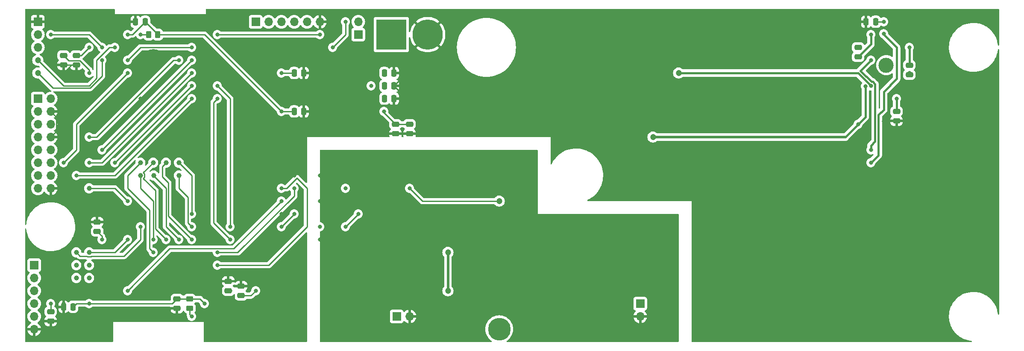
<source format=gbr>
%TF.GenerationSoftware,KiCad,Pcbnew,7.0.10*%
%TF.CreationDate,2024-02-28T12:35:52-05:00*%
%TF.ProjectId,PCB_Main_Sandbox,5043425f-4d61-4696-9e5f-53616e64626f,rev?*%
%TF.SameCoordinates,Original*%
%TF.FileFunction,Copper,L2,Bot*%
%TF.FilePolarity,Positive*%
%FSLAX46Y46*%
G04 Gerber Fmt 4.6, Leading zero omitted, Abs format (unit mm)*
G04 Created by KiCad (PCBNEW 7.0.10) date 2024-02-28 12:35:52*
%MOMM*%
%LPD*%
G01*
G04 APERTURE LIST*
G04 Aperture macros list*
%AMRoundRect*
0 Rectangle with rounded corners*
0 $1 Rounding radius*
0 $2 $3 $4 $5 $6 $7 $8 $9 X,Y pos of 4 corners*
0 Add a 4 corners polygon primitive as box body*
4,1,4,$2,$3,$4,$5,$6,$7,$8,$9,$2,$3,0*
0 Add four circle primitives for the rounded corners*
1,1,$1+$1,$2,$3*
1,1,$1+$1,$4,$5*
1,1,$1+$1,$6,$7*
1,1,$1+$1,$8,$9*
0 Add four rect primitives between the rounded corners*
20,1,$1+$1,$2,$3,$4,$5,0*
20,1,$1+$1,$4,$5,$6,$7,0*
20,1,$1+$1,$6,$7,$8,$9,0*
20,1,$1+$1,$8,$9,$2,$3,0*%
G04 Aperture macros list end*
%TA.AperFunction,ComponentPad*%
%ADD10R,1.700000X1.700000*%
%TD*%
%TA.AperFunction,ComponentPad*%
%ADD11O,1.700000X1.700000*%
%TD*%
%TA.AperFunction,ComponentPad*%
%ADD12C,6.000000*%
%TD*%
%TA.AperFunction,ComponentPad*%
%ADD13R,6.000000X6.000000*%
%TD*%
%TA.AperFunction,SMDPad,CuDef*%
%ADD14RoundRect,0.250000X0.250000X0.475000X-0.250000X0.475000X-0.250000X-0.475000X0.250000X-0.475000X0*%
%TD*%
%TA.AperFunction,SMDPad,CuDef*%
%ADD15RoundRect,0.250000X0.475000X-0.250000X0.475000X0.250000X-0.475000X0.250000X-0.475000X-0.250000X0*%
%TD*%
%TA.AperFunction,SMDPad,CuDef*%
%ADD16RoundRect,0.250000X0.450000X-0.262500X0.450000X0.262500X-0.450000X0.262500X-0.450000X-0.262500X0*%
%TD*%
%TA.AperFunction,SMDPad,CuDef*%
%ADD17RoundRect,0.250000X-0.475000X0.250000X-0.475000X-0.250000X0.475000X-0.250000X0.475000X0.250000X0*%
%TD*%
%TA.AperFunction,SMDPad,CuDef*%
%ADD18RoundRect,0.250000X-0.250000X-0.475000X0.250000X-0.475000X0.250000X0.475000X-0.250000X0.475000X0*%
%TD*%
%TA.AperFunction,SMDPad,CuDef*%
%ADD19RoundRect,0.250000X-0.262500X-0.450000X0.262500X-0.450000X0.262500X0.450000X-0.262500X0.450000X0*%
%TD*%
%TA.AperFunction,ViaPad*%
%ADD20C,0.800000*%
%TD*%
%TA.AperFunction,ViaPad*%
%ADD21C,1.200000*%
%TD*%
%TA.AperFunction,ViaPad*%
%ADD22C,4.500000*%
%TD*%
%TA.AperFunction,ViaPad*%
%ADD23C,4.400000*%
%TD*%
%TA.AperFunction,ViaPad*%
%ADD24C,3.000000*%
%TD*%
%TA.AperFunction,ViaPad*%
%ADD25C,1.000000*%
%TD*%
%TA.AperFunction,Conductor*%
%ADD26C,0.250000*%
%TD*%
%TA.AperFunction,Conductor*%
%ADD27C,0.450000*%
%TD*%
%TA.AperFunction,Conductor*%
%ADD28C,0.500000*%
%TD*%
G04 APERTURE END LIST*
D10*
%TO.P,Boot2WROOM1,1,DTR*%
%TO.N,unconnected-(Boot2WROOM1-DTR-Pad1)*%
X121920000Y-12700000D03*
D11*
%TO.P,Boot2WROOM1,2,RX*%
%TO.N,Net-(Boot2WROOM1-RX)*%
X124460000Y-12700000D03*
%TO.P,Boot2WROOM1,3,TX*%
%TO.N,Net-(Boot2WROOM1-TX)*%
X127000000Y-12700000D03*
%TO.P,Boot2WROOM1,4,VCC*%
%TO.N,3.3V*%
X129540000Y-12700000D03*
%TO.P,Boot2WROOM1,5,CT5*%
%TO.N,unconnected-(Boot2WROOM1-CT5-Pad5)*%
X132080000Y-12700000D03*
%TO.P,Boot2WROOM1,6,GND*%
%TO.N,GND*%
X134620000Y-12700000D03*
%TD*%
D10*
%TO.P,Boot2ROVER1,1,DTR*%
%TO.N,unconnected-(Boot2ROVER1-DTR-Pad1)*%
X78025000Y-60960000D03*
D11*
%TO.P,Boot2ROVER1,2,RX*%
%TO.N,Net-(Boot2ROVER1-RX)*%
X78025000Y-63500000D03*
%TO.P,Boot2ROVER1,3,TX*%
%TO.N,Net-(Boot2ROVER1-TX)*%
X78025000Y-66040000D03*
%TO.P,Boot2ROVER1,4,VCC*%
%TO.N,3.3V*%
X78025000Y-68580000D03*
%TO.P,Boot2ROVER1,5,CT5*%
%TO.N,unconnected-(Boot2ROVER1-CT5-Pad5)*%
X78025000Y-71120000D03*
%TO.P,Boot2ROVER1,6,GND*%
%TO.N,GND*%
X78025000Y-73660000D03*
%TD*%
D10*
%TO.P,J5,1,Pin_1*%
%TO.N,Net-(J5-Pin_1)*%
X198120000Y-68580000D03*
D11*
%TO.P,J5,2,Pin_2*%
%TO.N,AGND*%
X198120000Y-71120000D03*
%TD*%
D10*
%TO.P,J4,1,Pin_1*%
%TO.N,Net-(J4-Pin_1)*%
X142240000Y-15240000D03*
D11*
%TO.P,J4,2,Pin_2*%
%TO.N,5V*%
X142240000Y-12700000D03*
%TD*%
D12*
%TO.P,J2,N,NEG*%
%TO.N,GND*%
X156000000Y-15240000D03*
D13*
%TO.P,J2,P,POS*%
%TO.N,5V*%
X148800000Y-15240000D03*
%TD*%
D10*
%TO.P,LightSensorConnector1,1,Pin_1*%
%TO.N,GND*%
X78740000Y-12700000D03*
D11*
%TO.P,LightSensorConnector1,2,Pin_2*%
%TO.N,Light_Reading*%
X78740000Y-15240000D03*
%TO.P,LightSensorConnector1,3,Pin_3*%
%TO.N,3.3V*%
X78740000Y-17780000D03*
%TD*%
D10*
%TO.P,J6,1,Pin_1*%
%TO.N,Net-(J6-Pin_1)*%
X149860000Y-71120000D03*
D11*
%TO.P,J6,2,Pin_2*%
%TO.N,AGND*%
X152400000Y-71120000D03*
%TD*%
D10*
%TO.P,J3,1,Pin_1*%
%TO.N,R1_PIN*%
X78740000Y-27940000D03*
D11*
%TO.P,J3,2,Pin_2*%
%TO.N,G1_PIN*%
X81280000Y-27940000D03*
%TO.P,J3,3,Pin_3*%
%TO.N,B1_PIN*%
X78740000Y-30480000D03*
%TO.P,J3,4,Pin_4*%
%TO.N,GND*%
X81280000Y-30480000D03*
%TO.P,J3,5,Pin_5*%
%TO.N,R2_PIN*%
X78740000Y-33020000D03*
%TO.P,J3,6,Pin_6*%
%TO.N,G2_PIN*%
X81280000Y-33020000D03*
%TO.P,J3,7,Pin_7*%
%TO.N,B2_PIN*%
X78740000Y-35560000D03*
%TO.P,J3,8,Pin_8*%
%TO.N,GND*%
X81280000Y-35560000D03*
%TO.P,J3,9,Pin_9*%
%TO.N,A_PIN*%
X78740000Y-38100000D03*
%TO.P,J3,10,Pin_10*%
%TO.N,B_PIN*%
X81280000Y-38100000D03*
%TO.P,J3,11,Pin_11*%
%TO.N,C_PIN*%
X78740000Y-40640000D03*
%TO.P,J3,12,Pin_12*%
%TO.N,D_PIN*%
X81280000Y-40640000D03*
%TO.P,J3,13,Pin_13*%
%TO.N,CLK_PIN*%
X78740000Y-43180000D03*
%TO.P,J3,14,Pin_14*%
%TO.N,STB*%
X81280000Y-43180000D03*
%TO.P,J3,15,Pin_15*%
%TO.N,OE*%
X78740000Y-45720000D03*
%TO.P,J3,16,Pin_16*%
%TO.N,GND*%
X81280000Y-45720000D03*
%TD*%
D14*
%TO.P,C5,1*%
%TO.N,EN_WROOM*%
X100010000Y-12700000D03*
%TO.P,C5,2*%
%TO.N,GND*%
X98110000Y-12700000D03*
%TD*%
D15*
%TO.P,C13,1*%
%TO.N,GND*%
X86360000Y-21270000D03*
%TO.P,C13,2*%
%TO.N,3.3V*%
X86360000Y-19370000D03*
%TD*%
%TO.P,C16,1*%
%TO.N,EXT_ROVER_CLK_OUT*%
X119010000Y-66990000D03*
%TO.P,C16,2*%
%TO.N,GND*%
X119010000Y-65090000D03*
%TD*%
D16*
%TO.P,R20,1*%
%TO.N,3.3V*%
X108850000Y-69492500D03*
%TO.P,R20,2*%
%TO.N,EN_ROVER*%
X108850000Y-67667500D03*
%TD*%
D17*
%TO.P,C14,1*%
%TO.N,3.3V*%
X152400000Y-33020000D03*
%TO.P,C14,2*%
%TO.N,GND*%
X152400000Y-34920000D03*
%TD*%
%TO.P,Ccomp2,1*%
%TO.N,Net-(U4-COMP)*%
X251460000Y-21300001D03*
%TO.P,Ccomp2,2*%
%TO.N,Net-(U4-FB)*%
X251460000Y-23200001D03*
%TD*%
%TO.P,Css1,1*%
%TO.N,Net-(U4-SS)*%
X248920000Y-30480000D03*
%TO.P,Css1,2*%
%TO.N,GND*%
X248920000Y-32380000D03*
%TD*%
%TO.P,CsnR3,1*%
%TO.N,3.3V*%
X81280000Y-70170000D03*
%TO.P,CsnR3,2*%
%TO.N,GND*%
X81280000Y-72070000D03*
%TD*%
D14*
%TO.P,C1,1*%
%TO.N,GND*%
X131440000Y-22860000D03*
%TO.P,C1,2*%
%TO.N,IO0_WROOM*%
X129540000Y-22860000D03*
%TD*%
D17*
%TO.P,C18,1*%
%TO.N,GND*%
X116470000Y-64140000D03*
%TO.P,C18,2*%
%TO.N,3.3V*%
X116470000Y-66040000D03*
%TD*%
%TO.P,C11,1*%
%TO.N,EXT_WROOM_CLK_OUT*%
X83820000Y-19370000D03*
%TO.P,C11,2*%
%TO.N,GND*%
X83820000Y-21270000D03*
%TD*%
D18*
%TO.P,C10,1*%
%TO.N,5V*%
X147418964Y-22860000D03*
%TO.P,C10,2*%
%TO.N,GND*%
X149318964Y-22860000D03*
%TD*%
D17*
%TO.P,C19,1*%
%TO.N,EN_ROVER*%
X106310000Y-67630000D03*
%TO.P,C19,2*%
%TO.N,GND*%
X106310000Y-69530000D03*
%TD*%
D14*
%TO.P,C2,1*%
%TO.N,GND*%
X131440000Y-30480000D03*
%TO.P,C2,2*%
%TO.N,EN_WROOM*%
X129540000Y-30480000D03*
%TD*%
D18*
%TO.P,C8,1*%
%TO.N,5V*%
X147418964Y-25400000D03*
%TO.P,C8,2*%
%TO.N,GND*%
X149318964Y-25400000D03*
%TD*%
%TO.P,C3,1*%
%TO.N,5V*%
X147418964Y-27940000D03*
%TO.P,C3,2*%
%TO.N,GND*%
X149318964Y-27940000D03*
%TD*%
%TO.P,Cvcc1,1*%
%TO.N,GND*%
X242890000Y-12700000D03*
%TO.P,Cvcc1,2*%
%TO.N,Net-(Dbst1-A)*%
X244790000Y-12700000D03*
%TD*%
D17*
%TO.P,C32,1*%
%TO.N,GND*%
X90490000Y-52390000D03*
%TO.P,C32,2*%
%TO.N,IO0_ROVER*%
X90490000Y-54290000D03*
%TD*%
%TO.P,C12,1*%
%TO.N,3.3V*%
X149620000Y-33020000D03*
%TO.P,C12,2*%
%TO.N,GND*%
X149620000Y-34920000D03*
%TD*%
%TO.P,Cbst1,1*%
%TO.N,Net-(Dbst1-K)*%
X241300000Y-17780000D03*
%TO.P,Cbst1,2*%
%TO.N,Net-(M1-Back)*%
X241300000Y-19680000D03*
%TD*%
D19*
%TO.P,R14,1*%
%TO.N,3.3V*%
X100687500Y-15240000D03*
%TO.P,R14,2*%
%TO.N,EN_WROOM*%
X102512500Y-15240000D03*
%TD*%
D18*
%TO.P,C33,1*%
%TO.N,GND*%
X83820000Y-69239998D03*
%TO.P,C33,2*%
%TO.N,EN_ROVER*%
X85720000Y-69239998D03*
%TD*%
D20*
%TO.N,3.3V*%
X129540000Y-50800000D03*
X81280000Y-68580000D03*
X116840000Y-66040000D03*
X147320000Y-30480000D03*
X127000000Y-53340000D03*
X99060000Y-15240000D03*
X88900000Y-17780000D03*
X139700000Y-45720000D03*
X134620000Y-53340000D03*
X109220000Y-71120000D03*
%TO.N,GND*%
X215900000Y-40640000D03*
X228600000Y-38100000D03*
X218440000Y-45720000D03*
X231140000Y-48260000D03*
D21*
X129540000Y-68580000D03*
D20*
X210820000Y-43180000D03*
X226060000Y-38100000D03*
X254000000Y-15240000D03*
X254000000Y-25400000D03*
X236220000Y-38100000D03*
X243831931Y-22809834D03*
D22*
X104140000Y-63500000D03*
D20*
X246380000Y-48260000D03*
X254000000Y-12700000D03*
X248920000Y-32437901D03*
X208280000Y-33020000D03*
X218440000Y-38100000D03*
X248920000Y-48260000D03*
X215900000Y-48260000D03*
X96520000Y-12700000D03*
X213360000Y-40640000D03*
X236220000Y-12700000D03*
X215900000Y-38100000D03*
X213360000Y-45720000D03*
X236220000Y-33020000D03*
X83820000Y-68580000D03*
X236220000Y-43180000D03*
X243840000Y-45720000D03*
X228600000Y-48260000D03*
X233680000Y-43180000D03*
X231140000Y-50800000D03*
X129540000Y-53340000D03*
X142240000Y-25400000D03*
X93980000Y-71120000D03*
X236220000Y-48260000D03*
X218440000Y-48260000D03*
X215900000Y-45720000D03*
X243840000Y-48260000D03*
X226060000Y-48260000D03*
X111760000Y-53340000D03*
X220980000Y-45720000D03*
X124460000Y-43047400D03*
X129540000Y-43180000D03*
X228600000Y-40640000D03*
X251296301Y-26116137D03*
X114300000Y-73660000D03*
X99060000Y-27940000D03*
X111760000Y-12700000D03*
X220980000Y-48260000D03*
X231140000Y-45720000D03*
X233680000Y-48260000D03*
X231140000Y-43180000D03*
X213360000Y-38100000D03*
D21*
X129540000Y-71530000D03*
D20*
X213360000Y-43180000D03*
X91440000Y-50800000D03*
X223520000Y-43180000D03*
X223520000Y-38100000D03*
X228600000Y-43180000D03*
X210820000Y-38100000D03*
X241300000Y-43180000D03*
X241300000Y-48260000D03*
X116840000Y-73660000D03*
X238760000Y-45720000D03*
X218440000Y-40640000D03*
X223520000Y-40640000D03*
X248920000Y-15240000D03*
X220980000Y-43180000D03*
X213360000Y-48260000D03*
X218440000Y-43180000D03*
X223520000Y-45720000D03*
X254000000Y-20320000D03*
X238760000Y-48260000D03*
X238760000Y-12700000D03*
X233680000Y-38100000D03*
X132080000Y-33020000D03*
X226060000Y-45720000D03*
D23*
X101600000Y-20320000D03*
D20*
X208280000Y-38100000D03*
X238760000Y-43180000D03*
X226060000Y-43180000D03*
X119380000Y-45587400D03*
X127000000Y-50800000D03*
X228600000Y-45720000D03*
X254000000Y-22860000D03*
X236220000Y-40640000D03*
X220980000Y-40640000D03*
X119380000Y-63500000D03*
X83820000Y-22860000D03*
X144780000Y-33020000D03*
X233680000Y-45720000D03*
X226060000Y-40640000D03*
X223520000Y-48260000D03*
X241300000Y-45720000D03*
X243840000Y-50800000D03*
X160020000Y-25400000D03*
X251460000Y-50800000D03*
X215900000Y-43180000D03*
X236220000Y-45720000D03*
X246380000Y-32437901D03*
X231140000Y-40640000D03*
X210820000Y-45720000D03*
X231140000Y-38100000D03*
X210820000Y-48260000D03*
X256540000Y-34977901D03*
X134620000Y-25400000D03*
X220980000Y-38100000D03*
X210820000Y-33020000D03*
X210820000Y-40640000D03*
X233680000Y-40640000D03*
%TO.N,IO0_WROOM*%
X127000000Y-22860000D03*
%TO.N,EN_WROOM*%
X96520000Y-15240000D03*
X127000000Y-30480000D03*
%TO.N,5V*%
X144780000Y-25400000D03*
X147320000Y-22860000D03*
X242756635Y-25483362D03*
X241300000Y-33020000D03*
X147320000Y-27940000D03*
D21*
X200660000Y-35560000D03*
D20*
X147320000Y-25400000D03*
%TO.N,AGND*%
X152400000Y-48260000D03*
D21*
X193040000Y-71120000D03*
X165100000Y-50800000D03*
X137160000Y-68580000D03*
X137160000Y-71120000D03*
D20*
X134620000Y-48260000D03*
D21*
X160020000Y-43180000D03*
D20*
X149860000Y-45720000D03*
D21*
X170180000Y-58420000D03*
D20*
X137160000Y-60960000D03*
X134620000Y-43180000D03*
D21*
X175260000Y-50800000D03*
D20*
X134620000Y-55880000D03*
%TO.N,EXT_WROOM_CLK_OUT*%
X88900000Y-22860000D03*
%TO.N,EXT_ROVER_CLK_OUT*%
X121920000Y-66040000D03*
%TO.N,EN_ROVER*%
X111760000Y-68580000D03*
X88900000Y-68580000D03*
%TO.N,Net-(U7-VNEG)*%
X142240000Y-50800000D03*
X139700000Y-53340000D03*
D21*
%TO.N,Right_Audio*%
X160020000Y-58420000D03*
X160020000Y-66040000D03*
D20*
%TO.N,Left_Audio*%
X152400000Y-45720000D03*
D21*
X170180000Y-48260000D03*
D20*
%TO.N,IO0_ROVER*%
X91440000Y-55880000D03*
%TO.N,Net-(Dbst1-K)*%
X241300000Y-17780000D03*
%TO.N,Net-(M1-Back)*%
X241300000Y-19680000D03*
X243840000Y-15240000D03*
%TO.N,Net-(U4-FB)*%
X251460000Y-22860000D03*
%TO.N,Net-(U4-COMP)*%
X251460000Y-17780000D03*
%TO.N,Net-(U4-SS)*%
X248920000Y-27940000D03*
%TO.N,Net-(Dbst1-A)*%
X246380000Y-12700000D03*
%TO.N,Net-(D7-A)*%
X139700000Y-12700000D03*
X137160000Y-17780000D03*
%TO.N,A_PIN*%
X88900000Y-35560000D03*
X106680000Y-20320000D03*
%TO.N,B_PIN*%
X109220000Y-20320000D03*
X91440000Y-38100000D03*
%TO.N,C_PIN*%
X109220000Y-25400000D03*
X93980000Y-40640000D03*
%TO.N,D_PIN*%
X96520000Y-22860000D03*
X83820000Y-40640000D03*
%TO.N,CLK_PIN*%
X88900000Y-40640000D03*
X109220000Y-22860000D03*
%TO.N,STB*%
X86360000Y-43180000D03*
X109220000Y-27940000D03*
D21*
%TO.N,Net-(U4-CSN)*%
X205740000Y-22860000D03*
D20*
X243840000Y-25400000D03*
%TO.N,Light_Reading*%
X81280000Y-15240000D03*
X91440000Y-17780000D03*
%TO.N,Net-(M1-G)*%
X246380995Y-15086083D03*
X243840000Y-40640000D03*
%TO.N,Net-(M2-GATE)*%
X243840000Y-20320000D03*
X243840000Y-38100000D03*
%TO.N,WROOM_TO_FANS*%
X134620000Y-15240000D03*
X96520000Y-20320000D03*
X109220000Y-17780000D03*
X114300000Y-15240000D03*
%TO.N,WROOM_TALK_TX*%
X114300000Y-25400000D03*
X116840000Y-53340000D03*
%TO.N,WROOM_TALK_RX*%
X114300000Y-27940000D03*
X116840000Y-55880000D03*
%TO.N,WIO39*%
X93980000Y-17780000D03*
D21*
X78740000Y-20320000D03*
D20*
%TO.N,WIO34*%
X91440000Y-20320000D03*
D21*
X78740000Y-22860000D03*
D24*
%TO.N,unconnected-(U4-PAD-Pad21)*%
X246880002Y-21300001D03*
D20*
%TO.N,RIO36*%
X101600000Y-58420000D03*
D25*
X99060000Y-40640000D03*
D20*
%TO.N,RIO39*%
X101600000Y-55880000D03*
D25*
X99060000Y-43180000D03*
%TO.N,RIO34*%
X101600000Y-40640000D03*
D20*
X104140000Y-55880000D03*
D25*
%TO.N,RIO35*%
X101700000Y-43180000D03*
D20*
X106680000Y-55880000D03*
%TO.N,RIO33*%
X109220000Y-55880000D03*
D25*
X104140000Y-40640000D03*
D20*
%TO.N,I2S_DATA*%
X127000000Y-45720000D03*
X114300000Y-60960000D03*
%TO.N,I2S-BCK*%
X129540000Y-45720000D03*
X114300000Y-58420000D03*
%TO.N,RIO12*%
X109220000Y-53340000D03*
D25*
X106680000Y-43180000D03*
%TO.N,RIO13*%
X106680000Y-40640000D03*
D20*
X109220000Y-50800000D03*
%TO.N,RIO15*%
X96520000Y-48260000D03*
D25*
X88900000Y-45720000D03*
D20*
%TO.N,RIO2*%
X99060000Y-53340000D03*
D25*
X86360000Y-58420000D03*
D20*
%TO.N,RIO4*%
X96520000Y-55880000D03*
D25*
X88900000Y-58420000D03*
%TO.N,RIO5*%
X88900000Y-60960000D03*
%TO.N,RIO18*%
X86360000Y-60960000D03*
%TO.N,RIO19*%
X88900000Y-63500000D03*
%TO.N,RIO21*%
X86360000Y-63500000D03*
D20*
%TO.N,I2S-WS*%
X127000000Y-48260000D03*
X96520000Y-66040000D03*
D22*
%TO.N,unconnected-(U6-TAB-Pad8)*%
X170180000Y-73660000D03*
%TD*%
D26*
%TO.N,3.3V*%
X152400000Y-33020000D02*
X149620000Y-33020000D01*
X81280000Y-70170000D02*
X81280000Y-68580000D01*
X87310000Y-19370000D02*
X86360000Y-19370000D01*
X108850000Y-70750000D02*
X109220000Y-71120000D01*
X108850000Y-69492500D02*
X108850000Y-70750000D01*
X147320000Y-30720000D02*
X147320000Y-30480000D01*
X149620000Y-33020000D02*
X147320000Y-30720000D01*
X88900000Y-17780000D02*
X87310000Y-19370000D01*
X100687500Y-15240000D02*
X99060000Y-15240000D01*
X129540000Y-50800000D02*
X127000000Y-53340000D01*
%TO.N,GND*%
X98110000Y-12700000D02*
X96520000Y-12700000D01*
X151858964Y-22860000D02*
X149318964Y-25400000D01*
X83820000Y-21270000D02*
X83820000Y-22860000D01*
X81280000Y-30480000D02*
X82455000Y-31655000D01*
X85410000Y-21270000D02*
X83820000Y-22860000D01*
X86360000Y-21270000D02*
X83820000Y-21270000D01*
X86360000Y-21270000D02*
X85410000Y-21270000D01*
X149318964Y-25400000D02*
X151858964Y-27940000D01*
X82455000Y-34385000D02*
X81280000Y-35560000D01*
X82455000Y-31655000D02*
X82455000Y-34385000D01*
X151858964Y-22860000D02*
X152400000Y-22860000D01*
X151858964Y-27940000D02*
X152400000Y-27940000D01*
%TO.N,IO0_WROOM*%
X127000000Y-22860000D02*
X129540000Y-22860000D01*
%TO.N,EN_WROOM*%
X102512500Y-15240000D02*
X102512500Y-15202500D01*
X111760000Y-15240000D02*
X102512500Y-15240000D01*
X97470000Y-15240000D02*
X100010000Y-12700000D01*
X102512500Y-15202500D02*
X100010000Y-12700000D01*
X127000000Y-30480000D02*
X129540000Y-30480000D01*
X127000000Y-30480000D02*
X111760000Y-15240000D01*
X96520000Y-15240000D02*
X97470000Y-15240000D01*
D27*
%TO.N,5V*%
X242756635Y-25483362D02*
X242756635Y-31563365D01*
X241300000Y-33020000D02*
X238760000Y-35560000D01*
X242756635Y-31563365D02*
X241300000Y-33020000D01*
D28*
X238760000Y-35560000D02*
X236220000Y-35560000D01*
X236220000Y-35560000D02*
X200660000Y-35560000D01*
%TO.N,AGND*%
X193040000Y-71120000D02*
X198120000Y-71120000D01*
D26*
%TO.N,EXT_WROOM_CLK_OUT*%
X83820000Y-19370000D02*
X84895000Y-20445000D01*
X84895000Y-20445000D02*
X87080100Y-20445000D01*
X87080100Y-20445000D02*
X88900000Y-22264900D01*
X88900000Y-22264900D02*
X88900000Y-22860000D01*
%TO.N,EXT_ROVER_CLK_OUT*%
X119010000Y-66990000D02*
X120970000Y-66990000D01*
X120970000Y-66990000D02*
X121920000Y-66040000D01*
%TO.N,EN_ROVER*%
X110847500Y-67667500D02*
X111760000Y-68580000D01*
X108812500Y-67630000D02*
X108850000Y-67667500D01*
X106310000Y-67630000D02*
X108812500Y-67630000D01*
X85720000Y-69239998D02*
X86379998Y-68580000D01*
X86379998Y-68580000D02*
X88900000Y-68580000D01*
X105360000Y-68580000D02*
X106310000Y-67630000D01*
X108850000Y-67667500D02*
X110847500Y-67667500D01*
X88900000Y-68580000D02*
X105360000Y-68580000D01*
%TO.N,Net-(U7-VNEG)*%
X139700000Y-53340000D02*
X142240000Y-50800000D01*
D28*
%TO.N,Right_Audio*%
X160020000Y-58420000D02*
X160020000Y-66040000D01*
D26*
%TO.N,Left_Audio*%
X170180000Y-48260000D02*
X154940000Y-48260000D01*
X154940000Y-48260000D02*
X152400000Y-45720000D01*
%TO.N,IO0_ROVER*%
X91440000Y-55880000D02*
X91440000Y-55240000D01*
X91440000Y-55240000D02*
X90490000Y-54290000D01*
D27*
%TO.N,Net-(M1-Back)*%
X241300000Y-19680000D02*
X243840000Y-17140000D01*
X243840000Y-17140000D02*
X243840000Y-15240000D01*
%TO.N,Net-(U4-COMP)*%
X251460000Y-21300001D02*
X251460000Y-17780000D01*
%TO.N,Net-(U4-SS)*%
X248920000Y-27940000D02*
X248920000Y-30480000D01*
D26*
%TO.N,Net-(Dbst1-A)*%
X244790000Y-12700000D02*
X246380000Y-12700000D01*
%TO.N,Net-(D7-A)*%
X139700000Y-15240000D02*
X137160000Y-17780000D01*
X139700000Y-12700000D02*
X139700000Y-15240000D01*
%TO.N,A_PIN*%
X90414695Y-35560000D02*
X88900000Y-35560000D01*
X106680000Y-20320000D02*
X105654695Y-20320000D01*
X105654695Y-20320000D02*
X90414695Y-35560000D01*
%TO.N,B_PIN*%
X109220000Y-20320000D02*
X91440000Y-38100000D01*
%TO.N,C_PIN*%
X109220000Y-25400000D02*
X93980000Y-40640000D01*
%TO.N,D_PIN*%
X86360000Y-33020000D02*
X86360000Y-38100000D01*
X96520000Y-22860000D02*
X86360000Y-33020000D01*
X86360000Y-38100000D02*
X83820000Y-40640000D01*
%TO.N,CLK_PIN*%
X91440000Y-40640000D02*
X88900000Y-40640000D01*
X109220000Y-22860000D02*
X91440000Y-40640000D01*
%TO.N,STB*%
X109220000Y-27940000D02*
X93980000Y-43180000D01*
X93980000Y-43180000D02*
X86360000Y-43180000D01*
D27*
%TO.N,Net-(U4-CSN)*%
X241300000Y-22860000D02*
X243840000Y-25400000D01*
X205740000Y-22860000D02*
X241300000Y-22860000D01*
D26*
%TO.N,Light_Reading*%
X91440000Y-17780000D02*
X88900000Y-15240000D01*
X88900000Y-15240000D02*
X81280000Y-15240000D01*
D27*
%TO.N,Net-(M1-G)*%
X246380995Y-15086083D02*
X246380995Y-15240995D01*
X245315000Y-31203273D02*
X245315000Y-39165000D01*
X248955001Y-17815001D02*
X248955001Y-23999999D01*
X246380995Y-15240995D02*
X248955001Y-17815001D01*
X246380000Y-30138273D02*
X245315000Y-31203273D01*
X248955001Y-23999999D02*
X246380000Y-26575000D01*
X245315000Y-39165000D02*
X243840000Y-40640000D01*
X246380000Y-26575000D02*
X246380000Y-30138273D01*
%TO.N,Net-(M2-GATE)*%
X241759619Y-22400381D02*
X243840000Y-20320000D01*
X244665000Y-25058273D02*
X244181727Y-24575000D01*
X244181727Y-24575000D02*
X243934238Y-24575000D01*
X244665000Y-36450000D02*
X244665000Y-25058273D01*
X243934238Y-24575000D02*
X241759619Y-22400381D01*
X243840000Y-38100000D02*
X243840000Y-37275000D01*
X243840000Y-37275000D02*
X244665000Y-36450000D01*
D26*
%TO.N,WROOM_TO_FANS*%
X134620000Y-15240000D02*
X114300000Y-15240000D01*
X99060000Y-17780000D02*
X109220000Y-17780000D01*
X96520000Y-20320000D02*
X99060000Y-17780000D01*
%TO.N,WROOM_TALK_TX*%
X116840000Y-53340000D02*
X116840000Y-27940000D01*
X116840000Y-27940000D02*
X114300000Y-25400000D01*
%TO.N,WROOM_TALK_RX*%
X116840000Y-55880000D02*
X113575000Y-52615000D01*
X113575000Y-28665000D02*
X114300000Y-27940000D01*
X113575000Y-52615000D02*
X113575000Y-28665000D01*
%TO.N,WIO39*%
X83820000Y-25400000D02*
X78740000Y-20320000D01*
X90414695Y-20320000D02*
X90414695Y-23885305D01*
X88900000Y-25400000D02*
X83820000Y-25400000D01*
X92954695Y-17780000D02*
X90414695Y-20320000D01*
X90414695Y-23885305D02*
X88900000Y-25400000D01*
X93980000Y-17780000D02*
X92954695Y-17780000D01*
%TO.N,WIO34*%
X91440000Y-20320000D02*
X91440000Y-23496396D01*
X91440000Y-23496396D02*
X89086396Y-25850000D01*
X89086396Y-25850000D02*
X81730000Y-25850000D01*
X81730000Y-25850000D02*
X78740000Y-22860000D01*
%TO.N,RIO36*%
X96520000Y-43180000D02*
X99060000Y-40640000D01*
X100875000Y-50075000D02*
X96520000Y-45720000D01*
X101600000Y-58420000D02*
X100875000Y-57695000D01*
X100875000Y-57695000D02*
X100875000Y-50075000D01*
X96520000Y-45720000D02*
X96520000Y-43180000D01*
%TO.N,RIO39*%
X101600000Y-48260000D02*
X99060000Y-45720000D01*
X99060000Y-45720000D02*
X99060000Y-43180000D01*
X101600000Y-55880000D02*
X101600000Y-48260000D01*
%TO.N,RIO34*%
X102050000Y-46170000D02*
X99643363Y-43763363D01*
X99643364Y-42596636D02*
X101600000Y-40640000D01*
X102050000Y-53790000D02*
X102050000Y-46170000D01*
X99643363Y-43763363D02*
X99885000Y-43521727D01*
X99885000Y-42838273D02*
X99643364Y-42596636D01*
X99885000Y-43521727D02*
X99885000Y-42838273D01*
X104140000Y-55880000D02*
X102050000Y-53790000D01*
%TO.N,RIO35*%
X104140000Y-45720000D02*
X104140000Y-53340000D01*
X104140000Y-53340000D02*
X106680000Y-55880000D01*
X101700000Y-43280000D02*
X104140000Y-45720000D01*
X101700000Y-43180000D02*
X101700000Y-43280000D01*
%TO.N,RIO33*%
X109220000Y-55880000D02*
X104590000Y-51250000D01*
X104590000Y-51250000D02*
X104590000Y-44655305D01*
X104590000Y-44655305D02*
X103415000Y-43480305D01*
X103415000Y-43480305D02*
X103415000Y-41365000D01*
X103415000Y-41365000D02*
X104140000Y-40640000D01*
%TO.N,I2S_DATA*%
X132080000Y-50800000D02*
X132080000Y-45720000D01*
X130052652Y-43692652D02*
X128025304Y-45720000D01*
X132080000Y-45720000D02*
X130052652Y-43692652D01*
X124460000Y-60960000D02*
X132080000Y-53340000D01*
X132080000Y-53340000D02*
X132080000Y-50800000D01*
X114300000Y-60960000D02*
X124460000Y-60960000D01*
X128025304Y-45720000D02*
X127000000Y-45720000D01*
%TO.N,I2S-BCK*%
X114300000Y-58420000D02*
X118354695Y-58420000D01*
X118354695Y-58420000D02*
X129540000Y-47234695D01*
X129540000Y-47234695D02*
X129540000Y-45720000D01*
%TO.N,RIO12*%
X108495000Y-47535000D02*
X108495000Y-52615000D01*
X106680000Y-43180000D02*
X106680000Y-45720000D01*
X106680000Y-45720000D02*
X108495000Y-47535000D01*
X108495000Y-52615000D02*
X109220000Y-53340000D01*
%TO.N,RIO13*%
X109220000Y-50800000D02*
X109220000Y-43180000D01*
X109220000Y-43180000D02*
X106680000Y-40640000D01*
%TO.N,RIO15*%
X96520000Y-48260000D02*
X93980000Y-45720000D01*
X93980000Y-45720000D02*
X88900000Y-45720000D01*
%TO.N,RIO2*%
X88458273Y-59145000D02*
X88558273Y-59245000D01*
X87085000Y-59145000D02*
X88458273Y-59145000D01*
X99060000Y-55880000D02*
X99060000Y-53340000D01*
X89341727Y-59145000D02*
X95795000Y-59145000D01*
X88558273Y-59245000D02*
X89241727Y-59245000D01*
X95795000Y-59145000D02*
X99060000Y-55880000D01*
X86360000Y-58420000D02*
X87085000Y-59145000D01*
X89241727Y-59245000D02*
X89341727Y-59145000D01*
%TO.N,RIO4*%
X88900000Y-58420000D02*
X93980000Y-58420000D01*
X93980000Y-58420000D02*
X96520000Y-55880000D01*
%TO.N,I2S-WS*%
X117565000Y-57695000D02*
X127000000Y-48260000D01*
X104865000Y-57695000D02*
X117565000Y-57695000D01*
X96520000Y-66040000D02*
X104865000Y-57695000D01*
%TD*%
%TA.AperFunction,Conductor*%
%TO.N,AGND*%
G36*
X177743039Y-38119685D02*
G01*
X177788794Y-38172489D01*
X177800000Y-38224000D01*
X177800000Y-50800000D01*
X205616000Y-50800000D01*
X205683039Y-50819685D01*
X205728794Y-50872489D01*
X205740000Y-50924000D01*
X205740000Y-76076000D01*
X205720315Y-76143039D01*
X205667511Y-76188794D01*
X205616000Y-76200000D01*
X171739777Y-76200000D01*
X171672738Y-76180315D01*
X171626983Y-76127511D01*
X171617039Y-76058353D01*
X171646064Y-75994797D01*
X171675624Y-75969885D01*
X171745318Y-75927754D01*
X172007252Y-75722542D01*
X172242542Y-75487252D01*
X172447754Y-75225318D01*
X172619898Y-74940557D01*
X172756463Y-74637123D01*
X172763232Y-74615402D01*
X172769869Y-74594099D01*
X172855456Y-74319441D01*
X172915436Y-73992142D01*
X172935527Y-73660000D01*
X172915436Y-73327858D01*
X172855456Y-73000559D01*
X172810779Y-72857184D01*
X172756469Y-72682895D01*
X172756467Y-72682890D01*
X172756463Y-72682877D01*
X172619898Y-72379443D01*
X172447754Y-72094682D01*
X172447751Y-72094678D01*
X172447748Y-72094673D01*
X172242539Y-71832744D01*
X172007255Y-71597460D01*
X171745326Y-71392251D01*
X171731765Y-71384053D01*
X171460557Y-71220102D01*
X171157123Y-71083537D01*
X171157116Y-71083534D01*
X171157104Y-71083530D01*
X170839449Y-70984546D01*
X170839445Y-70984545D01*
X170839441Y-70984544D01*
X170512142Y-70924564D01*
X170512141Y-70924563D01*
X170512136Y-70924563D01*
X170180000Y-70904473D01*
X169847863Y-70924563D01*
X169789257Y-70935303D01*
X169520559Y-70984544D01*
X169520556Y-70984544D01*
X169520550Y-70984546D01*
X169202895Y-71083530D01*
X169202879Y-71083536D01*
X169202877Y-71083537D01*
X169121860Y-71120000D01*
X168899447Y-71220100D01*
X168899445Y-71220101D01*
X168614673Y-71392251D01*
X168352744Y-71597460D01*
X168117460Y-71832744D01*
X167912251Y-72094673D01*
X167740101Y-72379445D01*
X167740100Y-72379447D01*
X167724642Y-72413793D01*
X167622444Y-72640869D01*
X167603536Y-72682880D01*
X167603530Y-72682895D01*
X167504546Y-73000550D01*
X167444563Y-73327863D01*
X167424473Y-73660000D01*
X167444563Y-73992136D01*
X167444563Y-73992141D01*
X167444564Y-73992142D01*
X167504544Y-74319441D01*
X167504545Y-74319445D01*
X167504546Y-74319449D01*
X167603530Y-74637104D01*
X167603534Y-74637116D01*
X167603537Y-74637123D01*
X167740102Y-74940557D01*
X167912246Y-75225318D01*
X167912251Y-75225326D01*
X168117460Y-75487255D01*
X168352744Y-75722539D01*
X168614673Y-75927748D01*
X168614678Y-75927751D01*
X168614682Y-75927754D01*
X168684374Y-75969884D01*
X168731561Y-76021411D01*
X168743399Y-76090271D01*
X168716130Y-76154599D01*
X168658411Y-76193973D01*
X168620223Y-76200000D01*
X134744000Y-76200000D01*
X134676961Y-76180315D01*
X134631206Y-76127511D01*
X134620000Y-76076000D01*
X134620000Y-72017870D01*
X148509500Y-72017870D01*
X148509501Y-72017876D01*
X148515908Y-72077483D01*
X148566202Y-72212328D01*
X148566206Y-72212335D01*
X148652452Y-72327544D01*
X148652455Y-72327547D01*
X148767664Y-72413793D01*
X148767671Y-72413797D01*
X148902517Y-72464091D01*
X148902516Y-72464091D01*
X148909444Y-72464835D01*
X148962127Y-72470500D01*
X150757872Y-72470499D01*
X150817483Y-72464091D01*
X150952331Y-72413796D01*
X151067546Y-72327546D01*
X151153796Y-72212331D01*
X151203002Y-72080401D01*
X151244872Y-72024468D01*
X151310337Y-72000050D01*
X151378610Y-72014901D01*
X151406865Y-72036053D01*
X151528917Y-72158105D01*
X151722421Y-72293600D01*
X151936507Y-72393429D01*
X151936516Y-72393433D01*
X152150000Y-72450634D01*
X152150000Y-71555501D01*
X152257685Y-71604680D01*
X152364237Y-71620000D01*
X152435763Y-71620000D01*
X152542315Y-71604680D01*
X152650000Y-71555501D01*
X152650000Y-72450633D01*
X152863483Y-72393433D01*
X152863492Y-72393429D01*
X153077578Y-72293600D01*
X153271082Y-72158105D01*
X153438105Y-71991082D01*
X153573600Y-71797578D01*
X153673429Y-71583492D01*
X153673432Y-71583486D01*
X153730636Y-71370000D01*
X152833686Y-71370000D01*
X152859493Y-71329844D01*
X152900000Y-71191889D01*
X152900000Y-71048111D01*
X152859493Y-70910156D01*
X152833686Y-70870000D01*
X153730636Y-70870000D01*
X153730635Y-70869999D01*
X153673432Y-70656513D01*
X153673429Y-70656507D01*
X153573600Y-70442422D01*
X153573599Y-70442420D01*
X153438113Y-70248926D01*
X153438108Y-70248920D01*
X153271082Y-70081894D01*
X153077578Y-69946399D01*
X152863492Y-69846570D01*
X152863486Y-69846567D01*
X152650000Y-69789364D01*
X152650000Y-70684498D01*
X152542315Y-70635320D01*
X152435763Y-70620000D01*
X152364237Y-70620000D01*
X152257685Y-70635320D01*
X152150000Y-70684498D01*
X152150000Y-69789364D01*
X152149999Y-69789364D01*
X151936513Y-69846567D01*
X151936507Y-69846570D01*
X151722422Y-69946399D01*
X151722420Y-69946400D01*
X151528926Y-70081886D01*
X151406865Y-70203947D01*
X151345542Y-70237431D01*
X151275850Y-70232447D01*
X151219917Y-70190575D01*
X151203002Y-70159598D01*
X151153797Y-70027671D01*
X151153793Y-70027664D01*
X151067547Y-69912455D01*
X151067544Y-69912452D01*
X150952335Y-69826206D01*
X150952328Y-69826202D01*
X150817482Y-69775908D01*
X150817483Y-69775908D01*
X150757883Y-69769501D01*
X150757881Y-69769500D01*
X150757873Y-69769500D01*
X150757864Y-69769500D01*
X148962129Y-69769500D01*
X148962123Y-69769501D01*
X148902516Y-69775908D01*
X148767671Y-69826202D01*
X148767664Y-69826206D01*
X148652455Y-69912452D01*
X148652452Y-69912455D01*
X148566206Y-70027664D01*
X148566202Y-70027671D01*
X148515908Y-70162517D01*
X148509501Y-70222116D01*
X148509500Y-70222135D01*
X148509500Y-72017870D01*
X134620000Y-72017870D01*
X134620000Y-69477870D01*
X196769500Y-69477870D01*
X196769501Y-69477876D01*
X196775908Y-69537483D01*
X196826202Y-69672328D01*
X196826206Y-69672335D01*
X196912452Y-69787544D01*
X196912455Y-69787547D01*
X197027664Y-69873793D01*
X197027671Y-69873797D01*
X197086507Y-69895741D01*
X197159598Y-69923002D01*
X197215531Y-69964873D01*
X197239949Y-70030337D01*
X197225098Y-70098610D01*
X197203947Y-70126865D01*
X197081886Y-70248926D01*
X196946400Y-70442420D01*
X196946399Y-70442422D01*
X196846570Y-70656507D01*
X196846567Y-70656513D01*
X196789364Y-70869999D01*
X196789364Y-70870000D01*
X197686314Y-70870000D01*
X197660507Y-70910156D01*
X197620000Y-71048111D01*
X197620000Y-71191889D01*
X197660507Y-71329844D01*
X197686314Y-71370000D01*
X196789364Y-71370000D01*
X196846567Y-71583486D01*
X196846570Y-71583492D01*
X196946399Y-71797578D01*
X197081894Y-71991082D01*
X197248917Y-72158105D01*
X197442421Y-72293600D01*
X197656507Y-72393429D01*
X197656516Y-72393433D01*
X197870000Y-72450634D01*
X197870000Y-71555501D01*
X197977685Y-71604680D01*
X198084237Y-71620000D01*
X198155763Y-71620000D01*
X198262315Y-71604680D01*
X198370000Y-71555501D01*
X198370000Y-72450633D01*
X198583483Y-72393433D01*
X198583492Y-72393429D01*
X198797578Y-72293600D01*
X198991082Y-72158105D01*
X199158105Y-71991082D01*
X199293600Y-71797578D01*
X199393429Y-71583492D01*
X199393432Y-71583486D01*
X199450636Y-71370000D01*
X198553686Y-71370000D01*
X198579493Y-71329844D01*
X198620000Y-71191889D01*
X198620000Y-71048111D01*
X198579493Y-70910156D01*
X198553686Y-70870000D01*
X199450636Y-70870000D01*
X199450635Y-70869999D01*
X199393432Y-70656513D01*
X199393429Y-70656507D01*
X199293600Y-70442422D01*
X199293599Y-70442420D01*
X199158113Y-70248926D01*
X199158108Y-70248920D01*
X199036053Y-70126865D01*
X199002568Y-70065542D01*
X199007552Y-69995850D01*
X199049424Y-69939917D01*
X199080400Y-69923002D01*
X199212331Y-69873796D01*
X199327546Y-69787546D01*
X199413796Y-69672331D01*
X199464091Y-69537483D01*
X199470500Y-69477873D01*
X199470499Y-67682128D01*
X199464091Y-67622517D01*
X199462487Y-67618217D01*
X199413797Y-67487671D01*
X199413793Y-67487664D01*
X199327547Y-67372455D01*
X199327544Y-67372452D01*
X199212335Y-67286206D01*
X199212328Y-67286202D01*
X199077482Y-67235908D01*
X199077483Y-67235908D01*
X199017883Y-67229501D01*
X199017881Y-67229500D01*
X199017873Y-67229500D01*
X199017864Y-67229500D01*
X197222129Y-67229500D01*
X197222123Y-67229501D01*
X197162516Y-67235908D01*
X197027671Y-67286202D01*
X197027664Y-67286206D01*
X196912455Y-67372452D01*
X196912452Y-67372455D01*
X196826206Y-67487664D01*
X196826202Y-67487671D01*
X196775908Y-67622517D01*
X196770522Y-67672620D01*
X196769501Y-67682123D01*
X196769500Y-67682135D01*
X196769500Y-69477870D01*
X134620000Y-69477870D01*
X134620000Y-66040000D01*
X158914785Y-66040000D01*
X158933602Y-66243082D01*
X158989417Y-66439247D01*
X158989422Y-66439260D01*
X159080327Y-66621821D01*
X159203237Y-66784581D01*
X159353958Y-66921980D01*
X159353960Y-66921982D01*
X159394980Y-66947380D01*
X159527363Y-67029348D01*
X159717544Y-67103024D01*
X159918024Y-67140500D01*
X159918026Y-67140500D01*
X160121974Y-67140500D01*
X160121976Y-67140500D01*
X160322456Y-67103024D01*
X160512637Y-67029348D01*
X160686041Y-66921981D01*
X160836764Y-66784579D01*
X160959673Y-66621821D01*
X161050582Y-66439250D01*
X161106397Y-66243083D01*
X161125215Y-66040000D01*
X161112699Y-65904933D01*
X161106397Y-65836917D01*
X161050582Y-65640750D01*
X161049674Y-65638927D01*
X160995814Y-65530761D01*
X160959673Y-65458179D01*
X160836764Y-65295421D01*
X160826055Y-65285658D01*
X160810960Y-65271897D01*
X160774680Y-65212185D01*
X160770500Y-65180261D01*
X160770500Y-59279738D01*
X160790185Y-59212699D01*
X160810962Y-59188101D01*
X160821938Y-59178093D01*
X160836764Y-59164579D01*
X160959673Y-59001821D01*
X161050582Y-58819250D01*
X161106397Y-58623083D01*
X161125215Y-58420000D01*
X161106397Y-58216917D01*
X161050582Y-58020750D01*
X161044807Y-58009153D01*
X160997005Y-57913153D01*
X160959673Y-57838179D01*
X160865031Y-57712852D01*
X160836762Y-57675418D01*
X160686041Y-57538019D01*
X160686039Y-57538017D01*
X160512642Y-57430655D01*
X160512635Y-57430651D01*
X160417546Y-57393814D01*
X160322456Y-57356976D01*
X160121976Y-57319500D01*
X159918024Y-57319500D01*
X159717544Y-57356976D01*
X159717541Y-57356976D01*
X159717541Y-57356977D01*
X159527364Y-57430651D01*
X159527357Y-57430655D01*
X159353960Y-57538017D01*
X159353958Y-57538019D01*
X159203237Y-57675418D01*
X159080327Y-57838178D01*
X158989422Y-58020739D01*
X158989417Y-58020752D01*
X158933602Y-58216917D01*
X158914785Y-58419999D01*
X158914785Y-58420000D01*
X158933602Y-58623082D01*
X158989417Y-58819247D01*
X158989422Y-58819260D01*
X159080327Y-59001821D01*
X159203237Y-59164580D01*
X159229038Y-59188101D01*
X159265320Y-59247812D01*
X159269500Y-59279738D01*
X159269500Y-65180261D01*
X159249815Y-65247300D01*
X159229040Y-65271897D01*
X159203235Y-65295421D01*
X159080327Y-65458178D01*
X158989422Y-65640739D01*
X158989417Y-65640752D01*
X158933602Y-65836917D01*
X158914785Y-66039999D01*
X158914785Y-66040000D01*
X134620000Y-66040000D01*
X134620000Y-54361030D01*
X134639685Y-54293991D01*
X134692489Y-54248236D01*
X134718217Y-54239740D01*
X134899803Y-54201144D01*
X135072730Y-54124151D01*
X135225871Y-54012888D01*
X135352533Y-53872216D01*
X135447179Y-53708284D01*
X135505674Y-53528256D01*
X135525460Y-53340000D01*
X138794540Y-53340000D01*
X138814326Y-53528256D01*
X138814327Y-53528259D01*
X138872818Y-53708277D01*
X138872821Y-53708284D01*
X138967467Y-53872216D01*
X139062586Y-53977856D01*
X139094129Y-54012888D01*
X139247265Y-54124148D01*
X139247270Y-54124151D01*
X139420192Y-54201142D01*
X139420197Y-54201144D01*
X139605354Y-54240500D01*
X139605355Y-54240500D01*
X139794644Y-54240500D01*
X139794646Y-54240500D01*
X139979803Y-54201144D01*
X140152730Y-54124151D01*
X140305871Y-54012888D01*
X140432533Y-53872216D01*
X140527179Y-53708284D01*
X140585674Y-53528256D01*
X140603321Y-53360344D01*
X140629904Y-53295734D01*
X140638951Y-53285638D01*
X142187772Y-51736819D01*
X142249095Y-51703334D01*
X142275453Y-51700500D01*
X142334644Y-51700500D01*
X142334646Y-51700500D01*
X142519803Y-51661144D01*
X142692730Y-51584151D01*
X142845871Y-51472888D01*
X142972533Y-51332216D01*
X143067179Y-51168284D01*
X143125674Y-50988256D01*
X143145460Y-50800000D01*
X143125674Y-50611744D01*
X143067179Y-50431716D01*
X142972533Y-50267784D01*
X142845871Y-50127112D01*
X142845870Y-50127111D01*
X142692734Y-50015851D01*
X142692729Y-50015848D01*
X142519807Y-49938857D01*
X142519802Y-49938855D01*
X142374001Y-49907865D01*
X142334646Y-49899500D01*
X142145354Y-49899500D01*
X142112897Y-49906398D01*
X141960197Y-49938855D01*
X141960192Y-49938857D01*
X141787270Y-50015848D01*
X141787265Y-50015851D01*
X141634129Y-50127111D01*
X141507466Y-50267785D01*
X141412821Y-50431715D01*
X141412818Y-50431722D01*
X141384466Y-50518982D01*
X141354326Y-50611744D01*
X141343219Y-50717421D01*
X141336679Y-50779649D01*
X141310094Y-50844263D01*
X141301039Y-50854368D01*
X139752228Y-52403181D01*
X139690905Y-52436666D01*
X139664547Y-52439500D01*
X139605354Y-52439500D01*
X139572897Y-52446398D01*
X139420197Y-52478855D01*
X139420192Y-52478857D01*
X139247270Y-52555848D01*
X139247265Y-52555851D01*
X139094129Y-52667111D01*
X138967466Y-52807785D01*
X138872821Y-52971715D01*
X138872818Y-52971722D01*
X138814327Y-53151740D01*
X138814326Y-53151744D01*
X138794540Y-53340000D01*
X135525460Y-53340000D01*
X135505674Y-53151744D01*
X135449703Y-52979483D01*
X135447181Y-52971722D01*
X135447180Y-52971721D01*
X135447179Y-52971716D01*
X135352533Y-52807784D01*
X135225871Y-52667112D01*
X135200474Y-52648660D01*
X135072734Y-52555851D01*
X135072729Y-52555848D01*
X134899807Y-52478857D01*
X134899802Y-52478855D01*
X134718219Y-52440259D01*
X134656737Y-52407067D01*
X134622961Y-52345904D01*
X134620000Y-52318969D01*
X134620000Y-45720000D01*
X138794540Y-45720000D01*
X138814326Y-45908256D01*
X138814327Y-45908259D01*
X138872818Y-46088277D01*
X138872821Y-46088284D01*
X138967467Y-46252216D01*
X139052489Y-46346642D01*
X139094129Y-46392888D01*
X139247265Y-46504148D01*
X139247270Y-46504151D01*
X139420192Y-46581142D01*
X139420197Y-46581144D01*
X139605354Y-46620500D01*
X139605355Y-46620500D01*
X139794644Y-46620500D01*
X139794646Y-46620500D01*
X139979803Y-46581144D01*
X140152730Y-46504151D01*
X140305871Y-46392888D01*
X140432533Y-46252216D01*
X140527179Y-46088284D01*
X140585674Y-45908256D01*
X140605460Y-45720000D01*
X151494540Y-45720000D01*
X151514326Y-45908256D01*
X151514327Y-45908259D01*
X151572818Y-46088277D01*
X151572821Y-46088284D01*
X151667467Y-46252216D01*
X151752489Y-46346642D01*
X151794129Y-46392888D01*
X151947265Y-46504148D01*
X151947270Y-46504151D01*
X152120192Y-46581142D01*
X152120197Y-46581144D01*
X152305354Y-46620500D01*
X152364548Y-46620500D01*
X152431587Y-46640185D01*
X152452229Y-46656819D01*
X154439197Y-48643788D01*
X154449022Y-48656051D01*
X154449243Y-48655869D01*
X154454211Y-48661874D01*
X154454213Y-48661876D01*
X154454214Y-48661877D01*
X154464794Y-48671812D01*
X154503222Y-48707899D01*
X154506021Y-48710612D01*
X154525522Y-48730114D01*
X154525526Y-48730117D01*
X154525529Y-48730120D01*
X154528702Y-48732581D01*
X154537574Y-48740159D01*
X154569418Y-48770062D01*
X154586976Y-48779714D01*
X154603235Y-48790395D01*
X154619064Y-48802673D01*
X154659155Y-48820021D01*
X154669626Y-48825151D01*
X154692180Y-48837550D01*
X154707902Y-48846194D01*
X154707904Y-48846195D01*
X154707908Y-48846197D01*
X154727316Y-48851180D01*
X154745719Y-48857481D01*
X154764101Y-48865436D01*
X154764102Y-48865436D01*
X154764104Y-48865437D01*
X154807250Y-48872270D01*
X154818672Y-48874636D01*
X154860981Y-48885500D01*
X154881016Y-48885500D01*
X154900414Y-48887026D01*
X154920194Y-48890159D01*
X154920195Y-48890160D01*
X154920195Y-48890159D01*
X154920196Y-48890160D01*
X154963675Y-48886050D01*
X154975344Y-48885500D01*
X169211567Y-48885500D01*
X169278606Y-48905185D01*
X169310521Y-48934773D01*
X169363237Y-49004581D01*
X169513958Y-49141980D01*
X169513960Y-49141982D01*
X169607673Y-49200006D01*
X169687363Y-49249348D01*
X169877544Y-49323024D01*
X170078024Y-49360500D01*
X170078026Y-49360500D01*
X170281974Y-49360500D01*
X170281976Y-49360500D01*
X170482456Y-49323024D01*
X170672637Y-49249348D01*
X170846041Y-49141981D01*
X170996764Y-49004579D01*
X171119673Y-48841821D01*
X171210582Y-48659250D01*
X171266397Y-48463083D01*
X171285215Y-48260000D01*
X171285164Y-48259455D01*
X171266397Y-48056917D01*
X171240199Y-47964842D01*
X171210582Y-47860750D01*
X171204326Y-47848187D01*
X171162931Y-47765054D01*
X171119673Y-47678179D01*
X170996764Y-47515421D01*
X170996762Y-47515418D01*
X170846041Y-47378019D01*
X170846039Y-47378017D01*
X170672642Y-47270655D01*
X170672635Y-47270651D01*
X170550019Y-47223150D01*
X170482456Y-47196976D01*
X170281976Y-47159500D01*
X170078024Y-47159500D01*
X169877544Y-47196976D01*
X169877541Y-47196976D01*
X169877541Y-47196977D01*
X169687364Y-47270651D01*
X169687357Y-47270655D01*
X169513960Y-47378017D01*
X169513958Y-47378019D01*
X169363237Y-47515418D01*
X169310521Y-47585227D01*
X169254412Y-47626863D01*
X169211567Y-47634500D01*
X155250453Y-47634500D01*
X155183414Y-47614815D01*
X155162772Y-47598181D01*
X153338960Y-45774369D01*
X153305475Y-45713046D01*
X153303323Y-45699668D01*
X153285674Y-45531744D01*
X153227179Y-45351716D01*
X153132533Y-45187784D01*
X153005871Y-45047112D01*
X153005870Y-45047111D01*
X152852734Y-44935851D01*
X152852729Y-44935848D01*
X152679807Y-44858857D01*
X152679802Y-44858855D01*
X152534001Y-44827865D01*
X152494646Y-44819500D01*
X152305354Y-44819500D01*
X152272897Y-44826398D01*
X152120197Y-44858855D01*
X152120192Y-44858857D01*
X151947270Y-44935848D01*
X151947265Y-44935851D01*
X151794129Y-45047111D01*
X151667466Y-45187785D01*
X151572821Y-45351715D01*
X151572818Y-45351722D01*
X151515006Y-45529651D01*
X151514326Y-45531744D01*
X151494540Y-45720000D01*
X140605460Y-45720000D01*
X140585674Y-45531744D01*
X140527179Y-45351716D01*
X140432533Y-45187784D01*
X140305871Y-45047112D01*
X140305870Y-45047111D01*
X140152734Y-44935851D01*
X140152729Y-44935848D01*
X139979807Y-44858857D01*
X139979802Y-44858855D01*
X139834001Y-44827865D01*
X139794646Y-44819500D01*
X139605354Y-44819500D01*
X139572897Y-44826398D01*
X139420197Y-44858855D01*
X139420192Y-44858857D01*
X139247270Y-44935848D01*
X139247265Y-44935851D01*
X139094129Y-45047111D01*
X138967466Y-45187785D01*
X138872821Y-45351715D01*
X138872818Y-45351722D01*
X138815006Y-45529651D01*
X138814326Y-45531744D01*
X138794540Y-45720000D01*
X134620000Y-45720000D01*
X134620000Y-38224000D01*
X134639685Y-38156961D01*
X134692489Y-38111206D01*
X134744000Y-38100000D01*
X177676000Y-38100000D01*
X177743039Y-38119685D01*
G37*
%TD.AperFunction*%
%TD*%
%TA.AperFunction,Conductor*%
%TO.N,GND*%
G36*
X93953039Y-10179685D02*
G01*
X93998794Y-10232489D01*
X94010000Y-10284000D01*
X94010000Y-11160000D01*
X112010000Y-11160000D01*
X112010000Y-10284000D01*
X112029685Y-10216961D01*
X112082489Y-10171206D01*
X112134000Y-10160000D01*
X269115500Y-10160000D01*
X269182539Y-10179685D01*
X269228294Y-10232489D01*
X269239500Y-10284000D01*
X269239500Y-17330378D01*
X269219815Y-17397417D01*
X269167011Y-17443172D01*
X269097853Y-17453116D01*
X269034297Y-17424091D01*
X268996523Y-17365313D01*
X268992303Y-17344468D01*
X268954011Y-17009512D01*
X268864084Y-16576761D01*
X268836868Y-16487500D01*
X268735179Y-16153983D01*
X268568364Y-15744682D01*
X268568363Y-15744680D01*
X268568361Y-15744675D01*
X268365014Y-15352234D01*
X268126823Y-14979910D01*
X267855763Y-14630789D01*
X267855759Y-14630785D01*
X267855757Y-14630782D01*
X267554076Y-14307762D01*
X267453500Y-14218029D01*
X267224268Y-14013509D01*
X267197052Y-13993354D01*
X266869076Y-13750471D01*
X266869061Y-13750461D01*
X266491421Y-13520814D01*
X266436898Y-13494119D01*
X266094449Y-13326451D01*
X265828372Y-13225008D01*
X265681458Y-13168996D01*
X265681455Y-13168995D01*
X265681452Y-13168994D01*
X265255847Y-13049745D01*
X265255841Y-13049743D01*
X265255838Y-13049743D01*
X265255829Y-13049741D01*
X264821173Y-12969694D01*
X264821150Y-12969691D01*
X264381013Y-12929501D01*
X264381005Y-12929500D01*
X264380998Y-12929500D01*
X264049555Y-12929500D01*
X264049534Y-12929500D01*
X263718462Y-12944584D01*
X263280592Y-13004768D01*
X262849979Y-13104527D01*
X262430265Y-13243017D01*
X262430260Y-13243019D01*
X262024865Y-13419107D01*
X262024861Y-13419108D01*
X262024854Y-13419112D01*
X262024843Y-13419117D01*
X262024841Y-13419119D01*
X261637144Y-13631338D01*
X261270337Y-13877943D01*
X260927479Y-14156880D01*
X260611399Y-14465844D01*
X260324728Y-14802268D01*
X260069848Y-15163352D01*
X260069844Y-15163358D01*
X259848844Y-15546138D01*
X259663570Y-15947430D01*
X259515561Y-16363887D01*
X259515551Y-16363919D01*
X259406026Y-16792107D01*
X259335889Y-17228505D01*
X259305875Y-17667298D01*
X259305726Y-17669473D01*
X259307490Y-17746949D01*
X259315786Y-18111342D01*
X259315786Y-18111350D01*
X259315787Y-18111353D01*
X259357689Y-18477887D01*
X259365990Y-18550496D01*
X259455915Y-18983236D01*
X259455916Y-18983242D01*
X259584820Y-19406016D01*
X259751635Y-19815317D01*
X259954984Y-20207763D01*
X260055104Y-20364263D01*
X260193177Y-20580090D01*
X260457985Y-20921159D01*
X260464242Y-20929217D01*
X260712000Y-21194500D01*
X260765923Y-21252237D01*
X261095732Y-21546491D01*
X261168000Y-21600009D01*
X261450923Y-21809528D01*
X261450928Y-21809531D01*
X261450933Y-21809535D01*
X261828583Y-22039188D01*
X262225551Y-22233549D01*
X262638548Y-22391006D01*
X263064153Y-22510255D01*
X263230975Y-22540977D01*
X263498826Y-22590305D01*
X263498829Y-22590305D01*
X263498838Y-22590307D01*
X263939002Y-22630500D01*
X263939012Y-22630500D01*
X264270458Y-22630500D01*
X264270464Y-22630499D01*
X264601537Y-22615415D01*
X265039416Y-22555230D01*
X265470007Y-22455476D01*
X265470017Y-22455472D01*
X265470020Y-22455472D01*
X265889734Y-22316982D01*
X265889734Y-22316981D01*
X265889743Y-22316979D01*
X266295146Y-22140888D01*
X266682856Y-21928661D01*
X267049662Y-21682057D01*
X267392522Y-21403119D01*
X267708597Y-21094159D01*
X267995268Y-20757736D01*
X268250157Y-20396640D01*
X268471155Y-20013861D01*
X268656429Y-19612571D01*
X268804444Y-19196096D01*
X268858891Y-18983236D01*
X268913973Y-18767892D01*
X268917848Y-18743783D01*
X268984111Y-18331492D01*
X268991789Y-18219241D01*
X269016003Y-18153702D01*
X269071806Y-18111657D01*
X269141482Y-18106457D01*
X269202909Y-18139751D01*
X269236584Y-18200970D01*
X269239500Y-18227704D01*
X269239500Y-70670378D01*
X269219815Y-70737417D01*
X269167011Y-70783172D01*
X269097853Y-70793116D01*
X269034297Y-70764091D01*
X268996523Y-70705313D01*
X268992303Y-70684468D01*
X268954011Y-70349512D01*
X268864084Y-69916761D01*
X268849824Y-69869991D01*
X268735179Y-69493983D01*
X268568364Y-69084682D01*
X268568363Y-69084680D01*
X268568361Y-69084675D01*
X268365014Y-68692234D01*
X268126823Y-68319910D01*
X267855763Y-67970789D01*
X267855759Y-67970785D01*
X267855757Y-67970782D01*
X267554076Y-67647762D01*
X267448371Y-67553453D01*
X267224268Y-67353509D01*
X267165516Y-67310000D01*
X266869076Y-67090471D01*
X266869061Y-67090461D01*
X266491421Y-66860814D01*
X266094449Y-66666451D01*
X265846650Y-66571976D01*
X265681458Y-66508996D01*
X265681455Y-66508995D01*
X265681452Y-66508994D01*
X265255847Y-66389745D01*
X265255841Y-66389743D01*
X265255838Y-66389743D01*
X265255829Y-66389741D01*
X264821173Y-66309694D01*
X264821150Y-66309691D01*
X264381013Y-66269501D01*
X264381005Y-66269500D01*
X264380998Y-66269500D01*
X264049555Y-66269500D01*
X264049534Y-66269500D01*
X263718462Y-66284584D01*
X263280592Y-66344768D01*
X262849979Y-66444527D01*
X262430265Y-66583017D01*
X262430260Y-66583019D01*
X262024865Y-66759107D01*
X262024861Y-66759108D01*
X262024854Y-66759112D01*
X262024843Y-66759117D01*
X262024841Y-66759119D01*
X261637144Y-66971338D01*
X261270337Y-67217943D01*
X260927479Y-67496880D01*
X260611399Y-67805844D01*
X260324728Y-68142268D01*
X260069848Y-68503352D01*
X260069844Y-68503358D01*
X259848844Y-68886138D01*
X259663570Y-69287430D01*
X259515561Y-69703887D01*
X259515551Y-69703919D01*
X259406026Y-70132107D01*
X259335889Y-70568505D01*
X259305726Y-71009466D01*
X259315786Y-71451342D01*
X259315786Y-71451350D01*
X259315787Y-71451353D01*
X259340954Y-71671494D01*
X259365990Y-71890496D01*
X259455915Y-72323236D01*
X259455916Y-72323242D01*
X259584820Y-72746016D01*
X259751635Y-73155317D01*
X259751638Y-73155323D01*
X259751639Y-73155325D01*
X259762000Y-73175320D01*
X259954984Y-73547763D01*
X260161033Y-73869844D01*
X260193177Y-73920090D01*
X260367550Y-74144680D01*
X260464242Y-74269217D01*
X260528087Y-74337578D01*
X260765923Y-74592237D01*
X261095732Y-74886491D01*
X261095735Y-74886493D01*
X261095736Y-74886494D01*
X261095743Y-74886499D01*
X261450923Y-75149528D01*
X261450928Y-75149531D01*
X261450933Y-75149535D01*
X261828583Y-75379188D01*
X262225551Y-75573549D01*
X262638548Y-75731006D01*
X263064153Y-75850255D01*
X263230975Y-75880977D01*
X263498826Y-75930305D01*
X263498829Y-75930305D01*
X263498838Y-75930307D01*
X263498849Y-75930308D01*
X263742027Y-75952514D01*
X263806999Y-75978213D01*
X263847762Y-76034959D01*
X263851376Y-76104735D01*
X263816692Y-76165388D01*
X263754722Y-76197661D01*
X263730751Y-76200000D01*
X208404000Y-76200000D01*
X208336961Y-76180315D01*
X208291206Y-76127511D01*
X208280000Y-76076000D01*
X208280000Y-48260000D01*
X187752767Y-48260000D01*
X187685728Y-48240315D01*
X187639973Y-48187511D01*
X187630029Y-48118353D01*
X187659054Y-48054797D01*
X187696235Y-48025637D01*
X187994959Y-47872618D01*
X188064395Y-47837050D01*
X188454948Y-47592486D01*
X188823032Y-47315253D01*
X189165920Y-47007404D01*
X189481076Y-46671218D01*
X189766164Y-46309185D01*
X190019075Y-45923984D01*
X190233352Y-45526961D01*
X190237927Y-45518485D01*
X190237929Y-45518480D01*
X190237936Y-45518468D01*
X190421127Y-45095638D01*
X190567291Y-44658626D01*
X190675347Y-44210667D01*
X190744493Y-43755076D01*
X190774219Y-43295229D01*
X190773944Y-43282470D01*
X190764304Y-42834527D01*
X190754595Y-42744635D01*
X190714822Y-42376384D01*
X190626139Y-41924191D01*
X190498912Y-41481295D01*
X190334081Y-41050976D01*
X190132869Y-40636419D01*
X189896765Y-40240694D01*
X189783543Y-40083439D01*
X189627521Y-39866737D01*
X189627516Y-39866731D01*
X189327109Y-39517290D01*
X189327107Y-39517289D01*
X188997797Y-39194989D01*
X188997791Y-39194984D01*
X188997789Y-39194982D01*
X188641973Y-38902170D01*
X188641966Y-38902165D01*
X188641961Y-38902161D01*
X188262307Y-38641031D01*
X187861612Y-38413506D01*
X187861600Y-38413499D01*
X187861590Y-38413494D01*
X187861583Y-38413491D01*
X187861574Y-38413486D01*
X187442800Y-38221247D01*
X187009046Y-38065719D01*
X187009017Y-38065710D01*
X186563506Y-37948046D01*
X186109513Y-37869114D01*
X186109487Y-37869110D01*
X185650405Y-37829500D01*
X185650404Y-37829500D01*
X185304841Y-37829500D01*
X185304837Y-37829500D01*
X184959625Y-37844365D01*
X184959599Y-37844368D01*
X184502647Y-37903694D01*
X184502631Y-37903697D01*
X184052478Y-38002082D01*
X184052475Y-38002083D01*
X183612409Y-38138814D01*
X183612404Y-38138816D01*
X183185736Y-38312864D01*
X183185728Y-38312867D01*
X182775626Y-38522938D01*
X182775600Y-38522952D01*
X182385055Y-38767511D01*
X182016966Y-39044748D01*
X181674079Y-39352596D01*
X181358920Y-39688785D01*
X181073843Y-40050804D01*
X181073836Y-40050815D01*
X180841555Y-40404596D01*
X180820922Y-40436021D01*
X180820917Y-40436029D01*
X180602072Y-40841514D01*
X180602065Y-40841528D01*
X180577780Y-40897583D01*
X180533067Y-40951271D01*
X180466425Y-40972263D01*
X180399013Y-40953893D01*
X180352235Y-40901994D01*
X180340000Y-40848287D01*
X180340000Y-35560000D01*
X199554785Y-35560000D01*
X199573602Y-35763082D01*
X199629417Y-35959247D01*
X199629422Y-35959260D01*
X199720327Y-36141821D01*
X199843237Y-36304581D01*
X199993958Y-36441980D01*
X199993960Y-36441982D01*
X200023868Y-36460500D01*
X200167363Y-36549348D01*
X200357544Y-36623024D01*
X200558024Y-36660500D01*
X200558026Y-36660500D01*
X200761974Y-36660500D01*
X200761976Y-36660500D01*
X200962456Y-36623024D01*
X201152637Y-36549348D01*
X201326041Y-36441981D01*
X201433359Y-36344148D01*
X201434769Y-36342863D01*
X201497573Y-36312246D01*
X201518307Y-36310500D01*
X238803701Y-36310500D01*
X238803709Y-36310500D01*
X238934255Y-36295241D01*
X239099117Y-36235237D01*
X239245696Y-36138830D01*
X239313108Y-36067377D01*
X239366090Y-36011221D01*
X239366090Y-36011219D01*
X239366092Y-36011218D01*
X239400683Y-35951301D01*
X239420385Y-35925625D01*
X241407872Y-33938138D01*
X241469193Y-33904655D01*
X241469379Y-33904614D01*
X241579803Y-33881144D01*
X241752730Y-33804151D01*
X241905871Y-33692888D01*
X242032533Y-33552216D01*
X242127179Y-33388284D01*
X242185674Y-33208256D01*
X242186712Y-33198380D01*
X242213294Y-33133765D01*
X242222343Y-33123666D01*
X243225881Y-32120128D01*
X243239507Y-32108353D01*
X243257893Y-32094667D01*
X243288583Y-32058090D01*
X243295877Y-32050133D01*
X243299520Y-32046491D01*
X243318065Y-32023036D01*
X243320291Y-32020301D01*
X243366908Y-31964748D01*
X243366910Y-31964743D01*
X243370880Y-31958709D01*
X243370963Y-31958763D01*
X243374616Y-31953029D01*
X243374531Y-31952977D01*
X243378321Y-31946831D01*
X243378324Y-31946828D01*
X243408963Y-31881119D01*
X243410477Y-31877992D01*
X243443023Y-31813190D01*
X243443024Y-31813182D01*
X243445493Y-31806402D01*
X243445585Y-31806435D01*
X243447817Y-31800014D01*
X243447724Y-31799983D01*
X243449993Y-31793130D01*
X243449998Y-31793121D01*
X243464652Y-31722150D01*
X243465419Y-31718691D01*
X243482135Y-31648164D01*
X243482135Y-31648160D01*
X243482974Y-31640990D01*
X243483070Y-31641001D01*
X243483762Y-31634232D01*
X243483666Y-31634224D01*
X243484295Y-31627033D01*
X243482187Y-31554584D01*
X243482135Y-31550977D01*
X243482135Y-26397678D01*
X243501820Y-26330639D01*
X243554624Y-26284884D01*
X243623782Y-26274940D01*
X243631909Y-26276386D01*
X243745354Y-26300500D01*
X243745355Y-26300500D01*
X243815500Y-26300500D01*
X243882539Y-26320185D01*
X243928294Y-26372989D01*
X243939500Y-26424500D01*
X243939500Y-36098126D01*
X243919815Y-36165165D01*
X243903181Y-36185807D01*
X243370758Y-36718229D01*
X243357127Y-36730010D01*
X243338739Y-36743699D01*
X243308064Y-36780256D01*
X243300771Y-36788216D01*
X243297119Y-36791868D01*
X243278584Y-36815309D01*
X243276310Y-36818100D01*
X243229725Y-36873618D01*
X243225760Y-36879648D01*
X243225681Y-36879596D01*
X243222016Y-36885348D01*
X243222098Y-36885398D01*
X243218309Y-36891539D01*
X243187699Y-36957183D01*
X243186129Y-36960426D01*
X243153609Y-37025180D01*
X243151142Y-37031960D01*
X243151052Y-37031927D01*
X243148816Y-37038362D01*
X243148907Y-37038393D01*
X243146635Y-37045249D01*
X243131985Y-37116189D01*
X243131206Y-37119703D01*
X243114499Y-37190201D01*
X243113661Y-37197376D01*
X243113564Y-37197364D01*
X243112872Y-37204135D01*
X243112969Y-37204144D01*
X243112339Y-37211333D01*
X243114448Y-37283779D01*
X243114500Y-37287386D01*
X243114500Y-37522376D01*
X243097887Y-37584375D01*
X243012823Y-37731710D01*
X243012818Y-37731722D01*
X242954327Y-37911740D01*
X242954326Y-37911744D01*
X242934540Y-38100000D01*
X242954326Y-38288256D01*
X242954327Y-38288259D01*
X243012818Y-38468277D01*
X243012821Y-38468284D01*
X243107467Y-38632216D01*
X243200035Y-38735023D01*
X243234129Y-38772888D01*
X243387265Y-38884148D01*
X243387270Y-38884151D01*
X243560192Y-38961142D01*
X243560197Y-38961144D01*
X243745354Y-39000500D01*
X243745355Y-39000500D01*
X243934644Y-39000500D01*
X243934646Y-39000500D01*
X244119803Y-38961144D01*
X244181025Y-38933885D01*
X244250273Y-38924600D01*
X244313550Y-38954228D01*
X244350764Y-39013362D01*
X244350100Y-39083229D01*
X244319141Y-39134846D01*
X243732129Y-39721858D01*
X243670806Y-39755343D01*
X243670230Y-39755467D01*
X243560196Y-39778856D01*
X243560192Y-39778857D01*
X243387270Y-39855848D01*
X243387265Y-39855851D01*
X243234129Y-39967111D01*
X243107466Y-40107785D01*
X243012821Y-40271715D01*
X243012818Y-40271722D01*
X242959432Y-40436029D01*
X242954326Y-40451744D01*
X242934540Y-40640000D01*
X242954326Y-40828256D01*
X242954327Y-40828259D01*
X243012818Y-41008277D01*
X243012821Y-41008284D01*
X243107467Y-41172216D01*
X243200035Y-41275023D01*
X243234129Y-41312888D01*
X243387265Y-41424148D01*
X243387270Y-41424151D01*
X243560192Y-41501142D01*
X243560197Y-41501144D01*
X243745354Y-41540500D01*
X243745355Y-41540500D01*
X243934644Y-41540500D01*
X243934646Y-41540500D01*
X244119803Y-41501144D01*
X244292730Y-41424151D01*
X244445871Y-41312888D01*
X244572533Y-41172216D01*
X244667179Y-41008284D01*
X244725674Y-40828256D01*
X244726712Y-40818380D01*
X244753294Y-40753765D01*
X244762343Y-40743666D01*
X245784246Y-39721763D01*
X245797872Y-39709988D01*
X245816258Y-39696302D01*
X245846948Y-39659725D01*
X245854242Y-39651768D01*
X245857885Y-39648126D01*
X245876430Y-39624671D01*
X245878656Y-39621936D01*
X245925273Y-39566383D01*
X245925275Y-39566378D01*
X245929245Y-39560344D01*
X245929328Y-39560398D01*
X245932981Y-39554664D01*
X245932896Y-39554612D01*
X245936686Y-39548466D01*
X245936689Y-39548463D01*
X245967328Y-39482754D01*
X245968842Y-39479627D01*
X246001388Y-39414825D01*
X246001389Y-39414817D01*
X246003858Y-39408037D01*
X246003950Y-39408070D01*
X246006182Y-39401649D01*
X246006089Y-39401618D01*
X246008358Y-39394765D01*
X246008363Y-39394756D01*
X246023017Y-39323785D01*
X246023784Y-39320326D01*
X246040500Y-39249799D01*
X246040500Y-39249795D01*
X246041339Y-39242625D01*
X246041435Y-39242636D01*
X246042127Y-39235867D01*
X246042031Y-39235859D01*
X246042660Y-39228668D01*
X246040552Y-39156219D01*
X246040500Y-39152612D01*
X246040500Y-32630000D01*
X247695001Y-32630000D01*
X247695001Y-32679986D01*
X247705494Y-32782697D01*
X247760641Y-32949119D01*
X247760643Y-32949124D01*
X247852684Y-33098345D01*
X247976654Y-33222315D01*
X248125875Y-33314356D01*
X248125880Y-33314358D01*
X248292302Y-33369505D01*
X248292309Y-33369506D01*
X248395019Y-33379999D01*
X248669999Y-33379999D01*
X248670000Y-33379998D01*
X248670000Y-32630000D01*
X249170000Y-32630000D01*
X249170000Y-33379999D01*
X249444972Y-33379999D01*
X249444986Y-33379998D01*
X249547697Y-33369505D01*
X249714119Y-33314358D01*
X249714124Y-33314356D01*
X249863345Y-33222315D01*
X249987315Y-33098345D01*
X250079356Y-32949124D01*
X250079358Y-32949119D01*
X250134505Y-32782697D01*
X250134506Y-32782690D01*
X250144999Y-32679986D01*
X250145000Y-32679973D01*
X250145000Y-32630000D01*
X249170000Y-32630000D01*
X248670000Y-32630000D01*
X247695001Y-32630000D01*
X246040500Y-32630000D01*
X246040500Y-31555146D01*
X246060185Y-31488107D01*
X246076815Y-31467469D01*
X246764282Y-30780001D01*
X247694500Y-30780001D01*
X247694501Y-30780019D01*
X247705000Y-30882796D01*
X247705001Y-30882799D01*
X247747886Y-31012216D01*
X247760186Y-31049334D01*
X247852288Y-31198656D01*
X247976344Y-31322712D01*
X247979628Y-31324737D01*
X247979653Y-31324753D01*
X247981445Y-31326746D01*
X247982011Y-31327193D01*
X247981934Y-31327289D01*
X248026379Y-31376699D01*
X248037603Y-31445661D01*
X248009761Y-31509744D01*
X247979665Y-31535826D01*
X247976660Y-31537679D01*
X247976655Y-31537683D01*
X247852684Y-31661654D01*
X247760643Y-31810875D01*
X247760641Y-31810880D01*
X247705494Y-31977302D01*
X247705493Y-31977309D01*
X247695000Y-32080013D01*
X247695000Y-32130000D01*
X250144999Y-32130000D01*
X250144999Y-32080028D01*
X250144998Y-32080013D01*
X250134505Y-31977302D01*
X250079358Y-31810880D01*
X250079356Y-31810875D01*
X249987315Y-31661654D01*
X249863344Y-31537683D01*
X249863341Y-31537681D01*
X249860339Y-31535829D01*
X249858713Y-31534021D01*
X249857677Y-31533202D01*
X249857817Y-31533024D01*
X249813617Y-31483880D01*
X249802397Y-31414917D01*
X249830243Y-31350836D01*
X249860344Y-31324754D01*
X249863656Y-31322712D01*
X249987712Y-31198656D01*
X250079814Y-31049334D01*
X250134999Y-30882797D01*
X250145500Y-30780009D01*
X250145499Y-30179992D01*
X250140161Y-30127740D01*
X250134999Y-30077203D01*
X250134998Y-30077200D01*
X250079814Y-29910666D01*
X249987712Y-29761344D01*
X249863656Y-29637288D01*
X249714334Y-29545186D01*
X249714332Y-29545185D01*
X249708187Y-29541395D01*
X249709290Y-29539605D01*
X249664649Y-29500290D01*
X249645500Y-29434091D01*
X249645500Y-28517622D01*
X249662112Y-28455623D01*
X249747179Y-28308284D01*
X249805674Y-28128256D01*
X249825460Y-27940000D01*
X249805674Y-27751744D01*
X249747179Y-27571716D01*
X249652533Y-27407784D01*
X249525871Y-27267112D01*
X249525870Y-27267111D01*
X249372734Y-27155851D01*
X249372729Y-27155848D01*
X249199807Y-27078857D01*
X249199802Y-27078855D01*
X249054001Y-27047865D01*
X249014646Y-27039500D01*
X248825354Y-27039500D01*
X248792962Y-27046385D01*
X248640197Y-27078855D01*
X248640192Y-27078857D01*
X248467270Y-27155848D01*
X248467265Y-27155851D01*
X248314129Y-27267111D01*
X248187466Y-27407785D01*
X248092821Y-27571715D01*
X248092818Y-27571722D01*
X248037299Y-27742594D01*
X248034326Y-27751744D01*
X248014540Y-27940000D01*
X248034326Y-28128256D01*
X248034327Y-28128259D01*
X248092818Y-28308277D01*
X248092821Y-28308284D01*
X248177887Y-28455623D01*
X248194500Y-28517622D01*
X248194500Y-29434091D01*
X248174815Y-29501130D01*
X248130731Y-29539641D01*
X248131813Y-29541395D01*
X248125667Y-29545185D01*
X248125666Y-29545186D01*
X248040687Y-29597601D01*
X247976342Y-29637289D01*
X247852289Y-29761342D01*
X247760187Y-29910663D01*
X247760185Y-29910668D01*
X247747886Y-29947784D01*
X247705001Y-30077203D01*
X247705001Y-30077204D01*
X247705000Y-30077204D01*
X247694500Y-30179983D01*
X247694500Y-30780001D01*
X246764282Y-30780001D01*
X246849246Y-30695037D01*
X246862872Y-30683261D01*
X246881258Y-30669575D01*
X246911933Y-30633016D01*
X246919241Y-30625043D01*
X246922885Y-30621400D01*
X246941482Y-30597879D01*
X246943663Y-30595201D01*
X246990273Y-30539656D01*
X246990277Y-30539647D01*
X246994246Y-30533615D01*
X246994329Y-30533669D01*
X246997980Y-30527938D01*
X246997896Y-30527886D01*
X247001687Y-30521740D01*
X247001687Y-30521738D01*
X247001689Y-30521737D01*
X247032325Y-30456035D01*
X247033851Y-30452882D01*
X247066388Y-30388098D01*
X247066390Y-30388087D01*
X247068859Y-30381308D01*
X247068950Y-30381341D01*
X247071185Y-30374911D01*
X247071092Y-30374880D01*
X247073358Y-30368038D01*
X247073363Y-30368029D01*
X247088020Y-30297038D01*
X247088775Y-30293633D01*
X247105500Y-30223072D01*
X247105500Y-30223070D01*
X247105501Y-30223066D01*
X247106339Y-30215899D01*
X247106434Y-30215910D01*
X247107127Y-30209133D01*
X247107030Y-30209125D01*
X247107659Y-30201940D01*
X247106124Y-30149202D01*
X247105552Y-30129527D01*
X247105500Y-30125920D01*
X247105500Y-26926873D01*
X247125185Y-26859834D01*
X247141814Y-26839197D01*
X249424247Y-24556763D01*
X249437873Y-24544987D01*
X249456259Y-24531301D01*
X249486934Y-24494742D01*
X249494242Y-24486769D01*
X249497886Y-24483126D01*
X249516483Y-24459605D01*
X249518664Y-24456927D01*
X249565274Y-24401382D01*
X249565278Y-24401373D01*
X249569247Y-24395341D01*
X249569330Y-24395395D01*
X249572981Y-24389664D01*
X249572897Y-24389612D01*
X249576688Y-24383466D01*
X249576688Y-24383464D01*
X249576690Y-24383463D01*
X249607326Y-24317761D01*
X249608852Y-24314608D01*
X249641389Y-24249824D01*
X249641391Y-24249813D01*
X249643860Y-24243034D01*
X249643951Y-24243067D01*
X249646186Y-24236638D01*
X249646093Y-24236608D01*
X249648360Y-24229762D01*
X249648364Y-24229755D01*
X249663025Y-24158746D01*
X249663770Y-24155383D01*
X249680501Y-24084798D01*
X249680501Y-24084794D01*
X249680502Y-24084790D01*
X249681340Y-24077625D01*
X249681435Y-24077636D01*
X249682128Y-24070857D01*
X249682031Y-24070849D01*
X249682660Y-24063664D01*
X249682050Y-24042711D01*
X249680553Y-23991237D01*
X249680501Y-23987631D01*
X249680501Y-23500002D01*
X250234500Y-23500002D01*
X250234501Y-23500020D01*
X250245000Y-23602797D01*
X250245001Y-23602800D01*
X250300185Y-23769332D01*
X250300187Y-23769337D01*
X250301753Y-23771876D01*
X250392288Y-23918657D01*
X250516344Y-24042713D01*
X250665666Y-24134815D01*
X250832203Y-24190000D01*
X250934991Y-24200501D01*
X251985008Y-24200500D01*
X251985016Y-24200499D01*
X251985019Y-24200499D01*
X252041302Y-24194749D01*
X252087797Y-24190000D01*
X252254334Y-24134815D01*
X252403656Y-24042713D01*
X252527712Y-23918657D01*
X252619814Y-23769335D01*
X252674999Y-23602798D01*
X252685500Y-23500010D01*
X252685499Y-22899993D01*
X252676935Y-22816161D01*
X252674999Y-22797204D01*
X252674998Y-22797201D01*
X252619814Y-22630667D01*
X252527712Y-22481345D01*
X252403656Y-22357289D01*
X252400819Y-22355539D01*
X252399283Y-22353831D01*
X252397989Y-22352808D01*
X252398163Y-22352586D01*
X252354096Y-22303595D01*
X252342872Y-22234633D01*
X252370713Y-22170550D01*
X252400817Y-22144463D01*
X252403656Y-22142713D01*
X252527712Y-22018657D01*
X252619814Y-21869335D01*
X252674999Y-21702798D01*
X252685500Y-21600010D01*
X252685499Y-20999993D01*
X252684773Y-20992889D01*
X252674999Y-20897204D01*
X252674998Y-20897201D01*
X252655535Y-20838466D01*
X252619814Y-20730667D01*
X252527712Y-20581345D01*
X252403656Y-20457289D01*
X252254334Y-20365187D01*
X252254332Y-20365186D01*
X252248187Y-20361396D01*
X252249290Y-20359606D01*
X252204649Y-20320291D01*
X252185500Y-20254092D01*
X252185500Y-18357622D01*
X252202112Y-18295623D01*
X252287179Y-18148284D01*
X252345674Y-17968256D01*
X252365460Y-17780000D01*
X252345674Y-17591744D01*
X252287179Y-17411716D01*
X252192533Y-17247784D01*
X252065871Y-17107112D01*
X252065870Y-17107111D01*
X251912734Y-16995851D01*
X251912729Y-16995848D01*
X251739807Y-16918857D01*
X251739802Y-16918855D01*
X251594001Y-16887865D01*
X251554646Y-16879500D01*
X251365354Y-16879500D01*
X251332897Y-16886398D01*
X251180197Y-16918855D01*
X251180192Y-16918857D01*
X251007270Y-16995848D01*
X251007265Y-16995851D01*
X250854129Y-17107111D01*
X250727466Y-17247785D01*
X250632821Y-17411715D01*
X250632818Y-17411722D01*
X250578640Y-17578467D01*
X250574326Y-17591744D01*
X250554540Y-17780000D01*
X250574326Y-17968256D01*
X250574327Y-17968259D01*
X250632818Y-18148277D01*
X250632821Y-18148284D01*
X250717887Y-18295623D01*
X250734500Y-18357622D01*
X250734500Y-20254092D01*
X250714815Y-20321131D01*
X250670731Y-20359642D01*
X250671813Y-20361396D01*
X250665667Y-20365186D01*
X250665666Y-20365187D01*
X250614671Y-20396641D01*
X250516342Y-20457290D01*
X250392289Y-20581343D01*
X250300187Y-20730664D01*
X250300186Y-20730667D01*
X250245001Y-20897204D01*
X250245001Y-20897205D01*
X250245000Y-20897205D01*
X250234500Y-20999984D01*
X250234500Y-21600002D01*
X250234501Y-21600020D01*
X250245000Y-21702797D01*
X250245001Y-21702800D01*
X250300185Y-21869332D01*
X250300187Y-21869337D01*
X250300998Y-21870652D01*
X250391215Y-22016918D01*
X250392289Y-22018658D01*
X250516346Y-22142715D01*
X250519182Y-22144464D01*
X250520717Y-22146171D01*
X250522011Y-22147194D01*
X250521836Y-22147415D01*
X250565905Y-22196412D01*
X250577126Y-22265375D01*
X250549282Y-22329457D01*
X250519182Y-22355538D01*
X250516346Y-22357286D01*
X250392289Y-22481343D01*
X250300187Y-22630664D01*
X250300185Y-22630669D01*
X250291487Y-22656919D01*
X250245001Y-22797204D01*
X250245001Y-22797205D01*
X250245000Y-22797205D01*
X250234500Y-22899984D01*
X250234500Y-23500002D01*
X249680501Y-23500002D01*
X249680501Y-17876887D01*
X249681810Y-17858917D01*
X249685131Y-17836245D01*
X249681862Y-17798884D01*
X249680973Y-17788717D01*
X249680501Y-17777909D01*
X249680501Y-17772751D01*
X249680501Y-17772745D01*
X249677023Y-17742996D01*
X249676666Y-17739501D01*
X249670541Y-17669473D01*
X249670351Y-17667298D01*
X249668890Y-17660224D01*
X249668986Y-17660204D01*
X249667513Y-17653560D01*
X249667418Y-17653583D01*
X249665751Y-17646552D01*
X249665751Y-17646550D01*
X249640971Y-17578467D01*
X249639787Y-17575062D01*
X249617003Y-17506304D01*
X249617000Y-17506300D01*
X249613951Y-17499760D01*
X249614039Y-17499718D01*
X249611071Y-17493587D01*
X249610984Y-17493632D01*
X249607747Y-17487188D01*
X249607745Y-17487181D01*
X249567903Y-17426604D01*
X249566013Y-17423635D01*
X249527969Y-17361957D01*
X249523491Y-17356294D01*
X249523567Y-17356233D01*
X249519268Y-17350955D01*
X249519194Y-17351018D01*
X249514551Y-17345485D01*
X249461851Y-17295765D01*
X249459264Y-17293252D01*
X247321540Y-15155528D01*
X247288055Y-15094205D01*
X247285901Y-15080818D01*
X247266669Y-14897827D01*
X247208174Y-14717799D01*
X247113528Y-14553867D01*
X246986866Y-14413195D01*
X246939604Y-14378857D01*
X246833729Y-14301934D01*
X246833724Y-14301931D01*
X246660802Y-14224940D01*
X246660797Y-14224938D01*
X246514996Y-14193948D01*
X246475641Y-14185583D01*
X246286349Y-14185583D01*
X246253892Y-14192481D01*
X246101192Y-14224938D01*
X246101187Y-14224940D01*
X245928265Y-14301931D01*
X245928260Y-14301934D01*
X245775124Y-14413194D01*
X245648461Y-14553868D01*
X245553816Y-14717798D01*
X245553813Y-14717805D01*
X245495322Y-14897823D01*
X245495321Y-14897827D01*
X245475535Y-15086083D01*
X245495321Y-15274339D01*
X245495322Y-15274342D01*
X245553813Y-15454360D01*
X245553816Y-15454367D01*
X245648462Y-15618299D01*
X245743648Y-15724013D01*
X245775124Y-15758971D01*
X245924738Y-15867672D01*
X245928265Y-15870234D01*
X246008139Y-15905796D01*
X246045381Y-15931393D01*
X248193182Y-18079194D01*
X248226667Y-18140517D01*
X248229501Y-18166875D01*
X248229501Y-19563568D01*
X248209816Y-19630607D01*
X248157012Y-19676362D01*
X248087854Y-19686306D01*
X248031191Y-19662836D01*
X247991050Y-19632787D01*
X247964317Y-19612775D01*
X247964314Y-19612773D01*
X247964311Y-19612771D01*
X247713168Y-19475636D01*
X247713169Y-19475636D01*
X247526510Y-19406016D01*
X247445048Y-19375632D01*
X247445045Y-19375631D01*
X247445039Y-19375629D01*
X247165435Y-19314805D01*
X246880003Y-19294391D01*
X246880001Y-19294391D01*
X246594568Y-19314805D01*
X246314964Y-19375629D01*
X246046835Y-19475636D01*
X245795692Y-19612771D01*
X245795684Y-19612776D01*
X245566614Y-19784255D01*
X245566596Y-19784271D01*
X245364272Y-19986595D01*
X245364256Y-19986613D01*
X245192777Y-20215683D01*
X245192772Y-20215691D01*
X245055637Y-20466834D01*
X244955630Y-20734963D01*
X244894806Y-21014567D01*
X244874392Y-21299999D01*
X244874392Y-21300002D01*
X244894806Y-21585434D01*
X244955630Y-21865038D01*
X244955632Y-21865044D01*
X244955633Y-21865047D01*
X245048081Y-22112909D01*
X245055637Y-22133167D01*
X245192772Y-22384310D01*
X245192777Y-22384318D01*
X245364256Y-22613388D01*
X245364272Y-22613406D01*
X245566596Y-22815730D01*
X245566614Y-22815746D01*
X245795684Y-22987225D01*
X245795692Y-22987230D01*
X246046835Y-23124365D01*
X246046834Y-23124365D01*
X246046838Y-23124366D01*
X246046841Y-23124368D01*
X246314956Y-23224370D01*
X246314962Y-23224371D01*
X246314964Y-23224372D01*
X246594568Y-23285196D01*
X246594570Y-23285196D01*
X246594574Y-23285197D01*
X246848222Y-23303338D01*
X246880001Y-23305611D01*
X246880002Y-23305611D01*
X246880003Y-23305611D01*
X246908597Y-23303565D01*
X247165430Y-23285197D01*
X247445048Y-23224370D01*
X247713163Y-23124368D01*
X247964317Y-22987227D01*
X248031191Y-22937166D01*
X248096655Y-22912749D01*
X248164928Y-22927601D01*
X248214333Y-22977006D01*
X248229501Y-23036433D01*
X248229501Y-23648125D01*
X248209816Y-23715164D01*
X248193182Y-23735806D01*
X245910760Y-26018227D01*
X245897133Y-26030005D01*
X245878738Y-26043700D01*
X245878737Y-26043701D01*
X245848064Y-26080256D01*
X245840771Y-26088216D01*
X245837119Y-26091868D01*
X245818584Y-26115309D01*
X245816310Y-26118100D01*
X245769725Y-26173618D01*
X245765760Y-26179648D01*
X245765681Y-26179596D01*
X245762016Y-26185348D01*
X245762098Y-26185398D01*
X245758309Y-26191539D01*
X245727699Y-26257183D01*
X245726129Y-26260426D01*
X245693609Y-26325180D01*
X245691142Y-26331960D01*
X245691052Y-26331927D01*
X245688816Y-26338362D01*
X245688907Y-26338393D01*
X245686635Y-26345249D01*
X245671985Y-26416189D01*
X245671206Y-26419703D01*
X245654499Y-26490201D01*
X245653661Y-26497376D01*
X245653564Y-26497364D01*
X245652872Y-26504135D01*
X245652969Y-26504144D01*
X245652339Y-26511333D01*
X245654448Y-26583779D01*
X245654500Y-26587386D01*
X245654500Y-29786399D01*
X245634815Y-29853438D01*
X245618181Y-29874080D01*
X245602181Y-29890080D01*
X245540858Y-29923565D01*
X245471166Y-29918581D01*
X245415233Y-29876709D01*
X245390816Y-29811245D01*
X245390500Y-29802399D01*
X245390500Y-25120159D01*
X245391809Y-25102189D01*
X245395130Y-25079517D01*
X245390972Y-25031989D01*
X245390500Y-25021181D01*
X245390500Y-25016023D01*
X245390500Y-25016017D01*
X245387022Y-24986268D01*
X245386665Y-24982773D01*
X245383577Y-24947469D01*
X245380350Y-24910570D01*
X245378889Y-24903496D01*
X245378985Y-24903476D01*
X245377512Y-24896832D01*
X245377417Y-24896855D01*
X245375750Y-24889824D01*
X245375750Y-24889822D01*
X245350970Y-24821739D01*
X245349786Y-24818334D01*
X245327002Y-24749576D01*
X245326999Y-24749572D01*
X245323950Y-24743032D01*
X245324038Y-24742990D01*
X245321070Y-24736859D01*
X245320983Y-24736904D01*
X245317746Y-24730460D01*
X245317744Y-24730453D01*
X245277902Y-24669876D01*
X245276012Y-24666907D01*
X245237968Y-24605229D01*
X245233490Y-24599566D01*
X245233566Y-24599505D01*
X245229267Y-24594227D01*
X245229193Y-24594290D01*
X245224550Y-24588757D01*
X245171849Y-24539036D01*
X245169262Y-24536523D01*
X244738498Y-24105760D01*
X244726716Y-24092126D01*
X244713035Y-24073750D01*
X244713034Y-24073749D01*
X244713029Y-24073742D01*
X244676456Y-24043054D01*
X244668491Y-24035753D01*
X244664856Y-24032117D01*
X244641407Y-24013576D01*
X244638611Y-24011298D01*
X244583113Y-23964729D01*
X244577075Y-23960758D01*
X244577128Y-23960676D01*
X244571383Y-23957017D01*
X244571332Y-23957100D01*
X244565188Y-23953310D01*
X244499570Y-23922712D01*
X244496326Y-23921141D01*
X244431553Y-23888612D01*
X244424762Y-23886140D01*
X244424794Y-23886050D01*
X244418368Y-23883816D01*
X244418338Y-23883908D01*
X244411485Y-23881637D01*
X244340537Y-23866986D01*
X244337021Y-23866206D01*
X244259500Y-23847835D01*
X244260229Y-23844754D01*
X244208899Y-23822838D01*
X244200067Y-23814817D01*
X243609620Y-23224370D01*
X242873309Y-22488060D01*
X242839825Y-22426738D01*
X242844809Y-22357046D01*
X242873306Y-22312704D01*
X243947871Y-21238138D01*
X244009192Y-21204655D01*
X244009364Y-21204617D01*
X244119803Y-21181144D01*
X244292730Y-21104151D01*
X244445871Y-20992888D01*
X244572533Y-20852216D01*
X244667179Y-20688284D01*
X244725674Y-20508256D01*
X244745460Y-20320000D01*
X244725674Y-20131744D01*
X244667179Y-19951716D01*
X244572533Y-19787784D01*
X244445871Y-19647112D01*
X244445870Y-19647111D01*
X244292734Y-19535851D01*
X244292729Y-19535848D01*
X244119807Y-19458857D01*
X244119802Y-19458855D01*
X243974001Y-19427865D01*
X243934646Y-19419500D01*
X243745354Y-19419500D01*
X243712897Y-19426398D01*
X243560197Y-19458855D01*
X243560192Y-19458857D01*
X243387270Y-19535848D01*
X243387265Y-19535851D01*
X243234129Y-19647111D01*
X243107466Y-19787785D01*
X243012821Y-19951715D01*
X243012818Y-19951722D01*
X242954327Y-20131739D01*
X242954325Y-20131748D01*
X242953287Y-20141625D01*
X242926700Y-20206238D01*
X242917648Y-20216338D01*
X241264102Y-21869885D01*
X241258857Y-21874834D01*
X241213965Y-21914785D01*
X241213959Y-21914792D01*
X241179499Y-21964005D01*
X241175194Y-21969787D01*
X241137931Y-22016915D01*
X241137928Y-22016920D01*
X241133496Y-22026424D01*
X241122697Y-22045127D01*
X241116689Y-22053708D01*
X241116684Y-22053717D01*
X241115667Y-22056278D01*
X241114496Y-22057774D01*
X241113259Y-22060070D01*
X241112866Y-22059858D01*
X241072624Y-22111315D01*
X241006658Y-22134343D01*
X241000427Y-22134500D01*
X206625731Y-22134500D01*
X206558692Y-22114815D01*
X206542193Y-22102137D01*
X206406041Y-21978019D01*
X206406039Y-21978017D01*
X206232642Y-21870655D01*
X206232635Y-21870651D01*
X206074882Y-21809538D01*
X206042456Y-21796976D01*
X205841976Y-21759500D01*
X205638024Y-21759500D01*
X205437544Y-21796976D01*
X205437541Y-21796976D01*
X205437541Y-21796977D01*
X205247364Y-21870651D01*
X205247357Y-21870655D01*
X205073960Y-21978017D01*
X205073958Y-21978019D01*
X204923237Y-22115418D01*
X204800327Y-22278178D01*
X204709422Y-22460739D01*
X204709417Y-22460752D01*
X204653602Y-22656917D01*
X204634785Y-22859999D01*
X204634785Y-22860000D01*
X204653602Y-23063082D01*
X204709417Y-23259247D01*
X204709422Y-23259260D01*
X204800327Y-23441821D01*
X204923237Y-23604581D01*
X205073958Y-23741980D01*
X205073960Y-23741982D01*
X205162526Y-23796819D01*
X205247363Y-23849348D01*
X205437544Y-23923024D01*
X205638024Y-23960500D01*
X205638026Y-23960500D01*
X205841974Y-23960500D01*
X205841976Y-23960500D01*
X206042456Y-23923024D01*
X206232637Y-23849348D01*
X206406041Y-23741981D01*
X206482490Y-23672289D01*
X206542193Y-23617863D01*
X206604997Y-23587246D01*
X206625731Y-23585500D01*
X240948126Y-23585500D01*
X241015165Y-23605185D01*
X241035807Y-23621819D01*
X242102475Y-24688487D01*
X242135960Y-24749810D01*
X242130976Y-24819502D01*
X242106944Y-24859140D01*
X242024101Y-24951146D01*
X241929456Y-25115077D01*
X241929453Y-25115084D01*
X241870962Y-25295102D01*
X241870961Y-25295106D01*
X241851175Y-25483362D01*
X241870961Y-25671618D01*
X241870962Y-25671621D01*
X241929453Y-25851639D01*
X241929456Y-25851646D01*
X242014522Y-25998985D01*
X242031135Y-26060984D01*
X242031135Y-31211491D01*
X242011450Y-31278530D01*
X241994816Y-31299172D01*
X241192129Y-32101858D01*
X241130806Y-32135343D01*
X241130230Y-32135467D01*
X241020196Y-32158856D01*
X241020192Y-32158857D01*
X240847270Y-32235848D01*
X240847265Y-32235851D01*
X240694129Y-32347111D01*
X240567466Y-32487785D01*
X240472821Y-32651715D01*
X240472818Y-32651722D01*
X240414327Y-32831739D01*
X240414325Y-32831748D01*
X240413287Y-32841625D01*
X240386700Y-32906238D01*
X240377648Y-32916338D01*
X238520808Y-34773181D01*
X238459485Y-34806666D01*
X238433127Y-34809500D01*
X201518307Y-34809500D01*
X201451268Y-34789815D01*
X201434769Y-34777137D01*
X201326041Y-34678019D01*
X201326039Y-34678017D01*
X201152642Y-34570655D01*
X201152635Y-34570651D01*
X201026767Y-34521890D01*
X200962456Y-34496976D01*
X200761976Y-34459500D01*
X200558024Y-34459500D01*
X200357544Y-34496976D01*
X200357541Y-34496976D01*
X200357541Y-34496977D01*
X200167364Y-34570651D01*
X200167357Y-34570655D01*
X199993960Y-34678017D01*
X199993958Y-34678019D01*
X199843237Y-34815418D01*
X199720327Y-34978178D01*
X199629422Y-35160739D01*
X199629417Y-35160752D01*
X199573602Y-35356917D01*
X199554785Y-35559999D01*
X199554785Y-35560000D01*
X180340000Y-35560000D01*
X153707591Y-35560000D01*
X153640552Y-35540315D01*
X153594797Y-35487511D01*
X153584853Y-35418353D01*
X153589885Y-35396996D01*
X153614505Y-35322697D01*
X153614506Y-35322690D01*
X153624999Y-35219986D01*
X153625000Y-35219973D01*
X153625000Y-35170000D01*
X151175001Y-35170000D01*
X151175001Y-35219986D01*
X151185493Y-35322695D01*
X151210115Y-35396995D01*
X151212517Y-35466824D01*
X151176786Y-35526866D01*
X151114266Y-35558059D01*
X151092409Y-35560000D01*
X150927591Y-35560000D01*
X150860552Y-35540315D01*
X150814797Y-35487511D01*
X150804853Y-35418353D01*
X150809885Y-35396996D01*
X150834505Y-35322697D01*
X150834506Y-35322690D01*
X150844999Y-35219986D01*
X150845000Y-35219973D01*
X150845000Y-35170000D01*
X148395001Y-35170000D01*
X148395001Y-35219986D01*
X148405493Y-35322695D01*
X148430115Y-35396995D01*
X148432517Y-35466824D01*
X148396786Y-35526866D01*
X148334266Y-35558059D01*
X148312409Y-35560000D01*
X132080000Y-35560000D01*
X132080000Y-44536047D01*
X132060315Y-44603086D01*
X132007511Y-44648841D01*
X131938353Y-44658785D01*
X131874797Y-44629760D01*
X131868319Y-44623728D01*
X130545044Y-43300453D01*
X130530173Y-43282479D01*
X130525576Y-43275714D01*
X130525571Y-43275709D01*
X130525570Y-43275708D01*
X130525571Y-43275708D01*
X130483966Y-43239029D01*
X130478287Y-43233696D01*
X130467123Y-43222532D01*
X130454631Y-43212841D01*
X130448637Y-43207883D01*
X130443863Y-43203674D01*
X130407030Y-43171202D01*
X130407026Y-43171200D01*
X130407025Y-43171199D01*
X130399748Y-43167491D01*
X130380049Y-43154990D01*
X130373591Y-43149981D01*
X130373586Y-43149978D01*
X130322687Y-43127952D01*
X130315640Y-43124636D01*
X130266217Y-43099454D01*
X130266212Y-43099452D01*
X130258239Y-43097670D01*
X130236048Y-43090459D01*
X130228548Y-43087214D01*
X130228546Y-43087213D01*
X130228545Y-43087213D01*
X130173771Y-43078538D01*
X130166121Y-43077079D01*
X130111983Y-43064978D01*
X130103810Y-43065235D01*
X130080530Y-43063770D01*
X130072459Y-43062492D01*
X130072454Y-43062492D01*
X130017236Y-43067711D01*
X130009464Y-43068200D01*
X129954026Y-43069942D01*
X129954022Y-43069943D01*
X129946167Y-43072225D01*
X129923260Y-43076595D01*
X129915118Y-43077365D01*
X129915115Y-43077365D01*
X129862936Y-43096150D01*
X129855533Y-43098556D01*
X129802262Y-43114033D01*
X129802259Y-43114034D01*
X129795217Y-43118199D01*
X129774123Y-43128125D01*
X129766423Y-43130898D01*
X129720536Y-43162081D01*
X129713964Y-43166252D01*
X129666228Y-43194483D01*
X129660450Y-43200262D01*
X129642477Y-43215131D01*
X129635717Y-43219725D01*
X129635712Y-43219729D01*
X129599021Y-43261346D01*
X129593690Y-43267022D01*
X127802532Y-45058181D01*
X127741209Y-45091666D01*
X127714851Y-45094500D01*
X127703748Y-45094500D01*
X127636709Y-45074815D01*
X127611600Y-45053474D01*
X127605871Y-45047112D01*
X127605869Y-45047110D01*
X127452734Y-44935851D01*
X127452729Y-44935848D01*
X127279807Y-44858857D01*
X127279802Y-44858855D01*
X127134001Y-44827865D01*
X127094646Y-44819500D01*
X126905354Y-44819500D01*
X126872897Y-44826398D01*
X126720197Y-44858855D01*
X126720192Y-44858857D01*
X126547270Y-44935848D01*
X126547265Y-44935851D01*
X126394129Y-45047111D01*
X126267466Y-45187785D01*
X126172821Y-45351715D01*
X126172818Y-45351722D01*
X126118634Y-45518485D01*
X126114326Y-45531744D01*
X126094540Y-45720000D01*
X126114326Y-45908256D01*
X126114327Y-45908259D01*
X126172818Y-46088277D01*
X126172821Y-46088284D01*
X126267467Y-46252216D01*
X126356864Y-46351501D01*
X126394129Y-46392888D01*
X126547265Y-46504148D01*
X126547270Y-46504151D01*
X126720192Y-46581142D01*
X126720197Y-46581144D01*
X126905354Y-46620500D01*
X126905355Y-46620500D01*
X127094644Y-46620500D01*
X127094646Y-46620500D01*
X127279803Y-46581144D01*
X127452730Y-46504151D01*
X127605871Y-46392888D01*
X127608788Y-46389647D01*
X127611600Y-46386526D01*
X127671087Y-46349879D01*
X127703748Y-46345500D01*
X127942561Y-46345500D01*
X127958181Y-46347224D01*
X127958208Y-46346939D01*
X127965964Y-46347671D01*
X127965971Y-46347673D01*
X128033177Y-46345561D01*
X128037072Y-46345500D01*
X128064650Y-46345500D01*
X128064654Y-46345500D01*
X128068628Y-46344997D01*
X128080267Y-46344080D01*
X128123931Y-46342709D01*
X128143173Y-46337117D01*
X128162216Y-46333174D01*
X128182096Y-46330664D01*
X128222705Y-46314585D01*
X128233748Y-46310803D01*
X128275694Y-46298618D01*
X128292933Y-46288422D01*
X128310407Y-46279862D01*
X128329031Y-46272488D01*
X128329031Y-46272487D01*
X128329036Y-46272486D01*
X128364387Y-46246800D01*
X128374118Y-46240408D01*
X128411724Y-46218170D01*
X128425893Y-46203999D01*
X128440683Y-46191368D01*
X128456891Y-46179594D01*
X128484742Y-46145926D01*
X128492583Y-46137309D01*
X128535886Y-46094006D01*
X128597207Y-46060523D01*
X128666899Y-46065507D01*
X128722832Y-46107379D01*
X128730952Y-46119689D01*
X128769981Y-46187288D01*
X128800644Y-46240399D01*
X128807466Y-46252214D01*
X128807465Y-46252214D01*
X128882650Y-46335715D01*
X128912880Y-46398706D01*
X128914500Y-46418687D01*
X128914500Y-46924242D01*
X128894815Y-46991281D01*
X128878181Y-47011923D01*
X128004114Y-47885989D01*
X127942791Y-47919474D01*
X127873099Y-47914490D01*
X127817166Y-47872618D01*
X127809046Y-47860308D01*
X127732534Y-47727785D01*
X127622227Y-47605277D01*
X127605871Y-47587112D01*
X127605870Y-47587111D01*
X127452734Y-47475851D01*
X127452729Y-47475848D01*
X127279807Y-47398857D01*
X127279802Y-47398855D01*
X127104883Y-47361676D01*
X127094646Y-47359500D01*
X126905354Y-47359500D01*
X126895117Y-47361676D01*
X126720197Y-47398855D01*
X126720192Y-47398857D01*
X126547270Y-47475848D01*
X126547265Y-47475851D01*
X126394129Y-47587111D01*
X126267466Y-47727785D01*
X126172821Y-47891715D01*
X126172818Y-47891722D01*
X126115164Y-48069165D01*
X126114326Y-48071744D01*
X126107573Y-48136000D01*
X126096678Y-48239651D01*
X126070093Y-48304266D01*
X126061038Y-48314370D01*
X117342228Y-57033181D01*
X117280905Y-57066666D01*
X117254547Y-57069500D01*
X104947737Y-57069500D01*
X104932120Y-57067776D01*
X104932093Y-57068062D01*
X104924331Y-57067327D01*
X104857144Y-57069439D01*
X104853250Y-57069500D01*
X104825650Y-57069500D01*
X104821962Y-57069965D01*
X104821649Y-57070005D01*
X104810031Y-57070918D01*
X104766373Y-57072290D01*
X104766372Y-57072290D01*
X104747129Y-57077881D01*
X104728079Y-57081825D01*
X104708211Y-57084334D01*
X104708210Y-57084335D01*
X104667600Y-57100413D01*
X104656553Y-57104195D01*
X104614610Y-57116381D01*
X104614609Y-57116382D01*
X104597367Y-57126579D01*
X104579899Y-57135137D01*
X104561269Y-57142513D01*
X104561266Y-57142515D01*
X104525939Y-57168181D01*
X104516180Y-57174592D01*
X104478579Y-57196830D01*
X104464408Y-57211000D01*
X104449623Y-57223628D01*
X104433412Y-57235407D01*
X104405571Y-57269059D01*
X104397711Y-57277696D01*
X96572228Y-65103181D01*
X96510905Y-65136666D01*
X96484547Y-65139500D01*
X96425354Y-65139500D01*
X96392897Y-65146398D01*
X96240197Y-65178855D01*
X96240192Y-65178857D01*
X96067270Y-65255848D01*
X96067265Y-65255851D01*
X95914129Y-65367111D01*
X95787466Y-65507785D01*
X95692821Y-65671715D01*
X95692818Y-65671722D01*
X95638055Y-65840266D01*
X95634326Y-65851744D01*
X95614540Y-66040000D01*
X95634326Y-66228256D01*
X95634327Y-66228259D01*
X95692818Y-66408277D01*
X95692821Y-66408284D01*
X95787467Y-66572216D01*
X95898189Y-66695185D01*
X95914129Y-66712888D01*
X96067265Y-66824148D01*
X96067270Y-66824151D01*
X96240192Y-66901142D01*
X96240197Y-66901144D01*
X96425354Y-66940500D01*
X96425355Y-66940500D01*
X96614644Y-66940500D01*
X96614646Y-66940500D01*
X96799803Y-66901144D01*
X96972730Y-66824151D01*
X97125871Y-66712888D01*
X97252533Y-66572216D01*
X97347179Y-66408284D01*
X97369366Y-66340001D01*
X115244500Y-66340001D01*
X115244501Y-66340019D01*
X115255000Y-66442796D01*
X115255001Y-66442799D01*
X115297886Y-66572216D01*
X115310186Y-66609334D01*
X115402288Y-66758656D01*
X115526344Y-66882712D01*
X115675666Y-66974814D01*
X115842203Y-67029999D01*
X115944991Y-67040500D01*
X116995008Y-67040499D01*
X116995016Y-67040498D01*
X116995019Y-67040498D01*
X117051302Y-67034748D01*
X117097797Y-67029999D01*
X117264334Y-66974814D01*
X117413656Y-66882712D01*
X117537712Y-66758656D01*
X117554961Y-66730689D01*
X117606908Y-66683965D01*
X117675870Y-66672742D01*
X117739953Y-66700585D01*
X117778809Y-66758653D01*
X117784500Y-66795786D01*
X117784500Y-67290001D01*
X117784501Y-67290019D01*
X117795000Y-67392796D01*
X117795001Y-67392799D01*
X117834957Y-67513377D01*
X117850186Y-67559334D01*
X117942288Y-67708656D01*
X118066344Y-67832712D01*
X118215666Y-67924814D01*
X118382203Y-67979999D01*
X118484991Y-67990500D01*
X119535008Y-67990499D01*
X119535016Y-67990498D01*
X119535019Y-67990498D01*
X119591302Y-67984748D01*
X119637797Y-67979999D01*
X119804334Y-67924814D01*
X119953656Y-67832712D01*
X120077712Y-67708656D01*
X120098839Y-67674402D01*
X120150787Y-67627679D01*
X120204378Y-67615500D01*
X120887257Y-67615500D01*
X120902877Y-67617224D01*
X120902904Y-67616939D01*
X120910660Y-67617671D01*
X120910667Y-67617673D01*
X120977873Y-67615561D01*
X120981768Y-67615500D01*
X121009346Y-67615500D01*
X121009350Y-67615500D01*
X121013324Y-67614997D01*
X121024963Y-67614080D01*
X121068627Y-67612709D01*
X121087869Y-67607117D01*
X121106912Y-67603174D01*
X121126792Y-67600664D01*
X121167401Y-67584585D01*
X121178444Y-67580803D01*
X121220390Y-67568618D01*
X121237629Y-67558422D01*
X121255103Y-67549862D01*
X121273727Y-67542488D01*
X121273727Y-67542487D01*
X121273732Y-67542486D01*
X121309083Y-67516800D01*
X121318814Y-67510408D01*
X121356420Y-67488170D01*
X121370589Y-67473999D01*
X121385379Y-67461368D01*
X121401587Y-67449594D01*
X121429438Y-67415926D01*
X121437269Y-67407319D01*
X121867773Y-66976816D01*
X121929095Y-66943334D01*
X121955453Y-66940500D01*
X122014644Y-66940500D01*
X122014646Y-66940500D01*
X122199803Y-66901144D01*
X122372730Y-66824151D01*
X122525871Y-66712888D01*
X122652533Y-66572216D01*
X122747179Y-66408284D01*
X122805674Y-66228256D01*
X122825460Y-66040000D01*
X122805674Y-65851744D01*
X122747179Y-65671716D01*
X122652533Y-65507784D01*
X122525871Y-65367112D01*
X122525870Y-65367111D01*
X122372734Y-65255851D01*
X122372729Y-65255848D01*
X122199807Y-65178857D01*
X122199802Y-65178855D01*
X122054001Y-65147865D01*
X122014646Y-65139500D01*
X121825354Y-65139500D01*
X121792897Y-65146398D01*
X121640197Y-65178855D01*
X121640192Y-65178857D01*
X121467270Y-65255848D01*
X121467265Y-65255851D01*
X121314129Y-65367111D01*
X121187466Y-65507785D01*
X121092821Y-65671715D01*
X121092818Y-65671722D01*
X121038055Y-65840266D01*
X121034326Y-65851744D01*
X121019848Y-65989500D01*
X121016679Y-66019650D01*
X120990094Y-66084264D01*
X120981039Y-66094369D01*
X120747228Y-66328181D01*
X120685905Y-66361666D01*
X120659547Y-66364500D01*
X120204378Y-66364500D01*
X120137339Y-66344815D01*
X120098839Y-66305597D01*
X120077712Y-66271344D01*
X119953656Y-66147288D01*
X119950342Y-66145243D01*
X119948546Y-66143248D01*
X119947989Y-66142807D01*
X119948064Y-66142711D01*
X119903618Y-66093297D01*
X119892397Y-66024334D01*
X119920240Y-65960252D01*
X119950348Y-65934165D01*
X119953342Y-65932318D01*
X120077315Y-65808345D01*
X120169356Y-65659124D01*
X120169358Y-65659119D01*
X120224505Y-65492697D01*
X120224506Y-65492690D01*
X120234999Y-65389986D01*
X120235000Y-65389973D01*
X120235000Y-65340000D01*
X117785001Y-65340000D01*
X117750060Y-65374941D01*
X117688736Y-65408425D01*
X117619045Y-65403440D01*
X117563111Y-65361569D01*
X117556841Y-65352356D01*
X117537714Y-65321347D01*
X117537711Y-65321343D01*
X117413657Y-65197289D01*
X117413656Y-65197288D01*
X117410342Y-65195243D01*
X117408546Y-65193248D01*
X117407989Y-65192807D01*
X117408064Y-65192711D01*
X117363618Y-65143297D01*
X117352397Y-65074334D01*
X117380240Y-65010252D01*
X117410348Y-64984165D01*
X117413342Y-64982318D01*
X117537315Y-64858345D01*
X117556475Y-64827282D01*
X117608422Y-64780557D01*
X117677385Y-64769333D01*
X117741467Y-64797175D01*
X117749696Y-64804696D01*
X117785000Y-64840000D01*
X118760000Y-64840000D01*
X118760000Y-64090000D01*
X119260000Y-64090000D01*
X119260000Y-64840000D01*
X120234999Y-64840000D01*
X120234999Y-64790028D01*
X120234998Y-64790013D01*
X120224505Y-64687302D01*
X120169358Y-64520880D01*
X120169356Y-64520875D01*
X120077315Y-64371654D01*
X119953345Y-64247684D01*
X119804124Y-64155643D01*
X119804119Y-64155641D01*
X119637697Y-64100494D01*
X119637690Y-64100493D01*
X119534986Y-64090000D01*
X119260000Y-64090000D01*
X118760000Y-64090000D01*
X118485029Y-64090000D01*
X118485012Y-64090001D01*
X118382302Y-64100494D01*
X118215880Y-64155641D01*
X118215875Y-64155643D01*
X118066654Y-64247684D01*
X117942682Y-64371656D01*
X117923522Y-64402720D01*
X117871573Y-64449444D01*
X117802611Y-64460665D01*
X117738529Y-64432821D01*
X117730303Y-64425303D01*
X117695000Y-64390000D01*
X115245001Y-64390000D01*
X115245001Y-64439986D01*
X115255494Y-64542697D01*
X115310641Y-64709119D01*
X115310643Y-64709124D01*
X115402684Y-64858345D01*
X115526655Y-64982316D01*
X115526659Y-64982319D01*
X115529656Y-64984168D01*
X115531279Y-64985972D01*
X115532323Y-64986798D01*
X115532181Y-64986976D01*
X115576381Y-65036116D01*
X115587602Y-65105079D01*
X115559759Y-65169161D01*
X115529661Y-65195241D01*
X115526349Y-65197283D01*
X115526343Y-65197288D01*
X115402289Y-65321342D01*
X115310187Y-65470663D01*
X115310185Y-65470668D01*
X115297886Y-65507784D01*
X115255001Y-65637203D01*
X115255001Y-65637204D01*
X115255000Y-65637204D01*
X115244500Y-65739983D01*
X115244500Y-66340001D01*
X97369366Y-66340001D01*
X97405674Y-66228256D01*
X97423321Y-66060345D01*
X97449905Y-65995732D01*
X97458952Y-65985636D01*
X99554589Y-63890000D01*
X115245000Y-63890000D01*
X116220000Y-63890000D01*
X116220000Y-63140000D01*
X116720000Y-63140000D01*
X116720000Y-63890000D01*
X117694999Y-63890000D01*
X117694999Y-63840028D01*
X117694998Y-63840013D01*
X117684505Y-63737302D01*
X117629358Y-63570880D01*
X117629356Y-63570875D01*
X117537315Y-63421654D01*
X117413345Y-63297684D01*
X117264124Y-63205643D01*
X117264119Y-63205641D01*
X117097697Y-63150494D01*
X117097690Y-63150493D01*
X116994986Y-63140000D01*
X116720000Y-63140000D01*
X116220000Y-63140000D01*
X115945029Y-63140000D01*
X115945012Y-63140001D01*
X115842302Y-63150494D01*
X115675880Y-63205641D01*
X115675875Y-63205643D01*
X115526654Y-63297684D01*
X115402684Y-63421654D01*
X115310643Y-63570875D01*
X115310641Y-63570880D01*
X115255494Y-63737302D01*
X115255493Y-63737309D01*
X115245000Y-63840013D01*
X115245000Y-63890000D01*
X99554589Y-63890000D01*
X105087772Y-58356819D01*
X105149095Y-58323334D01*
X105175453Y-58320500D01*
X113272432Y-58320500D01*
X113339471Y-58340185D01*
X113385226Y-58392989D01*
X113395752Y-58431535D01*
X113414326Y-58608256D01*
X113414327Y-58608259D01*
X113472818Y-58788277D01*
X113472821Y-58788284D01*
X113567467Y-58952216D01*
X113688401Y-59086526D01*
X113694129Y-59092888D01*
X113847265Y-59204148D01*
X113847270Y-59204151D01*
X114020192Y-59281142D01*
X114020197Y-59281144D01*
X114205354Y-59320500D01*
X114205355Y-59320500D01*
X114394644Y-59320500D01*
X114394646Y-59320500D01*
X114579803Y-59281144D01*
X114752730Y-59204151D01*
X114905871Y-59092888D01*
X114908788Y-59089647D01*
X114911600Y-59086526D01*
X114971087Y-59049879D01*
X115003748Y-59045500D01*
X118271952Y-59045500D01*
X118287572Y-59047224D01*
X118287599Y-59046939D01*
X118295355Y-59047671D01*
X118295362Y-59047673D01*
X118362568Y-59045561D01*
X118366463Y-59045500D01*
X118394041Y-59045500D01*
X118394045Y-59045500D01*
X118398019Y-59044997D01*
X118409658Y-59044080D01*
X118453322Y-59042709D01*
X118472564Y-59037117D01*
X118491607Y-59033174D01*
X118511487Y-59030664D01*
X118552096Y-59014585D01*
X118563139Y-59010803D01*
X118605085Y-58998618D01*
X118622324Y-58988422D01*
X118639798Y-58979862D01*
X118658422Y-58972488D01*
X118658422Y-58972487D01*
X118658427Y-58972486D01*
X118693778Y-58946800D01*
X118703509Y-58940408D01*
X118741115Y-58918170D01*
X118755284Y-58903999D01*
X118770074Y-58891368D01*
X118786282Y-58879594D01*
X118814133Y-58845926D01*
X118821974Y-58837309D01*
X124319283Y-53340000D01*
X126094540Y-53340000D01*
X126114326Y-53528256D01*
X126114327Y-53528259D01*
X126172818Y-53708277D01*
X126172821Y-53708284D01*
X126267467Y-53872216D01*
X126373513Y-53989992D01*
X126394129Y-54012888D01*
X126547265Y-54124148D01*
X126547270Y-54124151D01*
X126720192Y-54201142D01*
X126720197Y-54201144D01*
X126905354Y-54240500D01*
X126905355Y-54240500D01*
X127094644Y-54240500D01*
X127094646Y-54240500D01*
X127279803Y-54201144D01*
X127452730Y-54124151D01*
X127605871Y-54012888D01*
X127732533Y-53872216D01*
X127827179Y-53708284D01*
X127885674Y-53528256D01*
X127903321Y-53360344D01*
X127929904Y-53295734D01*
X127938951Y-53285638D01*
X129487772Y-51736819D01*
X129549095Y-51703334D01*
X129575453Y-51700500D01*
X129634644Y-51700500D01*
X129634646Y-51700500D01*
X129819803Y-51661144D01*
X129992730Y-51584151D01*
X130145871Y-51472888D01*
X130272533Y-51332216D01*
X130367179Y-51168284D01*
X130425674Y-50988256D01*
X130445460Y-50800000D01*
X130425674Y-50611744D01*
X130367179Y-50431716D01*
X130272533Y-50267784D01*
X130145871Y-50127112D01*
X130145870Y-50127111D01*
X129992734Y-50015851D01*
X129992729Y-50015848D01*
X129819807Y-49938857D01*
X129819802Y-49938855D01*
X129674001Y-49907865D01*
X129634646Y-49899500D01*
X129445354Y-49899500D01*
X129412897Y-49906398D01*
X129260197Y-49938855D01*
X129260192Y-49938857D01*
X129087270Y-50015848D01*
X129087265Y-50015851D01*
X128934129Y-50127111D01*
X128807466Y-50267785D01*
X128712821Y-50431715D01*
X128712818Y-50431722D01*
X128654327Y-50611740D01*
X128654326Y-50611744D01*
X128642845Y-50720981D01*
X128636679Y-50779649D01*
X128610094Y-50844263D01*
X128601039Y-50854368D01*
X127052228Y-52403181D01*
X126990905Y-52436666D01*
X126964547Y-52439500D01*
X126905354Y-52439500D01*
X126872897Y-52446398D01*
X126720197Y-52478855D01*
X126720192Y-52478857D01*
X126547270Y-52555848D01*
X126547265Y-52555851D01*
X126394129Y-52667111D01*
X126267466Y-52807785D01*
X126172821Y-52971715D01*
X126172818Y-52971722D01*
X126132248Y-53096586D01*
X126114326Y-53151744D01*
X126094540Y-53340000D01*
X124319283Y-53340000D01*
X129923788Y-47735496D01*
X129936042Y-47725681D01*
X129935859Y-47725459D01*
X129941868Y-47720486D01*
X129941877Y-47720481D01*
X129987949Y-47671417D01*
X129990566Y-47668718D01*
X130010120Y-47649166D01*
X130012576Y-47645998D01*
X130020156Y-47637122D01*
X130050062Y-47605277D01*
X130059715Y-47587715D01*
X130070389Y-47571465D01*
X130082673Y-47555631D01*
X130100019Y-47515545D01*
X130105157Y-47505057D01*
X130121214Y-47475851D01*
X130126197Y-47466787D01*
X130131177Y-47447386D01*
X130137478Y-47428983D01*
X130145438Y-47410591D01*
X130152272Y-47367436D01*
X130154635Y-47356026D01*
X130165500Y-47313714D01*
X130165500Y-47293678D01*
X130167027Y-47274277D01*
X130170160Y-47254499D01*
X130166050Y-47211019D01*
X130165500Y-47199350D01*
X130165500Y-46418687D01*
X130185185Y-46351648D01*
X130197350Y-46335715D01*
X130230752Y-46298618D01*
X130272533Y-46252216D01*
X130367179Y-46088284D01*
X130425674Y-45908256D01*
X130445460Y-45720000D01*
X130425674Y-45531744D01*
X130367179Y-45351716D01*
X130272533Y-45187784D01*
X130145871Y-45047112D01*
X130145870Y-45047111D01*
X129992734Y-44935851D01*
X129992732Y-44935850D01*
X129962552Y-44922413D01*
X129950879Y-44917215D01*
X129897644Y-44871965D01*
X129877323Y-44805116D01*
X129896369Y-44737892D01*
X129913630Y-44716263D01*
X129964973Y-44664919D01*
X130026293Y-44631437D01*
X130095985Y-44636421D01*
X130140332Y-44664922D01*
X131418181Y-45942771D01*
X131451666Y-46004094D01*
X131454500Y-46030452D01*
X131454500Y-53029547D01*
X131434815Y-53096586D01*
X131418181Y-53117228D01*
X124237228Y-60298181D01*
X124175905Y-60331666D01*
X124149547Y-60334500D01*
X115003748Y-60334500D01*
X114936709Y-60314815D01*
X114911600Y-60293474D01*
X114905873Y-60287114D01*
X114905869Y-60287110D01*
X114752734Y-60175851D01*
X114752729Y-60175848D01*
X114579807Y-60098857D01*
X114579802Y-60098855D01*
X114432570Y-60067561D01*
X114394646Y-60059500D01*
X114205354Y-60059500D01*
X114172897Y-60066398D01*
X114020197Y-60098855D01*
X114020192Y-60098857D01*
X113847270Y-60175848D01*
X113847265Y-60175851D01*
X113694129Y-60287111D01*
X113567466Y-60427785D01*
X113472821Y-60591715D01*
X113472818Y-60591722D01*
X113416885Y-60763868D01*
X113414326Y-60771744D01*
X113394540Y-60960000D01*
X113414326Y-61148256D01*
X113414327Y-61148259D01*
X113472818Y-61328277D01*
X113472821Y-61328284D01*
X113567467Y-61492216D01*
X113688401Y-61626526D01*
X113694129Y-61632888D01*
X113847265Y-61744148D01*
X113847270Y-61744151D01*
X114020192Y-61821142D01*
X114020197Y-61821144D01*
X114205354Y-61860500D01*
X114205355Y-61860500D01*
X114394644Y-61860500D01*
X114394646Y-61860500D01*
X114579803Y-61821144D01*
X114752730Y-61744151D01*
X114905871Y-61632888D01*
X114908788Y-61629647D01*
X114911600Y-61626526D01*
X114971087Y-61589879D01*
X115003748Y-61585500D01*
X124377257Y-61585500D01*
X124392877Y-61587224D01*
X124392904Y-61586939D01*
X124400660Y-61587671D01*
X124400667Y-61587673D01*
X124467873Y-61585561D01*
X124471768Y-61585500D01*
X124499346Y-61585500D01*
X124499350Y-61585500D01*
X124503324Y-61584997D01*
X124514963Y-61584080D01*
X124558627Y-61582709D01*
X124577869Y-61577117D01*
X124596912Y-61573174D01*
X124616792Y-61570664D01*
X124657401Y-61554585D01*
X124668444Y-61550803D01*
X124710390Y-61538618D01*
X124727629Y-61528422D01*
X124745103Y-61519862D01*
X124763727Y-61512488D01*
X124763727Y-61512487D01*
X124763732Y-61512486D01*
X124799083Y-61486800D01*
X124808814Y-61480408D01*
X124846420Y-61458170D01*
X124860589Y-61443999D01*
X124875379Y-61431368D01*
X124891587Y-61419594D01*
X124919438Y-61385926D01*
X124927279Y-61377309D01*
X131868321Y-54436268D01*
X131929642Y-54402785D01*
X131999334Y-54407769D01*
X132055267Y-54449641D01*
X132079684Y-54515105D01*
X132080000Y-54523951D01*
X132080000Y-76076000D01*
X132060315Y-76143039D01*
X132007511Y-76188794D01*
X131956000Y-76200000D01*
X111764000Y-76200000D01*
X111696961Y-76180315D01*
X111651206Y-76127511D01*
X111640000Y-76076000D01*
X111640000Y-72260000D01*
X109367666Y-72260000D01*
X109300627Y-72240315D01*
X109254872Y-72187511D01*
X109244928Y-72118353D01*
X109273953Y-72054797D01*
X109332731Y-72017023D01*
X109341879Y-72014711D01*
X109499803Y-71981144D01*
X109672730Y-71904151D01*
X109825871Y-71792888D01*
X109952533Y-71652216D01*
X110047179Y-71488284D01*
X110105674Y-71308256D01*
X110125460Y-71120000D01*
X110105674Y-70931744D01*
X110047179Y-70751716D01*
X109952533Y-70587784D01*
X109830402Y-70452144D01*
X109800174Y-70389156D01*
X109808799Y-70319821D01*
X109834868Y-70281499D01*
X109892712Y-70223656D01*
X109984814Y-70074334D01*
X110039999Y-69907797D01*
X110050500Y-69805009D01*
X110050499Y-69179992D01*
X110039999Y-69077203D01*
X109984814Y-68910666D01*
X109892712Y-68761344D01*
X109799049Y-68667681D01*
X109765564Y-68606358D01*
X109770548Y-68536666D01*
X109799049Y-68492319D01*
X109845704Y-68445664D01*
X109892712Y-68398656D01*
X109921549Y-68351902D01*
X109973497Y-68305179D01*
X110027088Y-68293000D01*
X110537048Y-68293000D01*
X110604087Y-68312685D01*
X110624729Y-68329319D01*
X110821038Y-68525629D01*
X110854523Y-68586952D01*
X110856678Y-68600348D01*
X110860203Y-68633880D01*
X110874326Y-68768256D01*
X110874327Y-68768259D01*
X110932818Y-68948277D01*
X110932821Y-68948284D01*
X111027467Y-69112216D01*
X111129185Y-69225185D01*
X111154129Y-69252888D01*
X111307265Y-69364148D01*
X111307270Y-69364151D01*
X111480192Y-69441142D01*
X111480197Y-69441144D01*
X111665354Y-69480500D01*
X111665355Y-69480500D01*
X111854644Y-69480500D01*
X111854646Y-69480500D01*
X112039803Y-69441144D01*
X112212730Y-69364151D01*
X112365871Y-69252888D01*
X112492533Y-69112216D01*
X112587179Y-68948284D01*
X112645674Y-68768256D01*
X112665460Y-68580000D01*
X112645674Y-68391744D01*
X112587179Y-68211716D01*
X112492533Y-68047784D01*
X112365871Y-67907112D01*
X112365870Y-67907111D01*
X112212734Y-67795851D01*
X112212729Y-67795848D01*
X112039807Y-67718857D01*
X112039802Y-67718855D01*
X111894001Y-67687865D01*
X111854646Y-67679500D01*
X111854645Y-67679500D01*
X111795453Y-67679500D01*
X111728414Y-67659815D01*
X111707772Y-67643181D01*
X111348303Y-67283712D01*
X111338480Y-67271450D01*
X111338259Y-67271634D01*
X111333286Y-67265622D01*
X111284276Y-67219599D01*
X111281477Y-67216886D01*
X111261977Y-67197385D01*
X111261971Y-67197380D01*
X111258786Y-67194909D01*
X111249934Y-67187348D01*
X111218082Y-67157438D01*
X111218080Y-67157436D01*
X111218077Y-67157435D01*
X111200529Y-67147788D01*
X111184263Y-67137104D01*
X111168432Y-67124824D01*
X111128349Y-67107478D01*
X111117863Y-67102341D01*
X111079594Y-67081303D01*
X111079592Y-67081302D01*
X111060193Y-67076322D01*
X111041781Y-67070018D01*
X111023398Y-67062062D01*
X111023392Y-67062060D01*
X110980260Y-67055229D01*
X110968822Y-67052861D01*
X110926520Y-67042000D01*
X110926519Y-67042000D01*
X110906484Y-67042000D01*
X110887086Y-67040473D01*
X110879662Y-67039297D01*
X110867305Y-67037340D01*
X110867304Y-67037340D01*
X110823825Y-67041450D01*
X110812156Y-67042000D01*
X110027088Y-67042000D01*
X109960049Y-67022315D01*
X109921549Y-66983097D01*
X109892712Y-66936344D01*
X109768656Y-66812288D01*
X109675888Y-66755069D01*
X109619336Y-66720187D01*
X109619331Y-66720185D01*
X109560182Y-66700585D01*
X109452797Y-66665001D01*
X109452795Y-66665000D01*
X109350010Y-66654500D01*
X108349998Y-66654500D01*
X108349980Y-66654501D01*
X108247203Y-66665000D01*
X108247200Y-66665001D01*
X108080668Y-66720185D01*
X108080663Y-66720187D01*
X107931342Y-66812289D01*
X107807287Y-66936344D01*
X107801580Y-66945598D01*
X107749632Y-66992322D01*
X107696042Y-67004500D01*
X107504378Y-67004500D01*
X107437339Y-66984815D01*
X107398839Y-66945597D01*
X107377712Y-66911344D01*
X107253656Y-66787288D01*
X107144864Y-66720185D01*
X107104336Y-66695187D01*
X107104331Y-66695185D01*
X107102862Y-66694698D01*
X106937797Y-66640001D01*
X106937795Y-66640000D01*
X106835010Y-66629500D01*
X105784998Y-66629500D01*
X105784980Y-66629501D01*
X105682203Y-66640000D01*
X105682200Y-66640001D01*
X105515668Y-66695185D01*
X105515663Y-66695187D01*
X105366342Y-66787289D01*
X105242289Y-66911342D01*
X105150187Y-67060663D01*
X105150185Y-67060668D01*
X105136376Y-67102341D01*
X105095001Y-67227203D01*
X105095001Y-67227204D01*
X105095000Y-67227204D01*
X105084500Y-67329983D01*
X105084500Y-67329991D01*
X105084500Y-67627679D01*
X105084501Y-67830500D01*
X105064817Y-67897539D01*
X105012013Y-67943294D01*
X104960501Y-67954500D01*
X89603748Y-67954500D01*
X89536709Y-67934815D01*
X89511600Y-67913474D01*
X89505873Y-67907114D01*
X89505869Y-67907110D01*
X89352734Y-67795851D01*
X89352729Y-67795848D01*
X89179807Y-67718857D01*
X89179802Y-67718855D01*
X89034001Y-67687865D01*
X88994646Y-67679500D01*
X88805354Y-67679500D01*
X88772897Y-67686398D01*
X88620197Y-67718855D01*
X88620192Y-67718857D01*
X88447270Y-67795848D01*
X88447265Y-67795851D01*
X88294130Y-67907110D01*
X88294126Y-67907114D01*
X88288400Y-67913474D01*
X88228913Y-67950121D01*
X88196252Y-67954500D01*
X86462736Y-67954500D01*
X86447119Y-67952776D01*
X86447092Y-67953062D01*
X86439330Y-67952327D01*
X86372143Y-67954439D01*
X86368249Y-67954500D01*
X86340648Y-67954500D01*
X86336960Y-67954965D01*
X86336647Y-67955005D01*
X86325029Y-67955918D01*
X86281371Y-67957290D01*
X86281370Y-67957290D01*
X86262127Y-67962881D01*
X86243077Y-67966825D01*
X86223209Y-67969334D01*
X86223208Y-67969335D01*
X86182598Y-67985413D01*
X86171551Y-67989195D01*
X86129608Y-68001381D01*
X86122449Y-68004480D01*
X86121941Y-68003306D01*
X86061938Y-68018521D01*
X86053958Y-68017965D01*
X86020023Y-68014499D01*
X86020014Y-68014498D01*
X86020009Y-68014498D01*
X86020003Y-68014498D01*
X85419998Y-68014498D01*
X85419980Y-68014499D01*
X85317203Y-68024998D01*
X85317200Y-68024999D01*
X85150668Y-68080183D01*
X85150663Y-68080185D01*
X85001342Y-68172287D01*
X84877288Y-68296341D01*
X84877283Y-68296347D01*
X84875241Y-68299659D01*
X84873247Y-68301451D01*
X84872807Y-68302009D01*
X84872711Y-68301933D01*
X84823291Y-68346381D01*
X84754328Y-68357600D01*
X84690247Y-68329753D01*
X84664168Y-68299654D01*
X84662319Y-68296657D01*
X84662316Y-68296653D01*
X84538345Y-68172682D01*
X84389124Y-68080641D01*
X84389119Y-68080639D01*
X84222697Y-68025492D01*
X84222690Y-68025491D01*
X84119986Y-68014998D01*
X84070000Y-68014998D01*
X84070000Y-70464997D01*
X84119972Y-70464997D01*
X84119986Y-70464996D01*
X84222697Y-70454503D01*
X84389119Y-70399356D01*
X84389124Y-70399354D01*
X84538345Y-70307313D01*
X84662318Y-70183340D01*
X84664165Y-70180346D01*
X84665969Y-70178722D01*
X84666798Y-70177675D01*
X84666976Y-70177816D01*
X84716110Y-70133619D01*
X84785073Y-70122394D01*
X84849156Y-70150234D01*
X84875243Y-70180339D01*
X84877288Y-70183654D01*
X85001344Y-70307710D01*
X85150666Y-70399812D01*
X85317203Y-70454997D01*
X85419991Y-70465498D01*
X86020008Y-70465497D01*
X86020016Y-70465496D01*
X86020019Y-70465496D01*
X86080585Y-70459309D01*
X86122797Y-70454997D01*
X86289334Y-70399812D01*
X86438656Y-70307710D01*
X86562712Y-70183654D01*
X86654814Y-70034332D01*
X86709999Y-69867795D01*
X86718968Y-69780000D01*
X105085001Y-69780000D01*
X105085001Y-69829986D01*
X105095494Y-69932697D01*
X105150641Y-70099119D01*
X105150643Y-70099124D01*
X105242684Y-70248345D01*
X105366654Y-70372315D01*
X105515875Y-70464356D01*
X105515880Y-70464358D01*
X105682302Y-70519505D01*
X105682309Y-70519506D01*
X105785019Y-70529999D01*
X106059999Y-70529999D01*
X106060000Y-70529998D01*
X106060000Y-69780000D01*
X105085001Y-69780000D01*
X86718968Y-69780000D01*
X86720500Y-69765007D01*
X86720499Y-69329499D01*
X86740183Y-69262461D01*
X86792987Y-69216706D01*
X86844499Y-69205500D01*
X88196252Y-69205500D01*
X88263291Y-69225185D01*
X88288400Y-69246526D01*
X88294126Y-69252885D01*
X88294130Y-69252889D01*
X88447265Y-69364148D01*
X88447270Y-69364151D01*
X88620192Y-69441142D01*
X88620197Y-69441144D01*
X88805354Y-69480500D01*
X88805355Y-69480500D01*
X88994644Y-69480500D01*
X88994646Y-69480500D01*
X89179803Y-69441144D01*
X89352730Y-69364151D01*
X89505871Y-69252888D01*
X89508788Y-69249647D01*
X89511600Y-69246526D01*
X89571087Y-69209879D01*
X89603748Y-69205500D01*
X104961000Y-69205500D01*
X105028039Y-69225185D01*
X105046208Y-69246153D01*
X105048681Y-69243681D01*
X105085000Y-69280000D01*
X106436000Y-69280000D01*
X106503039Y-69299685D01*
X106548794Y-69352489D01*
X106560000Y-69404000D01*
X106560000Y-70529999D01*
X106834972Y-70529999D01*
X106834986Y-70529998D01*
X106937697Y-70519505D01*
X107104119Y-70464358D01*
X107104124Y-70464356D01*
X107253345Y-70372315D01*
X107377315Y-70248345D01*
X107469356Y-70099124D01*
X107469358Y-70099118D01*
X107478671Y-70071013D01*
X107518441Y-70013567D01*
X107582956Y-69986742D01*
X107651733Y-69999054D01*
X107702934Y-70046595D01*
X107714082Y-70071002D01*
X107715185Y-70074330D01*
X107715187Y-70074336D01*
X107744829Y-70122394D01*
X107807288Y-70223656D01*
X107931344Y-70347712D01*
X108080666Y-70439814D01*
X108080668Y-70439815D01*
X108101110Y-70446588D01*
X108139502Y-70459310D01*
X108196947Y-70499081D01*
X108223772Y-70563596D01*
X108224500Y-70577016D01*
X108224500Y-70667255D01*
X108222775Y-70682872D01*
X108223061Y-70682899D01*
X108222326Y-70690665D01*
X108224439Y-70757872D01*
X108224500Y-70761767D01*
X108224500Y-70789357D01*
X108225003Y-70793335D01*
X108225918Y-70804967D01*
X108227290Y-70848624D01*
X108227291Y-70848627D01*
X108232880Y-70867867D01*
X108236824Y-70886911D01*
X108239043Y-70904473D01*
X108239336Y-70906792D01*
X108255414Y-70947403D01*
X108259197Y-70958452D01*
X108271381Y-71000389D01*
X108281578Y-71017631D01*
X108290138Y-71035104D01*
X108297512Y-71053730D01*
X108299199Y-71056797D01*
X108300069Y-71060188D01*
X108300386Y-71060987D01*
X108300285Y-71061026D01*
X108313771Y-71113546D01*
X108313861Y-71113537D01*
X108313924Y-71114144D01*
X108314540Y-71116540D01*
X108314540Y-71119997D01*
X108314540Y-71120000D01*
X108334326Y-71308256D01*
X108334327Y-71308259D01*
X108392818Y-71488277D01*
X108392821Y-71488284D01*
X108487467Y-71652216D01*
X108532132Y-71701821D01*
X108614129Y-71792888D01*
X108767265Y-71904148D01*
X108767270Y-71904151D01*
X108940192Y-71981142D01*
X108940197Y-71981144D01*
X109098115Y-72014710D01*
X109159597Y-72047902D01*
X109193373Y-72109065D01*
X109188721Y-72178780D01*
X109147117Y-72234912D01*
X109081769Y-72259641D01*
X109072334Y-72260000D01*
X93640000Y-72260000D01*
X93640000Y-76076000D01*
X93620315Y-76143039D01*
X93567511Y-76188794D01*
X93516000Y-76200000D01*
X76324500Y-76200000D01*
X76257461Y-76180315D01*
X76211706Y-76127511D01*
X76200500Y-76076000D01*
X76200500Y-71120000D01*
X76669341Y-71120000D01*
X76689936Y-71355403D01*
X76689938Y-71355413D01*
X76751094Y-71583655D01*
X76751096Y-71583659D01*
X76751097Y-71583663D01*
X76806195Y-71701821D01*
X76850965Y-71797830D01*
X76850967Y-71797834D01*
X76925412Y-71904151D01*
X76986505Y-71991401D01*
X77153599Y-72158495D01*
X77298050Y-72259641D01*
X77339594Y-72288730D01*
X77383219Y-72343307D01*
X77390413Y-72412805D01*
X77358890Y-72475160D01*
X77339595Y-72491880D01*
X77153922Y-72621890D01*
X77153920Y-72621891D01*
X76986891Y-72788920D01*
X76986886Y-72788926D01*
X76851400Y-72982420D01*
X76851399Y-72982422D01*
X76751570Y-73196507D01*
X76751567Y-73196513D01*
X76694364Y-73409999D01*
X76694364Y-73410000D01*
X77591314Y-73410000D01*
X77565507Y-73450156D01*
X77525000Y-73588111D01*
X77525000Y-73731889D01*
X77565507Y-73869844D01*
X77591314Y-73910000D01*
X76694364Y-73910000D01*
X76751567Y-74123486D01*
X76751570Y-74123492D01*
X76851399Y-74337578D01*
X76986894Y-74531082D01*
X77153917Y-74698105D01*
X77347421Y-74833600D01*
X77561507Y-74933429D01*
X77561516Y-74933433D01*
X77775000Y-74990634D01*
X77775000Y-74095501D01*
X77882685Y-74144680D01*
X77989237Y-74160000D01*
X78060763Y-74160000D01*
X78167315Y-74144680D01*
X78275000Y-74095501D01*
X78275000Y-74990633D01*
X78488483Y-74933433D01*
X78488492Y-74933429D01*
X78702578Y-74833600D01*
X78896082Y-74698105D01*
X79063105Y-74531082D01*
X79198600Y-74337578D01*
X79298429Y-74123492D01*
X79298432Y-74123486D01*
X79355636Y-73910000D01*
X78458686Y-73910000D01*
X78484493Y-73869844D01*
X78525000Y-73731889D01*
X78525000Y-73588111D01*
X78484493Y-73450156D01*
X78458686Y-73410000D01*
X79355636Y-73410000D01*
X79355635Y-73409999D01*
X79298432Y-73196513D01*
X79298429Y-73196507D01*
X79198600Y-72982422D01*
X79198599Y-72982420D01*
X79063113Y-72788926D01*
X79063108Y-72788920D01*
X78896078Y-72621890D01*
X78710405Y-72491879D01*
X78666780Y-72437302D01*
X78659588Y-72367804D01*
X78683754Y-72320000D01*
X80055001Y-72320000D01*
X80055001Y-72369986D01*
X80065494Y-72472697D01*
X80120641Y-72639119D01*
X80120643Y-72639124D01*
X80212684Y-72788345D01*
X80336654Y-72912315D01*
X80485875Y-73004356D01*
X80485880Y-73004358D01*
X80652302Y-73059505D01*
X80652309Y-73059506D01*
X80755019Y-73069999D01*
X81029999Y-73069999D01*
X81030000Y-73069998D01*
X81030000Y-72320000D01*
X81530000Y-72320000D01*
X81530000Y-73069999D01*
X81804972Y-73069999D01*
X81804986Y-73069998D01*
X81907697Y-73059505D01*
X82074119Y-73004358D01*
X82074124Y-73004356D01*
X82223345Y-72912315D01*
X82347315Y-72788345D01*
X82439356Y-72639124D01*
X82439358Y-72639119D01*
X82494505Y-72472697D01*
X82494506Y-72472690D01*
X82504999Y-72369986D01*
X82505000Y-72369973D01*
X82505000Y-72320000D01*
X81530000Y-72320000D01*
X81030000Y-72320000D01*
X80055001Y-72320000D01*
X78683754Y-72320000D01*
X78691110Y-72305449D01*
X78710406Y-72288730D01*
X78751437Y-72260000D01*
X78896401Y-72158495D01*
X79063495Y-71991401D01*
X79199035Y-71797830D01*
X79298903Y-71583663D01*
X79360063Y-71355408D01*
X79380659Y-71120000D01*
X79360063Y-70884592D01*
X79302665Y-70670378D01*
X79298905Y-70656344D01*
X79298904Y-70656343D01*
X79298903Y-70656337D01*
X79212012Y-70470001D01*
X80054500Y-70470001D01*
X80054501Y-70470019D01*
X80065000Y-70572796D01*
X80065001Y-70572799D01*
X80120185Y-70739331D01*
X80120187Y-70739336D01*
X80127823Y-70751716D01*
X80212288Y-70888656D01*
X80336344Y-71012712D01*
X80339628Y-71014737D01*
X80339653Y-71014753D01*
X80341445Y-71016746D01*
X80342011Y-71017193D01*
X80341934Y-71017289D01*
X80386379Y-71066699D01*
X80397603Y-71135661D01*
X80369761Y-71199744D01*
X80339665Y-71225826D01*
X80336660Y-71227679D01*
X80336655Y-71227683D01*
X80212684Y-71351654D01*
X80120643Y-71500875D01*
X80120641Y-71500880D01*
X80065494Y-71667302D01*
X80065493Y-71667309D01*
X80055000Y-71770013D01*
X80055000Y-71820000D01*
X82504999Y-71820000D01*
X82504999Y-71770028D01*
X82504998Y-71770013D01*
X82494505Y-71667302D01*
X82439358Y-71500880D01*
X82439356Y-71500875D01*
X82347315Y-71351654D01*
X82223344Y-71227683D01*
X82223341Y-71227681D01*
X82220339Y-71225829D01*
X82218713Y-71224021D01*
X82217677Y-71223202D01*
X82217817Y-71223024D01*
X82173617Y-71173880D01*
X82162397Y-71104917D01*
X82190243Y-71040836D01*
X82220344Y-71014754D01*
X82223656Y-71012712D01*
X82347712Y-70888656D01*
X82439814Y-70739334D01*
X82494999Y-70572797D01*
X82505500Y-70470009D01*
X82505499Y-69869992D01*
X82505274Y-69867793D01*
X82494999Y-69767203D01*
X82494998Y-69767200D01*
X82494051Y-69764341D01*
X82439814Y-69600666D01*
X82371554Y-69489998D01*
X82820001Y-69489998D01*
X82820001Y-69764984D01*
X82830494Y-69867695D01*
X82885641Y-70034117D01*
X82885643Y-70034122D01*
X82977684Y-70183343D01*
X83101654Y-70307313D01*
X83250875Y-70399354D01*
X83250880Y-70399356D01*
X83417302Y-70454503D01*
X83417309Y-70454504D01*
X83520019Y-70464997D01*
X83569999Y-70464996D01*
X83570000Y-70464996D01*
X83570000Y-69489998D01*
X82820001Y-69489998D01*
X82371554Y-69489998D01*
X82347712Y-69451344D01*
X82223656Y-69327288D01*
X82118554Y-69262461D01*
X82078921Y-69238015D01*
X82032197Y-69186067D01*
X82020974Y-69117104D01*
X82036631Y-69070477D01*
X82083095Y-68989998D01*
X82820000Y-68989998D01*
X83570000Y-68989998D01*
X83570000Y-68014998D01*
X83569999Y-68014997D01*
X83520029Y-68014998D01*
X83520011Y-68014999D01*
X83417302Y-68025492D01*
X83250880Y-68080639D01*
X83250875Y-68080641D01*
X83101654Y-68172682D01*
X82977684Y-68296652D01*
X82885643Y-68445873D01*
X82885641Y-68445878D01*
X82830494Y-68612300D01*
X82830493Y-68612307D01*
X82820000Y-68715011D01*
X82820000Y-68989998D01*
X82083095Y-68989998D01*
X82107179Y-68948284D01*
X82165674Y-68768256D01*
X82185460Y-68580000D01*
X82165674Y-68391744D01*
X82107179Y-68211716D01*
X82012533Y-68047784D01*
X81885871Y-67907112D01*
X81885870Y-67907111D01*
X81732734Y-67795851D01*
X81732729Y-67795848D01*
X81559807Y-67718857D01*
X81559802Y-67718855D01*
X81414001Y-67687865D01*
X81374646Y-67679500D01*
X81185354Y-67679500D01*
X81152897Y-67686398D01*
X81000197Y-67718855D01*
X81000192Y-67718857D01*
X80827270Y-67795848D01*
X80827265Y-67795851D01*
X80674129Y-67907111D01*
X80547466Y-68047785D01*
X80452821Y-68211715D01*
X80452818Y-68211722D01*
X80394327Y-68391740D01*
X80394326Y-68391744D01*
X80374540Y-68580000D01*
X80394326Y-68768256D01*
X80394327Y-68768259D01*
X80452818Y-68948277D01*
X80452823Y-68948289D01*
X80523368Y-69070477D01*
X80539841Y-69138377D01*
X80516988Y-69204404D01*
X80481078Y-69238014D01*
X80336347Y-69327285D01*
X80336343Y-69327288D01*
X80212289Y-69451342D01*
X80120187Y-69600663D01*
X80120185Y-69600668D01*
X80093732Y-69680500D01*
X80065001Y-69767203D01*
X80065001Y-69767204D01*
X80065000Y-69767204D01*
X80054500Y-69869983D01*
X80054500Y-70470001D01*
X79212012Y-70470001D01*
X79199035Y-70442171D01*
X79197386Y-70439815D01*
X79063494Y-70248597D01*
X78896402Y-70081506D01*
X78896396Y-70081501D01*
X78710842Y-69951575D01*
X78667217Y-69896998D01*
X78660023Y-69827500D01*
X78691546Y-69765145D01*
X78710842Y-69748425D01*
X78774449Y-69703887D01*
X78896401Y-69618495D01*
X79063495Y-69451401D01*
X79199035Y-69257830D01*
X79298903Y-69043663D01*
X79360063Y-68815408D01*
X79380659Y-68580000D01*
X79360063Y-68344592D01*
X79298903Y-68116337D01*
X79199035Y-67902171D01*
X79152297Y-67835421D01*
X79063494Y-67708597D01*
X78896402Y-67541506D01*
X78896396Y-67541501D01*
X78710842Y-67411575D01*
X78667217Y-67356998D01*
X78660023Y-67287500D01*
X78691546Y-67225145D01*
X78710842Y-67208425D01*
X78733026Y-67192891D01*
X78896401Y-67078495D01*
X79063495Y-66911401D01*
X79199035Y-66717830D01*
X79298903Y-66503663D01*
X79360063Y-66275408D01*
X79380659Y-66040000D01*
X79360063Y-65804592D01*
X79298903Y-65576337D01*
X79199035Y-65362171D01*
X79198614Y-65361569D01*
X79063494Y-65168597D01*
X78896402Y-65001506D01*
X78896396Y-65001501D01*
X78710842Y-64871575D01*
X78667217Y-64816998D01*
X78660023Y-64747500D01*
X78691546Y-64685145D01*
X78710842Y-64668425D01*
X78733026Y-64652891D01*
X78896401Y-64538495D01*
X79063495Y-64371401D01*
X79199035Y-64177830D01*
X79298903Y-63963663D01*
X79360063Y-63735408D01*
X79380659Y-63500000D01*
X85354659Y-63500000D01*
X85373975Y-63696129D01*
X85431188Y-63884733D01*
X85524086Y-64058532D01*
X85524090Y-64058539D01*
X85649116Y-64210883D01*
X85801460Y-64335909D01*
X85801467Y-64335913D01*
X85975266Y-64428811D01*
X85975269Y-64428811D01*
X85975273Y-64428814D01*
X86163868Y-64486024D01*
X86360000Y-64505341D01*
X86556132Y-64486024D01*
X86744727Y-64428814D01*
X86793546Y-64402720D01*
X86918532Y-64335913D01*
X86918538Y-64335910D01*
X87070883Y-64210883D01*
X87195910Y-64058538D01*
X87288814Y-63884727D01*
X87346024Y-63696132D01*
X87365341Y-63500000D01*
X87894659Y-63500000D01*
X87913975Y-63696129D01*
X87971188Y-63884733D01*
X88064086Y-64058532D01*
X88064090Y-64058539D01*
X88189116Y-64210883D01*
X88341460Y-64335909D01*
X88341467Y-64335913D01*
X88515266Y-64428811D01*
X88515269Y-64428811D01*
X88515273Y-64428814D01*
X88703868Y-64486024D01*
X88900000Y-64505341D01*
X89096132Y-64486024D01*
X89284727Y-64428814D01*
X89333546Y-64402720D01*
X89458532Y-64335913D01*
X89458538Y-64335910D01*
X89610883Y-64210883D01*
X89735910Y-64058538D01*
X89828814Y-63884727D01*
X89886024Y-63696132D01*
X89905341Y-63500000D01*
X89886024Y-63303868D01*
X89828814Y-63115273D01*
X89828811Y-63115269D01*
X89828811Y-63115266D01*
X89735913Y-62941467D01*
X89735909Y-62941460D01*
X89610883Y-62789116D01*
X89458539Y-62664090D01*
X89458532Y-62664086D01*
X89284733Y-62571188D01*
X89284727Y-62571186D01*
X89096132Y-62513976D01*
X89096129Y-62513975D01*
X88900000Y-62494659D01*
X88703870Y-62513975D01*
X88515266Y-62571188D01*
X88341467Y-62664086D01*
X88341460Y-62664090D01*
X88189116Y-62789116D01*
X88064090Y-62941460D01*
X88064086Y-62941467D01*
X87971188Y-63115266D01*
X87913975Y-63303870D01*
X87894659Y-63500000D01*
X87365341Y-63500000D01*
X87346024Y-63303868D01*
X87288814Y-63115273D01*
X87288811Y-63115269D01*
X87288811Y-63115266D01*
X87195913Y-62941467D01*
X87195909Y-62941460D01*
X87070883Y-62789116D01*
X86918539Y-62664090D01*
X86918532Y-62664086D01*
X86744733Y-62571188D01*
X86744727Y-62571186D01*
X86556132Y-62513976D01*
X86556129Y-62513975D01*
X86360000Y-62494659D01*
X86163870Y-62513975D01*
X85975266Y-62571188D01*
X85801467Y-62664086D01*
X85801460Y-62664090D01*
X85649116Y-62789116D01*
X85524090Y-62941460D01*
X85524086Y-62941467D01*
X85431188Y-63115266D01*
X85373975Y-63303870D01*
X85354659Y-63500000D01*
X79380659Y-63500000D01*
X79360063Y-63264592D01*
X79298903Y-63036337D01*
X79199035Y-62822171D01*
X79175890Y-62789117D01*
X79063496Y-62628600D01*
X79006082Y-62571186D01*
X78941567Y-62506671D01*
X78908084Y-62445351D01*
X78913068Y-62375659D01*
X78954939Y-62319725D01*
X78985915Y-62302810D01*
X79117331Y-62253796D01*
X79232546Y-62167546D01*
X79318796Y-62052331D01*
X79369091Y-61917483D01*
X79375500Y-61857873D01*
X79375499Y-60960000D01*
X85354659Y-60960000D01*
X85373975Y-61156129D01*
X85431188Y-61344733D01*
X85524086Y-61518532D01*
X85524090Y-61518539D01*
X85649116Y-61670883D01*
X85801460Y-61795909D01*
X85801467Y-61795913D01*
X85975266Y-61888811D01*
X85975269Y-61888811D01*
X85975273Y-61888814D01*
X86163868Y-61946024D01*
X86360000Y-61965341D01*
X86556132Y-61946024D01*
X86744727Y-61888814D01*
X86802614Y-61857873D01*
X86831632Y-61842362D01*
X86918538Y-61795910D01*
X87070883Y-61670883D01*
X87195910Y-61518538D01*
X87269192Y-61381437D01*
X87288811Y-61344733D01*
X87288811Y-61344732D01*
X87288814Y-61344727D01*
X87346024Y-61156132D01*
X87365341Y-60960000D01*
X87346024Y-60763868D01*
X87288814Y-60575273D01*
X87288811Y-60575269D01*
X87288811Y-60575266D01*
X87195913Y-60401467D01*
X87195909Y-60401460D01*
X87070883Y-60249116D01*
X86918539Y-60124090D01*
X86918532Y-60124086D01*
X86744733Y-60031188D01*
X86744727Y-60031186D01*
X86556132Y-59973976D01*
X86556129Y-59973975D01*
X86360000Y-59954659D01*
X86163870Y-59973975D01*
X85975266Y-60031188D01*
X85801467Y-60124086D01*
X85801460Y-60124090D01*
X85649116Y-60249116D01*
X85524090Y-60401460D01*
X85524086Y-60401467D01*
X85431188Y-60575266D01*
X85373975Y-60763870D01*
X85354659Y-60960000D01*
X79375499Y-60960000D01*
X79375499Y-60062128D01*
X79369091Y-60002517D01*
X79355201Y-59965277D01*
X79318797Y-59867671D01*
X79318793Y-59867664D01*
X79232547Y-59752455D01*
X79232544Y-59752452D01*
X79117335Y-59666206D01*
X79117328Y-59666202D01*
X78982482Y-59615908D01*
X78982483Y-59615908D01*
X78922883Y-59609501D01*
X78922881Y-59609500D01*
X78922873Y-59609500D01*
X78922864Y-59609500D01*
X77127129Y-59609500D01*
X77127123Y-59609501D01*
X77067516Y-59615908D01*
X76932671Y-59666202D01*
X76932664Y-59666206D01*
X76817455Y-59752452D01*
X76817452Y-59752455D01*
X76731206Y-59867664D01*
X76731202Y-59867671D01*
X76680908Y-60002517D01*
X76677826Y-60031188D01*
X76674501Y-60062123D01*
X76674500Y-60062135D01*
X76674500Y-61857870D01*
X76674501Y-61857876D01*
X76680908Y-61917483D01*
X76731202Y-62052328D01*
X76731206Y-62052335D01*
X76817452Y-62167544D01*
X76817455Y-62167547D01*
X76932664Y-62253793D01*
X76932671Y-62253797D01*
X77064081Y-62302810D01*
X77120015Y-62344681D01*
X77144432Y-62410145D01*
X77129580Y-62478418D01*
X77108430Y-62506673D01*
X76986503Y-62628600D01*
X76850965Y-62822169D01*
X76850964Y-62822171D01*
X76751098Y-63036335D01*
X76751094Y-63036344D01*
X76689938Y-63264586D01*
X76689936Y-63264596D01*
X76669341Y-63499999D01*
X76669341Y-63500000D01*
X76689936Y-63735403D01*
X76689938Y-63735413D01*
X76751094Y-63963655D01*
X76751096Y-63963659D01*
X76751097Y-63963663D01*
X76795338Y-64058538D01*
X76850965Y-64177830D01*
X76850967Y-64177834D01*
X76986501Y-64371395D01*
X76986506Y-64371402D01*
X77153597Y-64538493D01*
X77153603Y-64538498D01*
X77339158Y-64668425D01*
X77382783Y-64723002D01*
X77389977Y-64792500D01*
X77358454Y-64854855D01*
X77339158Y-64871575D01*
X77153597Y-65001505D01*
X76986505Y-65168597D01*
X76850965Y-65362169D01*
X76850964Y-65362171D01*
X76751098Y-65576335D01*
X76751094Y-65576344D01*
X76689938Y-65804586D01*
X76689936Y-65804596D01*
X76669341Y-66039999D01*
X76669341Y-66040000D01*
X76689936Y-66275403D01*
X76689938Y-66275413D01*
X76751094Y-66503655D01*
X76751096Y-66503659D01*
X76751097Y-66503663D01*
X76837983Y-66689991D01*
X76850965Y-66717830D01*
X76850967Y-66717834D01*
X76986501Y-66911395D01*
X76986506Y-66911402D01*
X77153597Y-67078493D01*
X77153603Y-67078498D01*
X77339158Y-67208425D01*
X77382783Y-67263002D01*
X77389977Y-67332500D01*
X77358454Y-67394855D01*
X77339158Y-67411575D01*
X77153597Y-67541505D01*
X76986505Y-67708597D01*
X76850965Y-67902169D01*
X76850964Y-67902171D01*
X76751098Y-68116335D01*
X76751094Y-68116344D01*
X76689938Y-68344586D01*
X76689936Y-68344596D01*
X76669341Y-68579999D01*
X76669341Y-68580000D01*
X76689936Y-68815403D01*
X76689938Y-68815413D01*
X76751094Y-69043655D01*
X76751096Y-69043659D01*
X76751097Y-69043663D01*
X76821386Y-69194397D01*
X76850965Y-69257830D01*
X76850967Y-69257834D01*
X76986501Y-69451395D01*
X76986506Y-69451402D01*
X77153597Y-69618493D01*
X77153603Y-69618498D01*
X77339158Y-69748425D01*
X77382783Y-69803002D01*
X77389977Y-69872500D01*
X77358454Y-69934855D01*
X77339158Y-69951575D01*
X77153597Y-70081505D01*
X76986505Y-70248597D01*
X76850965Y-70442169D01*
X76850964Y-70442171D01*
X76751098Y-70656335D01*
X76751094Y-70656344D01*
X76689938Y-70884586D01*
X76689936Y-70884596D01*
X76669341Y-71119999D01*
X76669341Y-71120000D01*
X76200500Y-71120000D01*
X76200500Y-58420000D01*
X85354659Y-58420000D01*
X85373975Y-58616129D01*
X85431188Y-58804733D01*
X85524086Y-58978532D01*
X85524090Y-58978539D01*
X85649116Y-59130883D01*
X85801460Y-59255909D01*
X85801467Y-59255913D01*
X85975266Y-59348811D01*
X85975269Y-59348811D01*
X85975273Y-59348814D01*
X86163868Y-59406024D01*
X86360000Y-59425341D01*
X86411559Y-59420262D01*
X86480202Y-59433280D01*
X86511393Y-59455984D01*
X86584197Y-59528788D01*
X86594022Y-59541051D01*
X86594243Y-59540869D01*
X86599211Y-59546874D01*
X86648222Y-59592899D01*
X86651021Y-59595612D01*
X86670522Y-59615114D01*
X86670526Y-59615117D01*
X86670529Y-59615120D01*
X86673702Y-59617581D01*
X86682574Y-59625159D01*
X86714418Y-59655062D01*
X86731976Y-59664714D01*
X86748233Y-59675393D01*
X86764064Y-59687673D01*
X86793803Y-59700542D01*
X86804152Y-59705021D01*
X86814641Y-59710160D01*
X86838457Y-59723252D01*
X86852908Y-59731197D01*
X86865523Y-59734435D01*
X86872305Y-59736177D01*
X86890719Y-59742481D01*
X86909104Y-59750438D01*
X86952261Y-59757273D01*
X86963656Y-59759632D01*
X87005981Y-59770500D01*
X87026016Y-59770500D01*
X87045413Y-59772026D01*
X87065196Y-59775160D01*
X87108675Y-59771050D01*
X87120344Y-59770500D01*
X88174376Y-59770500D01*
X88229714Y-59785638D01*
X88230175Y-59784574D01*
X88237336Y-59787672D01*
X88237337Y-59787673D01*
X88277428Y-59805021D01*
X88287899Y-59810151D01*
X88310453Y-59822550D01*
X88326175Y-59831194D01*
X88326177Y-59831195D01*
X88326181Y-59831197D01*
X88345589Y-59836180D01*
X88363990Y-59842480D01*
X88382377Y-59850437D01*
X88382379Y-59850437D01*
X88389869Y-59852614D01*
X88389410Y-59854192D01*
X88444177Y-59880154D01*
X88481109Y-59939465D01*
X88480112Y-60009328D01*
X88441502Y-60067561D01*
X88420098Y-60082057D01*
X88341467Y-60124085D01*
X88341460Y-60124090D01*
X88189116Y-60249116D01*
X88064090Y-60401460D01*
X88064086Y-60401467D01*
X87971188Y-60575266D01*
X87913975Y-60763870D01*
X87894659Y-60960000D01*
X87913975Y-61156129D01*
X87971188Y-61344733D01*
X88064086Y-61518532D01*
X88064090Y-61518539D01*
X88189116Y-61670883D01*
X88341460Y-61795909D01*
X88341467Y-61795913D01*
X88515266Y-61888811D01*
X88515269Y-61888811D01*
X88515273Y-61888814D01*
X88703868Y-61946024D01*
X88900000Y-61965341D01*
X89096132Y-61946024D01*
X89284727Y-61888814D01*
X89342614Y-61857873D01*
X89371632Y-61842362D01*
X89458538Y-61795910D01*
X89610883Y-61670883D01*
X89735910Y-61518538D01*
X89809192Y-61381437D01*
X89828811Y-61344733D01*
X89828811Y-61344732D01*
X89828814Y-61344727D01*
X89886024Y-61156132D01*
X89905341Y-60960000D01*
X89886024Y-60763868D01*
X89828814Y-60575273D01*
X89828811Y-60575269D01*
X89828811Y-60575266D01*
X89735913Y-60401467D01*
X89735909Y-60401460D01*
X89610883Y-60249116D01*
X89458539Y-60124090D01*
X89458536Y-60124088D01*
X89380500Y-60082377D01*
X89330656Y-60033414D01*
X89315196Y-59965277D01*
X89339028Y-59899597D01*
X89393307Y-59857726D01*
X89398513Y-59855664D01*
X89398519Y-59855664D01*
X89439140Y-59839580D01*
X89450171Y-59835803D01*
X89492117Y-59823618D01*
X89509356Y-59813422D01*
X89526823Y-59804864D01*
X89545459Y-59797486D01*
X89550004Y-59794184D01*
X89615809Y-59770702D01*
X89622892Y-59770500D01*
X95712257Y-59770500D01*
X95727877Y-59772224D01*
X95727904Y-59771939D01*
X95735660Y-59772671D01*
X95735667Y-59772673D01*
X95802873Y-59770561D01*
X95806768Y-59770500D01*
X95834346Y-59770500D01*
X95834350Y-59770500D01*
X95838324Y-59769997D01*
X95849963Y-59769080D01*
X95893627Y-59767709D01*
X95912869Y-59762117D01*
X95931912Y-59758174D01*
X95951792Y-59755664D01*
X95992401Y-59739585D01*
X96003444Y-59735803D01*
X96045390Y-59723618D01*
X96062629Y-59713422D01*
X96080103Y-59704862D01*
X96098727Y-59697488D01*
X96098727Y-59697487D01*
X96098732Y-59697486D01*
X96134083Y-59671800D01*
X96143814Y-59665408D01*
X96181420Y-59643170D01*
X96195589Y-59628999D01*
X96210379Y-59616368D01*
X96226587Y-59604594D01*
X96254438Y-59570926D01*
X96262279Y-59562309D01*
X99443788Y-56380801D01*
X99456042Y-56370986D01*
X99455859Y-56370764D01*
X99461868Y-56365791D01*
X99461877Y-56365786D01*
X99507949Y-56316722D01*
X99510566Y-56314023D01*
X99530120Y-56294471D01*
X99532576Y-56291303D01*
X99540156Y-56282427D01*
X99570062Y-56250582D01*
X99579713Y-56233024D01*
X99590396Y-56216761D01*
X99602673Y-56200936D01*
X99620021Y-56160844D01*
X99625151Y-56150371D01*
X99646197Y-56112092D01*
X99651180Y-56092680D01*
X99657481Y-56074280D01*
X99665437Y-56055896D01*
X99672270Y-56012748D01*
X99674633Y-56001338D01*
X99685500Y-55959019D01*
X99685500Y-55938983D01*
X99687027Y-55919582D01*
X99690160Y-55899804D01*
X99686050Y-55856324D01*
X99685500Y-55844655D01*
X99685500Y-54038687D01*
X99705185Y-53971648D01*
X99717350Y-53955715D01*
X99735891Y-53935122D01*
X99792533Y-53872216D01*
X99887179Y-53708284D01*
X99945674Y-53528256D01*
X99965460Y-53340000D01*
X99945674Y-53151744D01*
X99887179Y-52971716D01*
X99792533Y-52807784D01*
X99665871Y-52667112D01*
X99661767Y-52664130D01*
X99512734Y-52555851D01*
X99512729Y-52555848D01*
X99339807Y-52478857D01*
X99339802Y-52478855D01*
X99194001Y-52447865D01*
X99154646Y-52439500D01*
X98965354Y-52439500D01*
X98932897Y-52446398D01*
X98780197Y-52478855D01*
X98780192Y-52478857D01*
X98607270Y-52555848D01*
X98607265Y-52555851D01*
X98454129Y-52667111D01*
X98327466Y-52807785D01*
X98232821Y-52971715D01*
X98232818Y-52971722D01*
X98192248Y-53096586D01*
X98174326Y-53151744D01*
X98154540Y-53340000D01*
X98174326Y-53528256D01*
X98174327Y-53528259D01*
X98232818Y-53708277D01*
X98232821Y-53708284D01*
X98327467Y-53872216D01*
X98370772Y-53920310D01*
X98402650Y-53955715D01*
X98432880Y-54018706D01*
X98434500Y-54038687D01*
X98434500Y-55569547D01*
X98414815Y-55636586D01*
X98398181Y-55657228D01*
X95572228Y-58483181D01*
X95510905Y-58516666D01*
X95484547Y-58519500D01*
X95064452Y-58519500D01*
X94997413Y-58499815D01*
X94951658Y-58447011D01*
X94941714Y-58377853D01*
X94970739Y-58314297D01*
X94976771Y-58307819D01*
X95648740Y-57635851D01*
X96467772Y-56816819D01*
X96529095Y-56783334D01*
X96555453Y-56780500D01*
X96614644Y-56780500D01*
X96614646Y-56780500D01*
X96799803Y-56741144D01*
X96972730Y-56664151D01*
X97125871Y-56552888D01*
X97252533Y-56412216D01*
X97347179Y-56248284D01*
X97405674Y-56068256D01*
X97425460Y-55880000D01*
X97405674Y-55691744D01*
X97347179Y-55511716D01*
X97252533Y-55347784D01*
X97125871Y-55207112D01*
X97125870Y-55207111D01*
X96972734Y-55095851D01*
X96972729Y-55095848D01*
X96799807Y-55018857D01*
X96799802Y-55018855D01*
X96654001Y-54987865D01*
X96614646Y-54979500D01*
X96425354Y-54979500D01*
X96392897Y-54986398D01*
X96240197Y-55018855D01*
X96240192Y-55018857D01*
X96067270Y-55095848D01*
X96067265Y-55095851D01*
X95914129Y-55207111D01*
X95787466Y-55347785D01*
X95692821Y-55511715D01*
X95692818Y-55511722D01*
X95652248Y-55636586D01*
X95634326Y-55691744D01*
X95618255Y-55844655D01*
X95616679Y-55859649D01*
X95590094Y-55924263D01*
X95581039Y-55934368D01*
X93757228Y-57758181D01*
X93695905Y-57791666D01*
X93669547Y-57794500D01*
X89739603Y-57794500D01*
X89672564Y-57774815D01*
X89643750Y-57749165D01*
X89610883Y-57709116D01*
X89458539Y-57584090D01*
X89458532Y-57584086D01*
X89284733Y-57491188D01*
X89284727Y-57491186D01*
X89096132Y-57433976D01*
X89096129Y-57433975D01*
X88900000Y-57414659D01*
X88703870Y-57433975D01*
X88515266Y-57491188D01*
X88341467Y-57584086D01*
X88341460Y-57584090D01*
X88189116Y-57709116D01*
X88064090Y-57861460D01*
X88064086Y-57861467D01*
X87971188Y-58035266D01*
X87913975Y-58223870D01*
X87895875Y-58407654D01*
X87869714Y-58472441D01*
X87812680Y-58512800D01*
X87772472Y-58519500D01*
X87487528Y-58519500D01*
X87420489Y-58499815D01*
X87374734Y-58447011D01*
X87364125Y-58407654D01*
X87346024Y-58223870D01*
X87346024Y-58223868D01*
X87288814Y-58035273D01*
X87288811Y-58035269D01*
X87288811Y-58035266D01*
X87195913Y-57861467D01*
X87195909Y-57861460D01*
X87070883Y-57709116D01*
X86918539Y-57584090D01*
X86918532Y-57584086D01*
X86744733Y-57491188D01*
X86744727Y-57491186D01*
X86556132Y-57433976D01*
X86556129Y-57433975D01*
X86360000Y-57414659D01*
X86163870Y-57433975D01*
X85975266Y-57491188D01*
X85801467Y-57584086D01*
X85801460Y-57584090D01*
X85649116Y-57709116D01*
X85524090Y-57861460D01*
X85524086Y-57861467D01*
X85431188Y-58035266D01*
X85373975Y-58223870D01*
X85354659Y-58420000D01*
X76200500Y-58420000D01*
X76200500Y-53789621D01*
X76220185Y-53722582D01*
X76272989Y-53676827D01*
X76342147Y-53666883D01*
X76405703Y-53695908D01*
X76443477Y-53754686D01*
X76447696Y-53775529D01*
X76477781Y-54038687D01*
X76485990Y-54110496D01*
X76575915Y-54543236D01*
X76575916Y-54543242D01*
X76704820Y-54966016D01*
X76871635Y-55375317D01*
X77074984Y-55767763D01*
X77295266Y-56112092D01*
X77313177Y-56140090D01*
X77492446Y-56370986D01*
X77584242Y-56489217D01*
X77855319Y-56779468D01*
X77885923Y-56812237D01*
X78215732Y-57106491D01*
X78215735Y-57106493D01*
X78215736Y-57106494D01*
X78215743Y-57106499D01*
X78570923Y-57369528D01*
X78570928Y-57369531D01*
X78570933Y-57369535D01*
X78948583Y-57599188D01*
X79345551Y-57793549D01*
X79758548Y-57951006D01*
X80184153Y-58070255D01*
X80244801Y-58081424D01*
X80618826Y-58150305D01*
X80618829Y-58150305D01*
X80618838Y-58150307D01*
X81059002Y-58190500D01*
X81059012Y-58190500D01*
X81390458Y-58190500D01*
X81390464Y-58190499D01*
X81721537Y-58175415D01*
X82159416Y-58115230D01*
X82590007Y-58015476D01*
X82590017Y-58015472D01*
X82590020Y-58015472D01*
X83009734Y-57876982D01*
X83009734Y-57876981D01*
X83009743Y-57876979D01*
X83415146Y-57700888D01*
X83802856Y-57488661D01*
X84169662Y-57242057D01*
X84512522Y-56963119D01*
X84828597Y-56654159D01*
X85115268Y-56317736D01*
X85370157Y-55956640D01*
X85591155Y-55573861D01*
X85776429Y-55172571D01*
X85924444Y-54756096D01*
X85966929Y-54590001D01*
X89264500Y-54590001D01*
X89264501Y-54590019D01*
X89275000Y-54692796D01*
X89275001Y-54692799D01*
X89321299Y-54832515D01*
X89330186Y-54859334D01*
X89422288Y-55008656D01*
X89546344Y-55132712D01*
X89695666Y-55224814D01*
X89862203Y-55279999D01*
X89964991Y-55290500D01*
X90525765Y-55290499D01*
X90592804Y-55310183D01*
X90638559Y-55362987D01*
X90648503Y-55432146D01*
X90633153Y-55476497D01*
X90612821Y-55511713D01*
X90572248Y-55636586D01*
X90554326Y-55691744D01*
X90534540Y-55880000D01*
X90554326Y-56068256D01*
X90554327Y-56068259D01*
X90612818Y-56248277D01*
X90612821Y-56248284D01*
X90707467Y-56412216D01*
X90834129Y-56552888D01*
X90987265Y-56664148D01*
X90987270Y-56664151D01*
X91160192Y-56741142D01*
X91160197Y-56741144D01*
X91345354Y-56780500D01*
X91345355Y-56780500D01*
X91534644Y-56780500D01*
X91534646Y-56780500D01*
X91719803Y-56741144D01*
X91892730Y-56664151D01*
X92045871Y-56552888D01*
X92172533Y-56412216D01*
X92267179Y-56248284D01*
X92325674Y-56068256D01*
X92345460Y-55880000D01*
X92325674Y-55691744D01*
X92267179Y-55511716D01*
X92172533Y-55347784D01*
X92095820Y-55262586D01*
X92065591Y-55199596D01*
X92064033Y-55183517D01*
X92062709Y-55141373D01*
X92057122Y-55122144D01*
X92053174Y-55103084D01*
X92050664Y-55083208D01*
X92050663Y-55083206D01*
X92050663Y-55083204D01*
X92034588Y-55042604D01*
X92030804Y-55031552D01*
X92018618Y-54989609D01*
X92018616Y-54989606D01*
X92008423Y-54972371D01*
X91999861Y-54954894D01*
X91992487Y-54936269D01*
X91966816Y-54900937D01*
X91960405Y-54891177D01*
X91938170Y-54853580D01*
X91938168Y-54853578D01*
X91938165Y-54853574D01*
X91924006Y-54839415D01*
X91911368Y-54824619D01*
X91899594Y-54808413D01*
X91865940Y-54780572D01*
X91857299Y-54772709D01*
X91751818Y-54667228D01*
X91718333Y-54605905D01*
X91715499Y-54579556D01*
X91715499Y-53989992D01*
X91704999Y-53887203D01*
X91649814Y-53720666D01*
X91557712Y-53571344D01*
X91433656Y-53447288D01*
X91430342Y-53445243D01*
X91428546Y-53443248D01*
X91427989Y-53442807D01*
X91428064Y-53442711D01*
X91383618Y-53393297D01*
X91372397Y-53324334D01*
X91400240Y-53260252D01*
X91430348Y-53234165D01*
X91433342Y-53232318D01*
X91557315Y-53108345D01*
X91649356Y-52959124D01*
X91649358Y-52959119D01*
X91704505Y-52792697D01*
X91704506Y-52792690D01*
X91714999Y-52689986D01*
X91715000Y-52689973D01*
X91715000Y-52640000D01*
X89265001Y-52640000D01*
X89265001Y-52689986D01*
X89275494Y-52792697D01*
X89330641Y-52959119D01*
X89330643Y-52959124D01*
X89422684Y-53108345D01*
X89546655Y-53232316D01*
X89546659Y-53232319D01*
X89549656Y-53234168D01*
X89551279Y-53235972D01*
X89552323Y-53236798D01*
X89552181Y-53236976D01*
X89596381Y-53286116D01*
X89607602Y-53355079D01*
X89579759Y-53419161D01*
X89549661Y-53445241D01*
X89546349Y-53447283D01*
X89546343Y-53447288D01*
X89422289Y-53571342D01*
X89330187Y-53720663D01*
X89330185Y-53720668D01*
X89304088Y-53799425D01*
X89275001Y-53887203D01*
X89275001Y-53887204D01*
X89275000Y-53887204D01*
X89264500Y-53989983D01*
X89264500Y-54590001D01*
X85966929Y-54590001D01*
X86033974Y-54327887D01*
X86104111Y-53891492D01*
X86134274Y-53450527D01*
X86124213Y-53008647D01*
X86074011Y-52569512D01*
X85984757Y-52140000D01*
X89265000Y-52140000D01*
X90240000Y-52140000D01*
X90240000Y-51390000D01*
X90740000Y-51390000D01*
X90740000Y-52140000D01*
X91714999Y-52140000D01*
X91714999Y-52090028D01*
X91714998Y-52090013D01*
X91704505Y-51987302D01*
X91649358Y-51820880D01*
X91649356Y-51820875D01*
X91557315Y-51671654D01*
X91433345Y-51547684D01*
X91284124Y-51455643D01*
X91284119Y-51455641D01*
X91117697Y-51400494D01*
X91117690Y-51400493D01*
X91014986Y-51390000D01*
X90740000Y-51390000D01*
X90240000Y-51390000D01*
X89965029Y-51390000D01*
X89965012Y-51390001D01*
X89862302Y-51400494D01*
X89695880Y-51455641D01*
X89695875Y-51455643D01*
X89546654Y-51547684D01*
X89422684Y-51671654D01*
X89330643Y-51820875D01*
X89330641Y-51820880D01*
X89275494Y-51987302D01*
X89275493Y-51987309D01*
X89265000Y-52090013D01*
X89265000Y-52140000D01*
X85984757Y-52140000D01*
X85984084Y-52136761D01*
X85969835Y-52090028D01*
X85855179Y-51713983D01*
X85688364Y-51304682D01*
X85688363Y-51304680D01*
X85688361Y-51304675D01*
X85485014Y-50912234D01*
X85246823Y-50539910D01*
X84975763Y-50190789D01*
X84975759Y-50190785D01*
X84975757Y-50190782D01*
X84674076Y-49867762D01*
X84504964Y-49716881D01*
X84344268Y-49573509D01*
X84056632Y-49360500D01*
X83989076Y-49310471D01*
X83989061Y-49310461D01*
X83611421Y-49080814D01*
X83214449Y-48886451D01*
X82820256Y-48736163D01*
X82801458Y-48728996D01*
X82801455Y-48728995D01*
X82801452Y-48728994D01*
X82375847Y-48609745D01*
X82375841Y-48609743D01*
X82375838Y-48609743D01*
X82375829Y-48609741D01*
X81941173Y-48529694D01*
X81941150Y-48529691D01*
X81501013Y-48489501D01*
X81501005Y-48489500D01*
X81500998Y-48489500D01*
X81169555Y-48489500D01*
X81169534Y-48489500D01*
X80838462Y-48504584D01*
X80400592Y-48564768D01*
X79969979Y-48664527D01*
X79550265Y-48803017D01*
X79550260Y-48803019D01*
X79144865Y-48979107D01*
X79144861Y-48979108D01*
X79144854Y-48979112D01*
X79144843Y-48979117D01*
X79144841Y-48979119D01*
X78757144Y-49191338D01*
X78390337Y-49437943D01*
X78047479Y-49716880D01*
X77731399Y-50025844D01*
X77444728Y-50362268D01*
X77189848Y-50723352D01*
X77189844Y-50723358D01*
X76968844Y-51106138D01*
X76783570Y-51507430D01*
X76635561Y-51923887D01*
X76635551Y-51923919D01*
X76526026Y-52352107D01*
X76455889Y-52788505D01*
X76448211Y-52900757D01*
X76423997Y-52966297D01*
X76368194Y-53008342D01*
X76298518Y-53013542D01*
X76237091Y-52980248D01*
X76203416Y-52919029D01*
X76200500Y-52892295D01*
X76200500Y-45720000D01*
X77384341Y-45720000D01*
X77404936Y-45955403D01*
X77404938Y-45955413D01*
X77466094Y-46183655D01*
X77466096Y-46183659D01*
X77466097Y-46183663D01*
X77558499Y-46381819D01*
X77565965Y-46397830D01*
X77565967Y-46397834D01*
X77640412Y-46504151D01*
X77701505Y-46591401D01*
X77868599Y-46758495D01*
X77965384Y-46826265D01*
X78062165Y-46894032D01*
X78062167Y-46894033D01*
X78062170Y-46894035D01*
X78276337Y-46993903D01*
X78504592Y-47055063D01*
X78692918Y-47071539D01*
X78739999Y-47075659D01*
X78740000Y-47075659D01*
X78740001Y-47075659D01*
X78779234Y-47072226D01*
X78975408Y-47055063D01*
X79203663Y-46993903D01*
X79417830Y-46894035D01*
X79611401Y-46758495D01*
X79778495Y-46591401D01*
X79908730Y-46405405D01*
X79963307Y-46361781D01*
X80032805Y-46354587D01*
X80095160Y-46386110D01*
X80111879Y-46405405D01*
X80241890Y-46591078D01*
X80408917Y-46758105D01*
X80602421Y-46893600D01*
X80816507Y-46993429D01*
X80816516Y-46993433D01*
X81030000Y-47050634D01*
X81030000Y-46155501D01*
X81137685Y-46204680D01*
X81244237Y-46220000D01*
X81315763Y-46220000D01*
X81422315Y-46204680D01*
X81530000Y-46155501D01*
X81530000Y-47050633D01*
X81743483Y-46993433D01*
X81743492Y-46993429D01*
X81957578Y-46893600D01*
X82151082Y-46758105D01*
X82318105Y-46591082D01*
X82453600Y-46397578D01*
X82553429Y-46183492D01*
X82553432Y-46183486D01*
X82610636Y-45970000D01*
X81713686Y-45970000D01*
X81739493Y-45929844D01*
X81780000Y-45791889D01*
X81780000Y-45720000D01*
X87894659Y-45720000D01*
X87913975Y-45916129D01*
X87922057Y-45942771D01*
X87967934Y-46094008D01*
X87971188Y-46104733D01*
X88064086Y-46278532D01*
X88064090Y-46278539D01*
X88189116Y-46430883D01*
X88341460Y-46555909D01*
X88341467Y-46555913D01*
X88515266Y-46648811D01*
X88515269Y-46648811D01*
X88515273Y-46648814D01*
X88703868Y-46706024D01*
X88900000Y-46725341D01*
X89096132Y-46706024D01*
X89284727Y-46648814D01*
X89458538Y-46555910D01*
X89610883Y-46430883D01*
X89620892Y-46418687D01*
X89643750Y-46390835D01*
X89701495Y-46351501D01*
X89739603Y-46345500D01*
X93669548Y-46345500D01*
X93736587Y-46365185D01*
X93757228Y-46381818D01*
X94679712Y-47304302D01*
X95581038Y-48205629D01*
X95614523Y-48266952D01*
X95616678Y-48280348D01*
X95618143Y-48294285D01*
X95634326Y-48448256D01*
X95634327Y-48448259D01*
X95692818Y-48628277D01*
X95692821Y-48628284D01*
X95787467Y-48792216D01*
X95914129Y-48932888D01*
X96067265Y-49044148D01*
X96067270Y-49044151D01*
X96240192Y-49121142D01*
X96240197Y-49121144D01*
X96425354Y-49160500D01*
X96425355Y-49160500D01*
X96614644Y-49160500D01*
X96614646Y-49160500D01*
X96799803Y-49121144D01*
X96972730Y-49044151D01*
X97125871Y-48932888D01*
X97252533Y-48792216D01*
X97347179Y-48628284D01*
X97405674Y-48448256D01*
X97425460Y-48260000D01*
X97405674Y-48071744D01*
X97347179Y-47891716D01*
X97252533Y-47727784D01*
X97125871Y-47587112D01*
X97125870Y-47587111D01*
X96972734Y-47475851D01*
X96972729Y-47475848D01*
X96799807Y-47398857D01*
X96799802Y-47398855D01*
X96624883Y-47361676D01*
X96614646Y-47359500D01*
X96614645Y-47359500D01*
X96555453Y-47359500D01*
X96488414Y-47339815D01*
X96467772Y-47323181D01*
X94480803Y-45336212D01*
X94470980Y-45323950D01*
X94470759Y-45324134D01*
X94465786Y-45318122D01*
X94416776Y-45272099D01*
X94413977Y-45269386D01*
X94394477Y-45249885D01*
X94394471Y-45249880D01*
X94391286Y-45247409D01*
X94382434Y-45239848D01*
X94350582Y-45209938D01*
X94350580Y-45209936D01*
X94350577Y-45209935D01*
X94333029Y-45200288D01*
X94316763Y-45189604D01*
X94300932Y-45177324D01*
X94260849Y-45159978D01*
X94250363Y-45154841D01*
X94212094Y-45133803D01*
X94212092Y-45133802D01*
X94192693Y-45128822D01*
X94174281Y-45122518D01*
X94155898Y-45114562D01*
X94155892Y-45114560D01*
X94112760Y-45107729D01*
X94101322Y-45105361D01*
X94059020Y-45094500D01*
X94059019Y-45094500D01*
X94038984Y-45094500D01*
X94019586Y-45092973D01*
X94011333Y-45091666D01*
X93999805Y-45089840D01*
X93999804Y-45089840D01*
X93956325Y-45093950D01*
X93944656Y-45094500D01*
X89739603Y-45094500D01*
X89672564Y-45074815D01*
X89643750Y-45049165D01*
X89610883Y-45009116D01*
X89458539Y-44884090D01*
X89458532Y-44884086D01*
X89284733Y-44791188D01*
X89284727Y-44791186D01*
X89096132Y-44733976D01*
X89096129Y-44733975D01*
X88900000Y-44714659D01*
X88703870Y-44733975D01*
X88515266Y-44791188D01*
X88341467Y-44884086D01*
X88341460Y-44884090D01*
X88189116Y-45009116D01*
X88064090Y-45161460D01*
X88064086Y-45161467D01*
X87971188Y-45335266D01*
X87913975Y-45523870D01*
X87894659Y-45720000D01*
X81780000Y-45720000D01*
X81780000Y-45648111D01*
X81739493Y-45510156D01*
X81713686Y-45470000D01*
X82610636Y-45470000D01*
X82610635Y-45469999D01*
X82553432Y-45256513D01*
X82553429Y-45256507D01*
X82453600Y-45042422D01*
X82453599Y-45042420D01*
X82318113Y-44848926D01*
X82318108Y-44848920D01*
X82151078Y-44681890D01*
X81965405Y-44551879D01*
X81921780Y-44497302D01*
X81914588Y-44427804D01*
X81946110Y-44365449D01*
X81965406Y-44348730D01*
X82011804Y-44316242D01*
X82151401Y-44218495D01*
X82318495Y-44051401D01*
X82454035Y-43857830D01*
X82553903Y-43643663D01*
X82615063Y-43415408D01*
X82635659Y-43180000D01*
X85454540Y-43180000D01*
X85474326Y-43368256D01*
X85474327Y-43368259D01*
X85532818Y-43548277D01*
X85532821Y-43548284D01*
X85627467Y-43712216D01*
X85720035Y-43815023D01*
X85754129Y-43852888D01*
X85907265Y-43964148D01*
X85907270Y-43964151D01*
X86080192Y-44041142D01*
X86080197Y-44041144D01*
X86265354Y-44080500D01*
X86265355Y-44080500D01*
X86454644Y-44080500D01*
X86454646Y-44080500D01*
X86639803Y-44041144D01*
X86812730Y-43964151D01*
X86965871Y-43852888D01*
X86968788Y-43849647D01*
X86971600Y-43846526D01*
X87031087Y-43809879D01*
X87063748Y-43805500D01*
X93897257Y-43805500D01*
X93912877Y-43807224D01*
X93912904Y-43806939D01*
X93920660Y-43807671D01*
X93920667Y-43807673D01*
X93987873Y-43805561D01*
X93991768Y-43805500D01*
X94019346Y-43805500D01*
X94019350Y-43805500D01*
X94023324Y-43804997D01*
X94034963Y-43804080D01*
X94078627Y-43802709D01*
X94097869Y-43797117D01*
X94116912Y-43793174D01*
X94136792Y-43790664D01*
X94177401Y-43774585D01*
X94188444Y-43770803D01*
X94230390Y-43758618D01*
X94247629Y-43748422D01*
X94265103Y-43739862D01*
X94283727Y-43732488D01*
X94283727Y-43732487D01*
X94283732Y-43732486D01*
X94319083Y-43706800D01*
X94328814Y-43700408D01*
X94366420Y-43678170D01*
X94380589Y-43663999D01*
X94395379Y-43651368D01*
X94411587Y-43639594D01*
X94439438Y-43605926D01*
X94447279Y-43597309D01*
X97932649Y-40111939D01*
X97993972Y-40078455D01*
X98063664Y-40083439D01*
X98119597Y-40125311D01*
X98144014Y-40190775D01*
X98131650Y-40248867D01*
X98133518Y-40249641D01*
X98131190Y-40255260D01*
X98073975Y-40443870D01*
X98054659Y-40640000D01*
X98054659Y-40640001D01*
X98059736Y-40691560D01*
X98046716Y-40760206D01*
X98024014Y-40791393D01*
X96136208Y-42679199D01*
X96123951Y-42689020D01*
X96124134Y-42689241D01*
X96118122Y-42694214D01*
X96072098Y-42743223D01*
X96069391Y-42746016D01*
X96049889Y-42765517D01*
X96049875Y-42765534D01*
X96047407Y-42768715D01*
X96039843Y-42777570D01*
X96009937Y-42809418D01*
X96009936Y-42809420D01*
X96000284Y-42826976D01*
X95989610Y-42843226D01*
X95977329Y-42859061D01*
X95977324Y-42859068D01*
X95959975Y-42899158D01*
X95954838Y-42909644D01*
X95933803Y-42947906D01*
X95928822Y-42967307D01*
X95922521Y-42985710D01*
X95914562Y-43004102D01*
X95914561Y-43004105D01*
X95907728Y-43047243D01*
X95905360Y-43058674D01*
X95894501Y-43100971D01*
X95894500Y-43100982D01*
X95894500Y-43121016D01*
X95892973Y-43140415D01*
X95890665Y-43154990D01*
X95889840Y-43160196D01*
X95890530Y-43167491D01*
X95893950Y-43203674D01*
X95894500Y-43215343D01*
X95894500Y-45637255D01*
X95892775Y-45652872D01*
X95893061Y-45652899D01*
X95892326Y-45660665D01*
X95894439Y-45727872D01*
X95894500Y-45731767D01*
X95894500Y-45759357D01*
X95895003Y-45763335D01*
X95895918Y-45774967D01*
X95897290Y-45818624D01*
X95897291Y-45818627D01*
X95902880Y-45837867D01*
X95906824Y-45856911D01*
X95908007Y-45866268D01*
X95909336Y-45876792D01*
X95925414Y-45917403D01*
X95929197Y-45928452D01*
X95941381Y-45970388D01*
X95951580Y-45987634D01*
X95960138Y-46005103D01*
X95967514Y-46023732D01*
X95993181Y-46059060D01*
X95999593Y-46068821D01*
X96021828Y-46106417D01*
X96021833Y-46106424D01*
X96035990Y-46120580D01*
X96048628Y-46135376D01*
X96060405Y-46151586D01*
X96060406Y-46151587D01*
X96094057Y-46179425D01*
X96102698Y-46187288D01*
X100213181Y-50297771D01*
X100246666Y-50359094D01*
X100249500Y-50385452D01*
X100249500Y-57612255D01*
X100247775Y-57627872D01*
X100248061Y-57627899D01*
X100247326Y-57635665D01*
X100249439Y-57702872D01*
X100249500Y-57706767D01*
X100249500Y-57734357D01*
X100250003Y-57738335D01*
X100250918Y-57749967D01*
X100252290Y-57793624D01*
X100252291Y-57793627D01*
X100257880Y-57812867D01*
X100261824Y-57831911D01*
X100264336Y-57851792D01*
X100280414Y-57892403D01*
X100284197Y-57903452D01*
X100296382Y-57945390D01*
X100299701Y-57951003D01*
X100306580Y-57962634D01*
X100315138Y-57980103D01*
X100322514Y-57998732D01*
X100348181Y-58034060D01*
X100354593Y-58043821D01*
X100376828Y-58081417D01*
X100376833Y-58081424D01*
X100390990Y-58095580D01*
X100403627Y-58110375D01*
X100415406Y-58126587D01*
X100444076Y-58150305D01*
X100449057Y-58154425D01*
X100457698Y-58162288D01*
X100661038Y-58365629D01*
X100694523Y-58426952D01*
X100696678Y-58440348D01*
X100701180Y-58483181D01*
X100714326Y-58608256D01*
X100714327Y-58608259D01*
X100772818Y-58788277D01*
X100772821Y-58788284D01*
X100867467Y-58952216D01*
X100988401Y-59086526D01*
X100994129Y-59092888D01*
X101147265Y-59204148D01*
X101147270Y-59204151D01*
X101320192Y-59281142D01*
X101320197Y-59281144D01*
X101505354Y-59320500D01*
X101505355Y-59320500D01*
X101694644Y-59320500D01*
X101694646Y-59320500D01*
X101879803Y-59281144D01*
X102052730Y-59204151D01*
X102205871Y-59092888D01*
X102332533Y-58952216D01*
X102427179Y-58788284D01*
X102485674Y-58608256D01*
X102505460Y-58420000D01*
X102485674Y-58231744D01*
X102427179Y-58051716D01*
X102332533Y-57887784D01*
X102205871Y-57747112D01*
X102201767Y-57744130D01*
X102052734Y-57635851D01*
X102052729Y-57635848D01*
X101879807Y-57558857D01*
X101879802Y-57558855D01*
X101734001Y-57527865D01*
X101694646Y-57519500D01*
X101694645Y-57519500D01*
X101635453Y-57519500D01*
X101568414Y-57499815D01*
X101547772Y-57483181D01*
X101536819Y-57472228D01*
X101503334Y-57410905D01*
X101500500Y-57384547D01*
X101500500Y-56904500D01*
X101520185Y-56837461D01*
X101572989Y-56791706D01*
X101624500Y-56780500D01*
X101694644Y-56780500D01*
X101694646Y-56780500D01*
X101879803Y-56741144D01*
X102052730Y-56664151D01*
X102205871Y-56552888D01*
X102332533Y-56412216D01*
X102427179Y-56248284D01*
X102485674Y-56068256D01*
X102505460Y-55880000D01*
X102485674Y-55691744D01*
X102427179Y-55511716D01*
X102332533Y-55347784D01*
X102298677Y-55310183D01*
X102257350Y-55264284D01*
X102227120Y-55201292D01*
X102225500Y-55181312D01*
X102225500Y-55149452D01*
X102245185Y-55082413D01*
X102297989Y-55036658D01*
X102367147Y-55026714D01*
X102430703Y-55055739D01*
X102437177Y-55061768D01*
X102851906Y-55476497D01*
X103201038Y-55825629D01*
X103234523Y-55886952D01*
X103236678Y-55900348D01*
X103240254Y-55934368D01*
X103254326Y-56068256D01*
X103254327Y-56068259D01*
X103312818Y-56248277D01*
X103312821Y-56248284D01*
X103407467Y-56412216D01*
X103534129Y-56552888D01*
X103687265Y-56664148D01*
X103687270Y-56664151D01*
X103860192Y-56741142D01*
X103860197Y-56741144D01*
X104045354Y-56780500D01*
X104045355Y-56780500D01*
X104234644Y-56780500D01*
X104234646Y-56780500D01*
X104419803Y-56741144D01*
X104592730Y-56664151D01*
X104745871Y-56552888D01*
X104872533Y-56412216D01*
X104967179Y-56248284D01*
X105025674Y-56068256D01*
X105045460Y-55880000D01*
X105025674Y-55691744D01*
X104967179Y-55511716D01*
X104872533Y-55347784D01*
X104745871Y-55207112D01*
X104745870Y-55207111D01*
X104592734Y-55095851D01*
X104592729Y-55095848D01*
X104419807Y-55018857D01*
X104419802Y-55018855D01*
X104274001Y-54987865D01*
X104234646Y-54979500D01*
X104234645Y-54979500D01*
X104175453Y-54979500D01*
X104108414Y-54959815D01*
X104087772Y-54943181D01*
X102711819Y-53567228D01*
X102678334Y-53505905D01*
X102675500Y-53479547D01*
X102675500Y-46252742D01*
X102677224Y-46237122D01*
X102676939Y-46237095D01*
X102677673Y-46229333D01*
X102675561Y-46162112D01*
X102675500Y-46158218D01*
X102675500Y-46130656D01*
X102675500Y-46130650D01*
X102674996Y-46126668D01*
X102674081Y-46115029D01*
X102673811Y-46106424D01*
X102672710Y-46071373D01*
X102667119Y-46052130D01*
X102663173Y-46033078D01*
X102660664Y-46013208D01*
X102644579Y-45972583D01*
X102640806Y-45961562D01*
X102628618Y-45919610D01*
X102628617Y-45919609D01*
X102628617Y-45919607D01*
X102628616Y-45919606D01*
X102618423Y-45902371D01*
X102609861Y-45884894D01*
X102602487Y-45866269D01*
X102576816Y-45830937D01*
X102570405Y-45821177D01*
X102548170Y-45783580D01*
X102548168Y-45783578D01*
X102548165Y-45783574D01*
X102534006Y-45769415D01*
X102521368Y-45754619D01*
X102509936Y-45738884D01*
X102509594Y-45738413D01*
X102501560Y-45731767D01*
X102475940Y-45710572D01*
X102467299Y-45702709D01*
X100913317Y-44148727D01*
X100879832Y-44087404D01*
X100884816Y-44017712D01*
X100926688Y-43961779D01*
X100992152Y-43937362D01*
X101060425Y-43952214D01*
X101079663Y-43965193D01*
X101141460Y-44015909D01*
X101141467Y-44015913D01*
X101315266Y-44108811D01*
X101315269Y-44108811D01*
X101315273Y-44108814D01*
X101503868Y-44166024D01*
X101678865Y-44183259D01*
X101743651Y-44209420D01*
X101754391Y-44218981D01*
X103478181Y-45942771D01*
X103511666Y-46004094D01*
X103514500Y-46030452D01*
X103514500Y-53257255D01*
X103512775Y-53272872D01*
X103513061Y-53272899D01*
X103512326Y-53280665D01*
X103514439Y-53347872D01*
X103514500Y-53351767D01*
X103514500Y-53379357D01*
X103515003Y-53383335D01*
X103515918Y-53394967D01*
X103517290Y-53438624D01*
X103517291Y-53438627D01*
X103522880Y-53457867D01*
X103526824Y-53476911D01*
X103527158Y-53479547D01*
X103529336Y-53496792D01*
X103545414Y-53537403D01*
X103549197Y-53548452D01*
X103561381Y-53590388D01*
X103571580Y-53607634D01*
X103580138Y-53625103D01*
X103587514Y-53643732D01*
X103613181Y-53679060D01*
X103619593Y-53688821D01*
X103641828Y-53726417D01*
X103641833Y-53726424D01*
X103655990Y-53740580D01*
X103668628Y-53755376D01*
X103680405Y-53771586D01*
X103680406Y-53771587D01*
X103714057Y-53799425D01*
X103722698Y-53807288D01*
X105741038Y-55825629D01*
X105774523Y-55886952D01*
X105776678Y-55900348D01*
X105780254Y-55934368D01*
X105794326Y-56068256D01*
X105794327Y-56068259D01*
X105852818Y-56248277D01*
X105852821Y-56248284D01*
X105947467Y-56412216D01*
X106074129Y-56552888D01*
X106227265Y-56664148D01*
X106227270Y-56664151D01*
X106400192Y-56741142D01*
X106400197Y-56741144D01*
X106585354Y-56780500D01*
X106585355Y-56780500D01*
X106774644Y-56780500D01*
X106774646Y-56780500D01*
X106959803Y-56741144D01*
X107132730Y-56664151D01*
X107285871Y-56552888D01*
X107412533Y-56412216D01*
X107507179Y-56248284D01*
X107565674Y-56068256D01*
X107585460Y-55880000D01*
X107565674Y-55691744D01*
X107507179Y-55511716D01*
X107412533Y-55347784D01*
X107285871Y-55207112D01*
X107285870Y-55207111D01*
X107132734Y-55095851D01*
X107132729Y-55095848D01*
X106959807Y-55018857D01*
X106959802Y-55018855D01*
X106814001Y-54987865D01*
X106774646Y-54979500D01*
X106774645Y-54979500D01*
X106715453Y-54979500D01*
X106648414Y-54959815D01*
X106627772Y-54943181D01*
X104801819Y-53117228D01*
X104768334Y-53055905D01*
X104765500Y-53029547D01*
X104765500Y-52609452D01*
X104785185Y-52542413D01*
X104837989Y-52496658D01*
X104907147Y-52486714D01*
X104970703Y-52515739D01*
X104977181Y-52521771D01*
X108281038Y-55825628D01*
X108314523Y-55886951D01*
X108316678Y-55900347D01*
X108320254Y-55934368D01*
X108334326Y-56068256D01*
X108334327Y-56068259D01*
X108392818Y-56248277D01*
X108392821Y-56248284D01*
X108487467Y-56412216D01*
X108614129Y-56552888D01*
X108767265Y-56664148D01*
X108767270Y-56664151D01*
X108940192Y-56741142D01*
X108940197Y-56741144D01*
X109125354Y-56780500D01*
X109125355Y-56780500D01*
X109314644Y-56780500D01*
X109314646Y-56780500D01*
X109499803Y-56741144D01*
X109672730Y-56664151D01*
X109825871Y-56552888D01*
X109952533Y-56412216D01*
X110047179Y-56248284D01*
X110105674Y-56068256D01*
X110125460Y-55880000D01*
X110105674Y-55691744D01*
X110047179Y-55511716D01*
X109952533Y-55347784D01*
X109825871Y-55207112D01*
X109825870Y-55207111D01*
X109672734Y-55095851D01*
X109672729Y-55095848D01*
X109499807Y-55018857D01*
X109499802Y-55018855D01*
X109354001Y-54987865D01*
X109314646Y-54979500D01*
X109314645Y-54979500D01*
X109255452Y-54979500D01*
X109188413Y-54959815D01*
X109167771Y-54943181D01*
X105251819Y-51027228D01*
X105218334Y-50965905D01*
X105215500Y-50939547D01*
X105215500Y-44738047D01*
X105217224Y-44722427D01*
X105216939Y-44722401D01*
X105217671Y-44714645D01*
X105217673Y-44714638D01*
X105215561Y-44647431D01*
X105215500Y-44643536D01*
X105215500Y-44615959D01*
X105215500Y-44615955D01*
X105214996Y-44611970D01*
X105214080Y-44600326D01*
X105212709Y-44556678D01*
X105207122Y-44537449D01*
X105203174Y-44518389D01*
X105200663Y-44498509D01*
X105184588Y-44457909D01*
X105180804Y-44446857D01*
X105168618Y-44404914D01*
X105168616Y-44404911D01*
X105158423Y-44387676D01*
X105149861Y-44370199D01*
X105142487Y-44351574D01*
X105116816Y-44316242D01*
X105110405Y-44306482D01*
X105088170Y-44268885D01*
X105088168Y-44268883D01*
X105088165Y-44268879D01*
X105074006Y-44254720D01*
X105061368Y-44239924D01*
X105049594Y-44223718D01*
X105043280Y-44218495D01*
X105015940Y-44195877D01*
X105007299Y-44188014D01*
X104076819Y-43257533D01*
X104043334Y-43196210D01*
X104041591Y-43180000D01*
X105674659Y-43180000D01*
X105693975Y-43376129D01*
X105702057Y-43402771D01*
X105737261Y-43518824D01*
X105751188Y-43564733D01*
X105844086Y-43738532D01*
X105844090Y-43738539D01*
X105969117Y-43890884D01*
X106009163Y-43923748D01*
X106048499Y-43981493D01*
X106054500Y-44019602D01*
X106054500Y-45637255D01*
X106052775Y-45652872D01*
X106053061Y-45652899D01*
X106052326Y-45660665D01*
X106054439Y-45727872D01*
X106054500Y-45731767D01*
X106054500Y-45759357D01*
X106055003Y-45763335D01*
X106055918Y-45774967D01*
X106057290Y-45818624D01*
X106057291Y-45818627D01*
X106062880Y-45837867D01*
X106066824Y-45856911D01*
X106068007Y-45866268D01*
X106069336Y-45876792D01*
X106085414Y-45917403D01*
X106089197Y-45928452D01*
X106101381Y-45970388D01*
X106111580Y-45987634D01*
X106120138Y-46005103D01*
X106127514Y-46023732D01*
X106153181Y-46059060D01*
X106159593Y-46068821D01*
X106181828Y-46106417D01*
X106181833Y-46106424D01*
X106195990Y-46120580D01*
X106208628Y-46135376D01*
X106220405Y-46151586D01*
X106220406Y-46151587D01*
X106254057Y-46179425D01*
X106262698Y-46187288D01*
X107833181Y-47757771D01*
X107866666Y-47819094D01*
X107869500Y-47845452D01*
X107869500Y-52532255D01*
X107867775Y-52547872D01*
X107868061Y-52547899D01*
X107867326Y-52555665D01*
X107869439Y-52622872D01*
X107869500Y-52626767D01*
X107869500Y-52654357D01*
X107870003Y-52658335D01*
X107870918Y-52669967D01*
X107872290Y-52713624D01*
X107872291Y-52713627D01*
X107877880Y-52732867D01*
X107881824Y-52751911D01*
X107884336Y-52771792D01*
X107900414Y-52812403D01*
X107904197Y-52823452D01*
X107916381Y-52865388D01*
X107926580Y-52882634D01*
X107935138Y-52900103D01*
X107942514Y-52918732D01*
X107968181Y-52954060D01*
X107974593Y-52963821D01*
X107996828Y-53001417D01*
X107996833Y-53001424D01*
X108010990Y-53015580D01*
X108023628Y-53030376D01*
X108035405Y-53046586D01*
X108035406Y-53046587D01*
X108069057Y-53074425D01*
X108077698Y-53082288D01*
X108281038Y-53285629D01*
X108314523Y-53346952D01*
X108316678Y-53360348D01*
X108320317Y-53394967D01*
X108334326Y-53528256D01*
X108334327Y-53528259D01*
X108392818Y-53708277D01*
X108392821Y-53708284D01*
X108487467Y-53872216D01*
X108593513Y-53989992D01*
X108614129Y-54012888D01*
X108767265Y-54124148D01*
X108767270Y-54124151D01*
X108940192Y-54201142D01*
X108940197Y-54201144D01*
X109125354Y-54240500D01*
X109125355Y-54240500D01*
X109314644Y-54240500D01*
X109314646Y-54240500D01*
X109499803Y-54201144D01*
X109672730Y-54124151D01*
X109825871Y-54012888D01*
X109952533Y-53872216D01*
X110047179Y-53708284D01*
X110105674Y-53528256D01*
X110125460Y-53340000D01*
X110105674Y-53151744D01*
X110047179Y-52971716D01*
X109952533Y-52807784D01*
X109825871Y-52667112D01*
X109821767Y-52664130D01*
X109672734Y-52555851D01*
X109672729Y-52555848D01*
X109499807Y-52478857D01*
X109499802Y-52478855D01*
X109354001Y-52447865D01*
X109314646Y-52439500D01*
X109314645Y-52439500D01*
X109255453Y-52439500D01*
X109188414Y-52419815D01*
X109167772Y-52403181D01*
X109156819Y-52392228D01*
X109123334Y-52330905D01*
X109120500Y-52304547D01*
X109120500Y-51824500D01*
X109140185Y-51757461D01*
X109192989Y-51711706D01*
X109244500Y-51700500D01*
X109314644Y-51700500D01*
X109314646Y-51700500D01*
X109499803Y-51661144D01*
X109672730Y-51584151D01*
X109825871Y-51472888D01*
X109952533Y-51332216D01*
X110047179Y-51168284D01*
X110105674Y-50988256D01*
X110125460Y-50800000D01*
X110105674Y-50611744D01*
X110047179Y-50431716D01*
X109952533Y-50267784D01*
X109877350Y-50184284D01*
X109847120Y-50121292D01*
X109845500Y-50101312D01*
X109845500Y-43262737D01*
X109847224Y-43247123D01*
X109846938Y-43247096D01*
X109847672Y-43239333D01*
X109845561Y-43172143D01*
X109845500Y-43168249D01*
X109845500Y-43140651D01*
X109845500Y-43140650D01*
X109844997Y-43136670D01*
X109844080Y-43125021D01*
X109843954Y-43121016D01*
X109842709Y-43081372D01*
X109837120Y-43062137D01*
X109833174Y-43043084D01*
X109830664Y-43023208D01*
X109814578Y-42982581D01*
X109810803Y-42971554D01*
X109798617Y-42929610D01*
X109798616Y-42929608D01*
X109788421Y-42912369D01*
X109779860Y-42894893D01*
X109778308Y-42890975D01*
X109772486Y-42876268D01*
X109746809Y-42840926D01*
X109740412Y-42831190D01*
X109718170Y-42793579D01*
X109718167Y-42793576D01*
X109718165Y-42793573D01*
X109704005Y-42779413D01*
X109691370Y-42764620D01*
X109679593Y-42748412D01*
X109645945Y-42720576D01*
X109637304Y-42712713D01*
X107715984Y-40791393D01*
X107682499Y-40730070D01*
X107680262Y-40691561D01*
X107685341Y-40640000D01*
X107666024Y-40443868D01*
X107608814Y-40255273D01*
X107608811Y-40255269D01*
X107608811Y-40255266D01*
X107515913Y-40081467D01*
X107515909Y-40081460D01*
X107390883Y-39929116D01*
X107238539Y-39804090D01*
X107238532Y-39804086D01*
X107064733Y-39711188D01*
X107064727Y-39711186D01*
X106895163Y-39659749D01*
X106876129Y-39653975D01*
X106680000Y-39634659D01*
X106483870Y-39653975D01*
X106295266Y-39711188D01*
X106121467Y-39804086D01*
X106121460Y-39804090D01*
X105969116Y-39929116D01*
X105844090Y-40081460D01*
X105844086Y-40081467D01*
X105751188Y-40255266D01*
X105693975Y-40443870D01*
X105674659Y-40640000D01*
X105693975Y-40836129D01*
X105693976Y-40836132D01*
X105749911Y-41020525D01*
X105751188Y-41024733D01*
X105844086Y-41198532D01*
X105844090Y-41198539D01*
X105969116Y-41350883D01*
X106121460Y-41475909D01*
X106121467Y-41475913D01*
X106295266Y-41568811D01*
X106295269Y-41568811D01*
X106295273Y-41568814D01*
X106483868Y-41626024D01*
X106680000Y-41645341D01*
X106731560Y-41640262D01*
X106800203Y-41653280D01*
X106831394Y-41675984D01*
X107208058Y-42052648D01*
X107241543Y-42113971D01*
X107236559Y-42183663D01*
X107194687Y-42239596D01*
X107129223Y-42264013D01*
X107071133Y-42251649D01*
X107070359Y-42253518D01*
X107064739Y-42251190D01*
X107064728Y-42251186D01*
X107064727Y-42251186D01*
X106876132Y-42193976D01*
X106876129Y-42193975D01*
X106680000Y-42174659D01*
X106483870Y-42193975D01*
X106295266Y-42251188D01*
X106121467Y-42344086D01*
X106121460Y-42344090D01*
X105969116Y-42469116D01*
X105844090Y-42621460D01*
X105844086Y-42621467D01*
X105751188Y-42795266D01*
X105693975Y-42983870D01*
X105674659Y-43180000D01*
X104041591Y-43180000D01*
X104040500Y-43169852D01*
X104040500Y-41767528D01*
X104060185Y-41700489D01*
X104112989Y-41654734D01*
X104152346Y-41644125D01*
X104336132Y-41626024D01*
X104524727Y-41568814D01*
X104524737Y-41568809D01*
X104632150Y-41511395D01*
X104698538Y-41475910D01*
X104850883Y-41350883D01*
X104975910Y-41198538D01*
X105034342Y-41089219D01*
X105068811Y-41024733D01*
X105068811Y-41024732D01*
X105068814Y-41024727D01*
X105126024Y-40836132D01*
X105145341Y-40640000D01*
X105126024Y-40443868D01*
X105068814Y-40255273D01*
X105068811Y-40255269D01*
X105068811Y-40255266D01*
X104975913Y-40081467D01*
X104975909Y-40081460D01*
X104850883Y-39929116D01*
X104698539Y-39804090D01*
X104698532Y-39804086D01*
X104524733Y-39711188D01*
X104524727Y-39711186D01*
X104355163Y-39659749D01*
X104336129Y-39653975D01*
X104140000Y-39634659D01*
X103943870Y-39653975D01*
X103755266Y-39711188D01*
X103581467Y-39804086D01*
X103581460Y-39804090D01*
X103429116Y-39929116D01*
X103304090Y-40081460D01*
X103304086Y-40081467D01*
X103211188Y-40255266D01*
X103153975Y-40443870D01*
X103134659Y-40640000D01*
X103134659Y-40640001D01*
X103139736Y-40691560D01*
X103126716Y-40760206D01*
X103104014Y-40791393D01*
X103031208Y-40864199D01*
X103018951Y-40874020D01*
X103019134Y-40874241D01*
X103013122Y-40879214D01*
X102967098Y-40928223D01*
X102964391Y-40931016D01*
X102944889Y-40950517D01*
X102944875Y-40950534D01*
X102942407Y-40953715D01*
X102934843Y-40962570D01*
X102904937Y-40994418D01*
X102904936Y-40994420D01*
X102895284Y-41011976D01*
X102884610Y-41028226D01*
X102872329Y-41044061D01*
X102872324Y-41044068D01*
X102854975Y-41084158D01*
X102849838Y-41094644D01*
X102828803Y-41132906D01*
X102823822Y-41152307D01*
X102817521Y-41170710D01*
X102809562Y-41189102D01*
X102809561Y-41189105D01*
X102802728Y-41232243D01*
X102800360Y-41243674D01*
X102789501Y-41285971D01*
X102789500Y-41285982D01*
X102789500Y-41306016D01*
X102787973Y-41325415D01*
X102784840Y-41345194D01*
X102784840Y-41345195D01*
X102788950Y-41388674D01*
X102789500Y-41400343D01*
X102789500Y-42600858D01*
X102769815Y-42667897D01*
X102717011Y-42713652D01*
X102647853Y-42723596D01*
X102584297Y-42694571D01*
X102556142Y-42659312D01*
X102535911Y-42621464D01*
X102535909Y-42621460D01*
X102410883Y-42469116D01*
X102258539Y-42344090D01*
X102258532Y-42344086D01*
X102084733Y-42251188D01*
X102084727Y-42251186D01*
X101896132Y-42193976D01*
X101896129Y-42193975D01*
X101700000Y-42174659D01*
X101503870Y-42193975D01*
X101315266Y-42251188D01*
X101141467Y-42344086D01*
X101141460Y-42344091D01*
X101079660Y-42394809D01*
X101015350Y-42422122D01*
X100946482Y-42410331D01*
X100894922Y-42363179D01*
X100877039Y-42295636D01*
X100898512Y-42229148D01*
X100913314Y-42211275D01*
X100983088Y-42141501D01*
X101448607Y-41675982D01*
X101509928Y-41642499D01*
X101548437Y-41640262D01*
X101600000Y-41645341D01*
X101796132Y-41626024D01*
X101984727Y-41568814D01*
X101984737Y-41568809D01*
X102092150Y-41511395D01*
X102158538Y-41475910D01*
X102310883Y-41350883D01*
X102435910Y-41198538D01*
X102494342Y-41089219D01*
X102528811Y-41024733D01*
X102528811Y-41024732D01*
X102528814Y-41024727D01*
X102586024Y-40836132D01*
X102605341Y-40640000D01*
X102586024Y-40443868D01*
X102528814Y-40255273D01*
X102528811Y-40255269D01*
X102528811Y-40255266D01*
X102435913Y-40081467D01*
X102435909Y-40081460D01*
X102310883Y-39929116D01*
X102158539Y-39804090D01*
X102158532Y-39804086D01*
X101984733Y-39711188D01*
X101984727Y-39711186D01*
X101815163Y-39659749D01*
X101796129Y-39653975D01*
X101600000Y-39634659D01*
X101403870Y-39653975D01*
X101215266Y-39711188D01*
X101041467Y-39804086D01*
X101041460Y-39804090D01*
X100889116Y-39929116D01*
X100764090Y-40081460D01*
X100764086Y-40081467D01*
X100671188Y-40255266D01*
X100613975Y-40443870D01*
X100594659Y-40640000D01*
X100594659Y-40640001D01*
X100599736Y-40691560D01*
X100586716Y-40760206D01*
X100564014Y-40791393D01*
X100187353Y-41168054D01*
X100126030Y-41201539D01*
X100056338Y-41196555D01*
X100000405Y-41154683D01*
X99975988Y-41089219D01*
X99988360Y-41031137D01*
X99986482Y-41030359D01*
X99988809Y-41024739D01*
X99988810Y-41024732D01*
X99988814Y-41024727D01*
X100046024Y-40836132D01*
X100065341Y-40640000D01*
X100046024Y-40443868D01*
X99988814Y-40255273D01*
X99988811Y-40255269D01*
X99988811Y-40255266D01*
X99895913Y-40081467D01*
X99895909Y-40081460D01*
X99770883Y-39929116D01*
X99618539Y-39804090D01*
X99618532Y-39804086D01*
X99444733Y-39711188D01*
X99444727Y-39711186D01*
X99275163Y-39659749D01*
X99256129Y-39653975D01*
X99060000Y-39634659D01*
X98863870Y-39653975D01*
X98724332Y-39696304D01*
X98679236Y-39709984D01*
X98675260Y-39711190D01*
X98669641Y-39713518D01*
X98668850Y-39711610D01*
X98609663Y-39723929D01*
X98544421Y-39698925D01*
X98503054Y-39642617D01*
X98498697Y-39572883D01*
X98531940Y-39512649D01*
X101842809Y-36201781D01*
X109167771Y-28876819D01*
X109229094Y-28843334D01*
X109255452Y-28840500D01*
X109314644Y-28840500D01*
X109314646Y-28840500D01*
X109499803Y-28801144D01*
X109672730Y-28724151D01*
X109781404Y-28645195D01*
X112944840Y-28645195D01*
X112948950Y-28688674D01*
X112949500Y-28700343D01*
X112949500Y-52532255D01*
X112947775Y-52547872D01*
X112948061Y-52547899D01*
X112947326Y-52555665D01*
X112949439Y-52622872D01*
X112949500Y-52626767D01*
X112949500Y-52654357D01*
X112950003Y-52658335D01*
X112950918Y-52669967D01*
X112952290Y-52713624D01*
X112952291Y-52713627D01*
X112957880Y-52732867D01*
X112961824Y-52751911D01*
X112964336Y-52771792D01*
X112980414Y-52812403D01*
X112984197Y-52823452D01*
X112996381Y-52865388D01*
X113006580Y-52882634D01*
X113015138Y-52900103D01*
X113022514Y-52918732D01*
X113048181Y-52954060D01*
X113054593Y-52963821D01*
X113076828Y-53001417D01*
X113076833Y-53001424D01*
X113090990Y-53015580D01*
X113103628Y-53030376D01*
X113115405Y-53046586D01*
X113115406Y-53046587D01*
X113149057Y-53074425D01*
X113157698Y-53082288D01*
X115901038Y-55825629D01*
X115934523Y-55886952D01*
X115936678Y-55900348D01*
X115940254Y-55934368D01*
X115954326Y-56068256D01*
X115954327Y-56068259D01*
X116012818Y-56248277D01*
X116012821Y-56248284D01*
X116107467Y-56412216D01*
X116234129Y-56552888D01*
X116387265Y-56664148D01*
X116387270Y-56664151D01*
X116560192Y-56741142D01*
X116560197Y-56741144D01*
X116745354Y-56780500D01*
X116745355Y-56780500D01*
X116934644Y-56780500D01*
X116934646Y-56780500D01*
X117119803Y-56741144D01*
X117292730Y-56664151D01*
X117445871Y-56552888D01*
X117572533Y-56412216D01*
X117667179Y-56248284D01*
X117725674Y-56068256D01*
X117745460Y-55880000D01*
X117725674Y-55691744D01*
X117667179Y-55511716D01*
X117572533Y-55347784D01*
X117445871Y-55207112D01*
X117445870Y-55207111D01*
X117292734Y-55095851D01*
X117292729Y-55095848D01*
X117119807Y-55018857D01*
X117119802Y-55018855D01*
X116974001Y-54987865D01*
X116934646Y-54979500D01*
X116934645Y-54979500D01*
X116875453Y-54979500D01*
X116808414Y-54959815D01*
X116787772Y-54943181D01*
X114236819Y-52392228D01*
X114203334Y-52330905D01*
X114200500Y-52304547D01*
X114200500Y-28975452D01*
X114220185Y-28908413D01*
X114236819Y-28887771D01*
X114247771Y-28876819D01*
X114309094Y-28843334D01*
X114335452Y-28840500D01*
X114394644Y-28840500D01*
X114394646Y-28840500D01*
X114579803Y-28801144D01*
X114752730Y-28724151D01*
X114905871Y-28612888D01*
X115032533Y-28472216D01*
X115127179Y-28308284D01*
X115185674Y-28128256D01*
X115205460Y-27940000D01*
X115185674Y-27751744D01*
X115127179Y-27571716D01*
X115032533Y-27407784D01*
X114905871Y-27267112D01*
X114905870Y-27267111D01*
X114752734Y-27155851D01*
X114752729Y-27155848D01*
X114579807Y-27078857D01*
X114579802Y-27078855D01*
X114434001Y-27047865D01*
X114394646Y-27039500D01*
X114205354Y-27039500D01*
X114172962Y-27046385D01*
X114020197Y-27078855D01*
X114020192Y-27078857D01*
X113847270Y-27155848D01*
X113847265Y-27155851D01*
X113694129Y-27267111D01*
X113567466Y-27407785D01*
X113472821Y-27571715D01*
X113472818Y-27571722D01*
X113417299Y-27742594D01*
X113414326Y-27751744D01*
X113397786Y-27909120D01*
X113396679Y-27919649D01*
X113370094Y-27984263D01*
X113361039Y-27994368D01*
X113191208Y-28164199D01*
X113178951Y-28174020D01*
X113179134Y-28174241D01*
X113173122Y-28179214D01*
X113127098Y-28228223D01*
X113124391Y-28231016D01*
X113104889Y-28250517D01*
X113104875Y-28250534D01*
X113102407Y-28253715D01*
X113094843Y-28262570D01*
X113064937Y-28294418D01*
X113064936Y-28294420D01*
X113055284Y-28311976D01*
X113044610Y-28328226D01*
X113032329Y-28344061D01*
X113032324Y-28344068D01*
X113014975Y-28384158D01*
X113009838Y-28394644D01*
X112988803Y-28432906D01*
X112983822Y-28452307D01*
X112977521Y-28470710D01*
X112969562Y-28489102D01*
X112969561Y-28489105D01*
X112962728Y-28532243D01*
X112960360Y-28543674D01*
X112949501Y-28585971D01*
X112949500Y-28585982D01*
X112949500Y-28606016D01*
X112947973Y-28625415D01*
X112944840Y-28645194D01*
X112944840Y-28645195D01*
X109781404Y-28645195D01*
X109825871Y-28612888D01*
X109952533Y-28472216D01*
X110047179Y-28308284D01*
X110105674Y-28128256D01*
X110125460Y-27940000D01*
X110105674Y-27751744D01*
X110047179Y-27571716D01*
X109952533Y-27407784D01*
X109825871Y-27267112D01*
X109825870Y-27267111D01*
X109672734Y-27155851D01*
X109672729Y-27155848D01*
X109499807Y-27078857D01*
X109499802Y-27078855D01*
X109354001Y-27047865D01*
X109314646Y-27039500D01*
X109125354Y-27039500D01*
X109092962Y-27046385D01*
X108940197Y-27078855D01*
X108940192Y-27078857D01*
X108767270Y-27155848D01*
X108767265Y-27155851D01*
X108614129Y-27267111D01*
X108487466Y-27407785D01*
X108392821Y-27571715D01*
X108392818Y-27571722D01*
X108337299Y-27742594D01*
X108334326Y-27751744D01*
X108331019Y-27783208D01*
X108316678Y-27919651D01*
X108290093Y-27984266D01*
X108281038Y-27994370D01*
X93757228Y-42518181D01*
X93695905Y-42551666D01*
X93669547Y-42554500D01*
X87063748Y-42554500D01*
X86996709Y-42534815D01*
X86971600Y-42513474D01*
X86965873Y-42507114D01*
X86965869Y-42507110D01*
X86812734Y-42395851D01*
X86812729Y-42395848D01*
X86639807Y-42318857D01*
X86639802Y-42318855D01*
X86494001Y-42287865D01*
X86454646Y-42279500D01*
X86265354Y-42279500D01*
X86232897Y-42286398D01*
X86080197Y-42318855D01*
X86080192Y-42318857D01*
X85907270Y-42395848D01*
X85907265Y-42395851D01*
X85754129Y-42507111D01*
X85627466Y-42647785D01*
X85532821Y-42811715D01*
X85532818Y-42811722D01*
X85474327Y-42991740D01*
X85474326Y-42991744D01*
X85454540Y-43180000D01*
X82635659Y-43180000D01*
X82615063Y-42944592D01*
X82553903Y-42716337D01*
X82454035Y-42502171D01*
X82448425Y-42494158D01*
X82318494Y-42308597D01*
X82151402Y-42141506D01*
X82151396Y-42141501D01*
X81965842Y-42011575D01*
X81922217Y-41956998D01*
X81915023Y-41887500D01*
X81946546Y-41825145D01*
X81965842Y-41808425D01*
X82024499Y-41767353D01*
X82151401Y-41678495D01*
X82318495Y-41511401D01*
X82454035Y-41317830D01*
X82553903Y-41103663D01*
X82615063Y-40875408D01*
X82635659Y-40640000D01*
X82914540Y-40640000D01*
X82934326Y-40828256D01*
X82934327Y-40828259D01*
X82992818Y-41008277D01*
X82992821Y-41008284D01*
X83087467Y-41172216D01*
X83180035Y-41275023D01*
X83214129Y-41312888D01*
X83367265Y-41424148D01*
X83367270Y-41424151D01*
X83540192Y-41501142D01*
X83540197Y-41501144D01*
X83725354Y-41540500D01*
X83725355Y-41540500D01*
X83914644Y-41540500D01*
X83914646Y-41540500D01*
X84099803Y-41501144D01*
X84272730Y-41424151D01*
X84425871Y-41312888D01*
X84552533Y-41172216D01*
X84647179Y-41008284D01*
X84705674Y-40828256D01*
X84723321Y-40660344D01*
X84731691Y-40640000D01*
X87994540Y-40640000D01*
X88014326Y-40828256D01*
X88014327Y-40828259D01*
X88072818Y-41008277D01*
X88072821Y-41008284D01*
X88167467Y-41172216D01*
X88260035Y-41275023D01*
X88294129Y-41312888D01*
X88447265Y-41424148D01*
X88447270Y-41424151D01*
X88620192Y-41501142D01*
X88620197Y-41501144D01*
X88805354Y-41540500D01*
X88805355Y-41540500D01*
X88994644Y-41540500D01*
X88994646Y-41540500D01*
X89179803Y-41501144D01*
X89352730Y-41424151D01*
X89505871Y-41312888D01*
X89508788Y-41309647D01*
X89511600Y-41306526D01*
X89571087Y-41269879D01*
X89603748Y-41265500D01*
X91357257Y-41265500D01*
X91372877Y-41267224D01*
X91372904Y-41266939D01*
X91380660Y-41267671D01*
X91380667Y-41267673D01*
X91447873Y-41265561D01*
X91451768Y-41265500D01*
X91479346Y-41265500D01*
X91479350Y-41265500D01*
X91483324Y-41264997D01*
X91494963Y-41264080D01*
X91538627Y-41262709D01*
X91557869Y-41257117D01*
X91576912Y-41253174D01*
X91596792Y-41250664D01*
X91637401Y-41234585D01*
X91648444Y-41230803D01*
X91690390Y-41218618D01*
X91707629Y-41208422D01*
X91725103Y-41199862D01*
X91743727Y-41192488D01*
X91743727Y-41192487D01*
X91743732Y-41192486D01*
X91779083Y-41166800D01*
X91788814Y-41160408D01*
X91826420Y-41138170D01*
X91840589Y-41123999D01*
X91855379Y-41111368D01*
X91871587Y-41099594D01*
X91899438Y-41065926D01*
X91907279Y-41057309D01*
X92324588Y-40640000D01*
X93074540Y-40640000D01*
X93094326Y-40828256D01*
X93094327Y-40828259D01*
X93152818Y-41008277D01*
X93152821Y-41008284D01*
X93247467Y-41172216D01*
X93340035Y-41275023D01*
X93374129Y-41312888D01*
X93527265Y-41424148D01*
X93527270Y-41424151D01*
X93700192Y-41501142D01*
X93700197Y-41501144D01*
X93885354Y-41540500D01*
X93885355Y-41540500D01*
X94074644Y-41540500D01*
X94074646Y-41540500D01*
X94259803Y-41501144D01*
X94432730Y-41424151D01*
X94585871Y-41312888D01*
X94712533Y-41172216D01*
X94807179Y-41008284D01*
X94865674Y-40828256D01*
X94883321Y-40660345D01*
X94909905Y-40595732D01*
X94918952Y-40585636D01*
X109167771Y-26336819D01*
X109229094Y-26303334D01*
X109255452Y-26300500D01*
X109314644Y-26300500D01*
X109314646Y-26300500D01*
X109499803Y-26261144D01*
X109672730Y-26184151D01*
X109825871Y-26072888D01*
X109952533Y-25932216D01*
X110047179Y-25768284D01*
X110105674Y-25588256D01*
X110125460Y-25400000D01*
X113394540Y-25400000D01*
X113414326Y-25588256D01*
X113414327Y-25588259D01*
X113472818Y-25768277D01*
X113472821Y-25768284D01*
X113567467Y-25932216D01*
X113653439Y-26027697D01*
X113694129Y-26072888D01*
X113847265Y-26184148D01*
X113847270Y-26184151D01*
X114020192Y-26261142D01*
X114020197Y-26261144D01*
X114205354Y-26300500D01*
X114264548Y-26300500D01*
X114331587Y-26320185D01*
X114352229Y-26336819D01*
X116178181Y-28162771D01*
X116211666Y-28224094D01*
X116214500Y-28250452D01*
X116214500Y-52641312D01*
X116194815Y-52708351D01*
X116182650Y-52724284D01*
X116107466Y-52807784D01*
X116012821Y-52971715D01*
X116012818Y-52971722D01*
X115972248Y-53096586D01*
X115954326Y-53151744D01*
X115934540Y-53340000D01*
X115954326Y-53528256D01*
X115954327Y-53528259D01*
X116012818Y-53708277D01*
X116012821Y-53708284D01*
X116107467Y-53872216D01*
X116213513Y-53989992D01*
X116234129Y-54012888D01*
X116387265Y-54124148D01*
X116387270Y-54124151D01*
X116560192Y-54201142D01*
X116560197Y-54201144D01*
X116745354Y-54240500D01*
X116745355Y-54240500D01*
X116934644Y-54240500D01*
X116934646Y-54240500D01*
X117119803Y-54201144D01*
X117292730Y-54124151D01*
X117445871Y-54012888D01*
X117572533Y-53872216D01*
X117667179Y-53708284D01*
X117725674Y-53528256D01*
X117745460Y-53340000D01*
X117725674Y-53151744D01*
X117667179Y-52971716D01*
X117572533Y-52807784D01*
X117540126Y-52771792D01*
X117497350Y-52724284D01*
X117467120Y-52661292D01*
X117465500Y-52641312D01*
X117465500Y-28022737D01*
X117467224Y-28007123D01*
X117466938Y-28007096D01*
X117467672Y-27999333D01*
X117465561Y-27932143D01*
X117465500Y-27928249D01*
X117465500Y-27900651D01*
X117465500Y-27900650D01*
X117464997Y-27896670D01*
X117464080Y-27885021D01*
X117462709Y-27841374D01*
X117462709Y-27841372D01*
X117457120Y-27822137D01*
X117453174Y-27803084D01*
X117450664Y-27783208D01*
X117434578Y-27742581D01*
X117430803Y-27731554D01*
X117418617Y-27689610D01*
X117408421Y-27672369D01*
X117399860Y-27654893D01*
X117392486Y-27636269D01*
X117392485Y-27636267D01*
X117366809Y-27600926D01*
X117360412Y-27591190D01*
X117338170Y-27553579D01*
X117338167Y-27553576D01*
X117338165Y-27553573D01*
X117324005Y-27539413D01*
X117311370Y-27524620D01*
X117299593Y-27508412D01*
X117265945Y-27480576D01*
X117257304Y-27472713D01*
X115238960Y-25454369D01*
X115205475Y-25393046D01*
X115203323Y-25379668D01*
X115185674Y-25211744D01*
X115127179Y-25031716D01*
X115032533Y-24867784D01*
X114905871Y-24727112D01*
X114905870Y-24727111D01*
X114752734Y-24615851D01*
X114752729Y-24615848D01*
X114579807Y-24538857D01*
X114579802Y-24538855D01*
X114434001Y-24507865D01*
X114394646Y-24499500D01*
X114205354Y-24499500D01*
X114172962Y-24506385D01*
X114020197Y-24538855D01*
X114020192Y-24538857D01*
X113847270Y-24615848D01*
X113847265Y-24615851D01*
X113694129Y-24727111D01*
X113567466Y-24867785D01*
X113472821Y-25031715D01*
X113472818Y-25031722D01*
X113416577Y-25204815D01*
X113414326Y-25211744D01*
X113394540Y-25400000D01*
X110125460Y-25400000D01*
X110105674Y-25211744D01*
X110047179Y-25031716D01*
X109952533Y-24867784D01*
X109825871Y-24727112D01*
X109825870Y-24727111D01*
X109672734Y-24615851D01*
X109672729Y-24615848D01*
X109499807Y-24538857D01*
X109499802Y-24538855D01*
X109354001Y-24507865D01*
X109314646Y-24499500D01*
X109125354Y-24499500D01*
X109092962Y-24506385D01*
X108940197Y-24538855D01*
X108940192Y-24538857D01*
X108767270Y-24615848D01*
X108767265Y-24615851D01*
X108614129Y-24727111D01*
X108487466Y-24867785D01*
X108392821Y-25031715D01*
X108392818Y-25031722D01*
X108336577Y-25204815D01*
X108334326Y-25211744D01*
X108327783Y-25274000D01*
X108316678Y-25379651D01*
X108290093Y-25444266D01*
X108281038Y-25454370D01*
X94032228Y-39703181D01*
X93970905Y-39736666D01*
X93944547Y-39739500D01*
X93885354Y-39739500D01*
X93852897Y-39746398D01*
X93700197Y-39778855D01*
X93700192Y-39778857D01*
X93527270Y-39855848D01*
X93527265Y-39855851D01*
X93374129Y-39967111D01*
X93247466Y-40107785D01*
X93152821Y-40271715D01*
X93152818Y-40271722D01*
X93099432Y-40436029D01*
X93094326Y-40451744D01*
X93074540Y-40640000D01*
X92324588Y-40640000D01*
X109167772Y-23796819D01*
X109229095Y-23763334D01*
X109255453Y-23760500D01*
X109314644Y-23760500D01*
X109314646Y-23760500D01*
X109499803Y-23721144D01*
X109672730Y-23644151D01*
X109825871Y-23532888D01*
X109952533Y-23392216D01*
X110047179Y-23228284D01*
X110105674Y-23048256D01*
X110125460Y-22860000D01*
X110105674Y-22671744D01*
X110047179Y-22491716D01*
X109952533Y-22327784D01*
X109825871Y-22187112D01*
X109825870Y-22187111D01*
X109672734Y-22075851D01*
X109672729Y-22075848D01*
X109499807Y-21998857D01*
X109499802Y-21998855D01*
X109349752Y-21966962D01*
X109314646Y-21959500D01*
X109125354Y-21959500D01*
X109092962Y-21966385D01*
X108940197Y-21998855D01*
X108940192Y-21998857D01*
X108767270Y-22075848D01*
X108767265Y-22075851D01*
X108614129Y-22187111D01*
X108487466Y-22327785D01*
X108392821Y-22491715D01*
X108392818Y-22491722D01*
X108339143Y-22656919D01*
X108334326Y-22671744D01*
X108317786Y-22829120D01*
X108316679Y-22839649D01*
X108290094Y-22904263D01*
X108281039Y-22914368D01*
X91217228Y-39978181D01*
X91155905Y-40011666D01*
X91129547Y-40014500D01*
X89603748Y-40014500D01*
X89536709Y-39994815D01*
X89511600Y-39973474D01*
X89505873Y-39967114D01*
X89505869Y-39967110D01*
X89352734Y-39855851D01*
X89352729Y-39855848D01*
X89179807Y-39778857D01*
X89179802Y-39778855D01*
X89033841Y-39747831D01*
X88994646Y-39739500D01*
X88805354Y-39739500D01*
X88772897Y-39746398D01*
X88620197Y-39778855D01*
X88620192Y-39778857D01*
X88447270Y-39855848D01*
X88447265Y-39855851D01*
X88294129Y-39967111D01*
X88167466Y-40107785D01*
X88072821Y-40271715D01*
X88072818Y-40271722D01*
X88019432Y-40436029D01*
X88014326Y-40451744D01*
X87994540Y-40640000D01*
X84731691Y-40640000D01*
X84749904Y-40595734D01*
X84758951Y-40585638D01*
X86743788Y-38600801D01*
X86756042Y-38590986D01*
X86755859Y-38590764D01*
X86761868Y-38585791D01*
X86761877Y-38585786D01*
X86807949Y-38536722D01*
X86810566Y-38534023D01*
X86830120Y-38514471D01*
X86832576Y-38511303D01*
X86840156Y-38502427D01*
X86870062Y-38470582D01*
X86879713Y-38453024D01*
X86890396Y-38436761D01*
X86902673Y-38420936D01*
X86920021Y-38380844D01*
X86925151Y-38370371D01*
X86946197Y-38332092D01*
X86951180Y-38312680D01*
X86957481Y-38294280D01*
X86965437Y-38275896D01*
X86972270Y-38232748D01*
X86974633Y-38221338D01*
X86985500Y-38179019D01*
X86985500Y-38158983D01*
X86987027Y-38139582D01*
X86990160Y-38119804D01*
X86988288Y-38100000D01*
X90534540Y-38100000D01*
X90554326Y-38288256D01*
X90554327Y-38288259D01*
X90612818Y-38468277D01*
X90612821Y-38468284D01*
X90707467Y-38632216D01*
X90800035Y-38735023D01*
X90834129Y-38772888D01*
X90987265Y-38884148D01*
X90987270Y-38884151D01*
X91160192Y-38961142D01*
X91160197Y-38961144D01*
X91345354Y-39000500D01*
X91345355Y-39000500D01*
X91534644Y-39000500D01*
X91534646Y-39000500D01*
X91719803Y-38961144D01*
X91892730Y-38884151D01*
X92045871Y-38772888D01*
X92172533Y-38632216D01*
X92267179Y-38468284D01*
X92325674Y-38288256D01*
X92343321Y-38120345D01*
X92369905Y-38055732D01*
X92378952Y-38045636D01*
X109167772Y-21256819D01*
X109229095Y-21223334D01*
X109255453Y-21220500D01*
X109314644Y-21220500D01*
X109314646Y-21220500D01*
X109499803Y-21181144D01*
X109672730Y-21104151D01*
X109825871Y-20992888D01*
X109952533Y-20852216D01*
X110047179Y-20688284D01*
X110105674Y-20508256D01*
X110125460Y-20320000D01*
X110105674Y-20131744D01*
X110047179Y-19951716D01*
X109952533Y-19787784D01*
X109825871Y-19647112D01*
X109825870Y-19647111D01*
X109672734Y-19535851D01*
X109672729Y-19535848D01*
X109499807Y-19458857D01*
X109499802Y-19458855D01*
X109354001Y-19427865D01*
X109314646Y-19419500D01*
X109125354Y-19419500D01*
X109092897Y-19426398D01*
X108940197Y-19458855D01*
X108940192Y-19458857D01*
X108767270Y-19535848D01*
X108767265Y-19535851D01*
X108614129Y-19647111D01*
X108487466Y-19787785D01*
X108392821Y-19951715D01*
X108392818Y-19951722D01*
X108334327Y-20131740D01*
X108334326Y-20131744D01*
X108316679Y-20299649D01*
X108290094Y-20364263D01*
X108281039Y-20374368D01*
X91492228Y-37163181D01*
X91430905Y-37196666D01*
X91404547Y-37199500D01*
X91345354Y-37199500D01*
X91338876Y-37200877D01*
X91160197Y-37238855D01*
X91160192Y-37238857D01*
X90987270Y-37315848D01*
X90987265Y-37315851D01*
X90834129Y-37427111D01*
X90707466Y-37567785D01*
X90612821Y-37731715D01*
X90612818Y-37731722D01*
X90554327Y-37911740D01*
X90554326Y-37911744D01*
X90534540Y-38100000D01*
X86988288Y-38100000D01*
X86986050Y-38076324D01*
X86985500Y-38064655D01*
X86985500Y-35560000D01*
X87994540Y-35560000D01*
X88014326Y-35748256D01*
X88014327Y-35748259D01*
X88072818Y-35928277D01*
X88072821Y-35928284D01*
X88167467Y-36092216D01*
X88259643Y-36194587D01*
X88294129Y-36232888D01*
X88447265Y-36344148D01*
X88447270Y-36344151D01*
X88620192Y-36421142D01*
X88620197Y-36421144D01*
X88805354Y-36460500D01*
X88805355Y-36460500D01*
X88994644Y-36460500D01*
X88994646Y-36460500D01*
X89179803Y-36421144D01*
X89352730Y-36344151D01*
X89505871Y-36232888D01*
X89508788Y-36229647D01*
X89511600Y-36226526D01*
X89571087Y-36189879D01*
X89603748Y-36185500D01*
X90331952Y-36185500D01*
X90347572Y-36187224D01*
X90347599Y-36186939D01*
X90355355Y-36187671D01*
X90355362Y-36187673D01*
X90422568Y-36185561D01*
X90426463Y-36185500D01*
X90454041Y-36185500D01*
X90454045Y-36185500D01*
X90458019Y-36184997D01*
X90469658Y-36184080D01*
X90513322Y-36182709D01*
X90532564Y-36177117D01*
X90551607Y-36173174D01*
X90571487Y-36170664D01*
X90612096Y-36154585D01*
X90623139Y-36150803D01*
X90665085Y-36138618D01*
X90682324Y-36128422D01*
X90699798Y-36119862D01*
X90718422Y-36112488D01*
X90718422Y-36112487D01*
X90718427Y-36112486D01*
X90753778Y-36086800D01*
X90763509Y-36080408D01*
X90801115Y-36058170D01*
X90815284Y-36043999D01*
X90830074Y-36031368D01*
X90846282Y-36019594D01*
X90874133Y-35985926D01*
X90881974Y-35977309D01*
X105877466Y-20981819D01*
X105938789Y-20948334D01*
X105965147Y-20945500D01*
X105976252Y-20945500D01*
X106043291Y-20965185D01*
X106068400Y-20986526D01*
X106074126Y-20992885D01*
X106074130Y-20992889D01*
X106227265Y-21104148D01*
X106227270Y-21104151D01*
X106400192Y-21181142D01*
X106400197Y-21181144D01*
X106585354Y-21220500D01*
X106585355Y-21220500D01*
X106774644Y-21220500D01*
X106774646Y-21220500D01*
X106959803Y-21181144D01*
X107132730Y-21104151D01*
X107285871Y-20992888D01*
X107412533Y-20852216D01*
X107507179Y-20688284D01*
X107565674Y-20508256D01*
X107585460Y-20320000D01*
X107565674Y-20131744D01*
X107507179Y-19951716D01*
X107412533Y-19787784D01*
X107285871Y-19647112D01*
X107285870Y-19647111D01*
X107132734Y-19535851D01*
X107132729Y-19535848D01*
X106959807Y-19458857D01*
X106959802Y-19458855D01*
X106814001Y-19427865D01*
X106774646Y-19419500D01*
X106585354Y-19419500D01*
X106552897Y-19426398D01*
X106400197Y-19458855D01*
X106400192Y-19458857D01*
X106227270Y-19535848D01*
X106227265Y-19535851D01*
X106074130Y-19647110D01*
X106074126Y-19647114D01*
X106068400Y-19653474D01*
X106008913Y-19690121D01*
X105976252Y-19694500D01*
X105737438Y-19694500D01*
X105721817Y-19692775D01*
X105721790Y-19693061D01*
X105714028Y-19692326D01*
X105646808Y-19694439D01*
X105642914Y-19694500D01*
X105615345Y-19694500D01*
X105611368Y-19695002D01*
X105599737Y-19695917D01*
X105556069Y-19697289D01*
X105556063Y-19697290D01*
X105536821Y-19702880D01*
X105517782Y-19706823D01*
X105497912Y-19709334D01*
X105497898Y-19709337D01*
X105457293Y-19725413D01*
X105446249Y-19729194D01*
X105404309Y-19741379D01*
X105404305Y-19741381D01*
X105387061Y-19751579D01*
X105369600Y-19760133D01*
X105350969Y-19767510D01*
X105350957Y-19767517D01*
X105315628Y-19793185D01*
X105305868Y-19799596D01*
X105268275Y-19821829D01*
X105254109Y-19835995D01*
X105239319Y-19848627D01*
X105223109Y-19860404D01*
X105223106Y-19860407D01*
X105195268Y-19894058D01*
X105187406Y-19902697D01*
X90191923Y-34898181D01*
X90130600Y-34931666D01*
X90104242Y-34934500D01*
X89603748Y-34934500D01*
X89536709Y-34914815D01*
X89511600Y-34893474D01*
X89505871Y-34887112D01*
X89505869Y-34887110D01*
X89352734Y-34775851D01*
X89352729Y-34775848D01*
X89179807Y-34698857D01*
X89179802Y-34698855D01*
X89034001Y-34667865D01*
X88994646Y-34659500D01*
X88805354Y-34659500D01*
X88772897Y-34666398D01*
X88620197Y-34698855D01*
X88620192Y-34698857D01*
X88447270Y-34775848D01*
X88447265Y-34775851D01*
X88294129Y-34887111D01*
X88167466Y-35027785D01*
X88072821Y-35191715D01*
X88072818Y-35191722D01*
X88015880Y-35366961D01*
X88014326Y-35371744D01*
X87994540Y-35560000D01*
X86985500Y-35560000D01*
X86985500Y-33330452D01*
X87005185Y-33263413D01*
X87021819Y-33242771D01*
X96467771Y-23796819D01*
X96529094Y-23763334D01*
X96555452Y-23760500D01*
X96614644Y-23760500D01*
X96614646Y-23760500D01*
X96799803Y-23721144D01*
X96972730Y-23644151D01*
X97125871Y-23532888D01*
X97252533Y-23392216D01*
X97347179Y-23228284D01*
X97405674Y-23048256D01*
X97425460Y-22860000D01*
X97405674Y-22671744D01*
X97347179Y-22491716D01*
X97252533Y-22327784D01*
X97125871Y-22187112D01*
X97125870Y-22187111D01*
X96972734Y-22075851D01*
X96972729Y-22075848D01*
X96799807Y-21998857D01*
X96799802Y-21998855D01*
X96649752Y-21966962D01*
X96614646Y-21959500D01*
X96425354Y-21959500D01*
X96392962Y-21966385D01*
X96240197Y-21998855D01*
X96240192Y-21998857D01*
X96067270Y-22075848D01*
X96067265Y-22075851D01*
X95914129Y-22187111D01*
X95787466Y-22327785D01*
X95692821Y-22491715D01*
X95692818Y-22491722D01*
X95639143Y-22656919D01*
X95634326Y-22671744D01*
X95633246Y-22682020D01*
X95616678Y-22839651D01*
X95590093Y-22904266D01*
X95581038Y-22914370D01*
X85976208Y-32519199D01*
X85963951Y-32529020D01*
X85964134Y-32529241D01*
X85958122Y-32534214D01*
X85912098Y-32583223D01*
X85909391Y-32586016D01*
X85889889Y-32605517D01*
X85889875Y-32605534D01*
X85887407Y-32608715D01*
X85879843Y-32617570D01*
X85849937Y-32649418D01*
X85849936Y-32649420D01*
X85840284Y-32666976D01*
X85829610Y-32683226D01*
X85817329Y-32699061D01*
X85817324Y-32699068D01*
X85799975Y-32739158D01*
X85794838Y-32749644D01*
X85773803Y-32787906D01*
X85768822Y-32807307D01*
X85762521Y-32825710D01*
X85754562Y-32844102D01*
X85754561Y-32844105D01*
X85747728Y-32887243D01*
X85745360Y-32898674D01*
X85734501Y-32940971D01*
X85734500Y-32940982D01*
X85734500Y-32961016D01*
X85732973Y-32980415D01*
X85729840Y-33000194D01*
X85729840Y-33000195D01*
X85733950Y-33043674D01*
X85734500Y-33055343D01*
X85734500Y-37789547D01*
X85714815Y-37856586D01*
X85698181Y-37877228D01*
X83872228Y-39703181D01*
X83810905Y-39736666D01*
X83784547Y-39739500D01*
X83725354Y-39739500D01*
X83692897Y-39746398D01*
X83540197Y-39778855D01*
X83540192Y-39778857D01*
X83367270Y-39855848D01*
X83367265Y-39855851D01*
X83214129Y-39967111D01*
X83087466Y-40107785D01*
X82992821Y-40271715D01*
X82992818Y-40271722D01*
X82939432Y-40436029D01*
X82934326Y-40451744D01*
X82914540Y-40640000D01*
X82635659Y-40640000D01*
X82615063Y-40404592D01*
X82553903Y-40176337D01*
X82454035Y-39962171D01*
X82448425Y-39954158D01*
X82318494Y-39768597D01*
X82151402Y-39601506D01*
X82151396Y-39601501D01*
X81965842Y-39471575D01*
X81922217Y-39416998D01*
X81915023Y-39347500D01*
X81946546Y-39285145D01*
X81965842Y-39268425D01*
X82007691Y-39239122D01*
X82151401Y-39138495D01*
X82318495Y-38971401D01*
X82454035Y-38777830D01*
X82553903Y-38563663D01*
X82615063Y-38335408D01*
X82635659Y-38100000D01*
X82615063Y-37864592D01*
X82553903Y-37636337D01*
X82454035Y-37422171D01*
X82448425Y-37414158D01*
X82318494Y-37228597D01*
X82151402Y-37061506D01*
X82151401Y-37061505D01*
X81965405Y-36931269D01*
X81921781Y-36876692D01*
X81914588Y-36807193D01*
X81946110Y-36744839D01*
X81965405Y-36728119D01*
X82151082Y-36598105D01*
X82318105Y-36431082D01*
X82453600Y-36237578D01*
X82553429Y-36023492D01*
X82553432Y-36023486D01*
X82610636Y-35810000D01*
X81713686Y-35810000D01*
X81739493Y-35769844D01*
X81780000Y-35631889D01*
X81780000Y-35488111D01*
X81739493Y-35350156D01*
X81713686Y-35310000D01*
X82610636Y-35310000D01*
X82610635Y-35309999D01*
X82553432Y-35096513D01*
X82553429Y-35096507D01*
X82453600Y-34882422D01*
X82453599Y-34882420D01*
X82318113Y-34688926D01*
X82318108Y-34688920D01*
X82151078Y-34521890D01*
X81965405Y-34391879D01*
X81921780Y-34337302D01*
X81914588Y-34267804D01*
X81946110Y-34205449D01*
X81965406Y-34188730D01*
X81965842Y-34188425D01*
X82151401Y-34058495D01*
X82318495Y-33891401D01*
X82454035Y-33697830D01*
X82553903Y-33483663D01*
X82615063Y-33255408D01*
X82635659Y-33020000D01*
X82615063Y-32784592D01*
X82553903Y-32556337D01*
X82454035Y-32342171D01*
X82448425Y-32334158D01*
X82318494Y-32148597D01*
X82151402Y-31981506D01*
X82151401Y-31981505D01*
X81965405Y-31851269D01*
X81921781Y-31796692D01*
X81914588Y-31727193D01*
X81946110Y-31664839D01*
X81965405Y-31648119D01*
X82151082Y-31518105D01*
X82318105Y-31351082D01*
X82453600Y-31157578D01*
X82553429Y-30943492D01*
X82553432Y-30943486D01*
X82610636Y-30730000D01*
X81713686Y-30730000D01*
X81739493Y-30689844D01*
X81780000Y-30551889D01*
X81780000Y-30408111D01*
X81739493Y-30270156D01*
X81713686Y-30230000D01*
X82610636Y-30230000D01*
X82610635Y-30229999D01*
X82553432Y-30016513D01*
X82553429Y-30016507D01*
X82453600Y-29802422D01*
X82453599Y-29802420D01*
X82318113Y-29608926D01*
X82318108Y-29608920D01*
X82151078Y-29441890D01*
X81965405Y-29311879D01*
X81921780Y-29257302D01*
X81914588Y-29187804D01*
X81946110Y-29125449D01*
X81965406Y-29108730D01*
X82151401Y-28978495D01*
X82318495Y-28811401D01*
X82454035Y-28617830D01*
X82553903Y-28403663D01*
X82615063Y-28175408D01*
X82635659Y-27940000D01*
X
... [90607 chars truncated]
</source>
